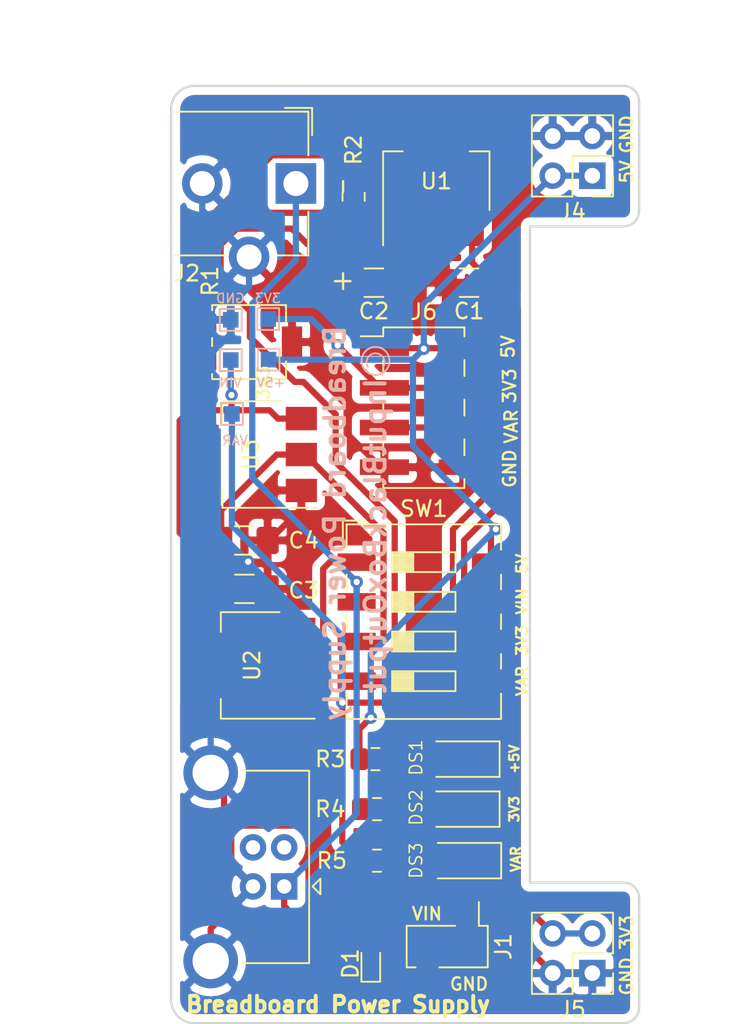
<source format=kicad_pcb>
(kicad_pcb (version 20171130) (host pcbnew "(5.1.4)-1")

  (general
    (thickness 1.6)
    (drawings 54)
    (tracks 219)
    (zones 0)
    (modules 28)
    (nets 15)
  )

  (page A4)
  (title_block
    (title "Breadboard Power Supply")
    (date 2020-11-13)
    (rev 1)
    (comment 1 "Created by Rutuparn Pawar (InputBlackBoxOutput)")
  )

  (layers
    (0 F.Cu signal)
    (31 B.Cu signal)
    (32 B.Adhes user hide)
    (33 F.Adhes user hide)
    (34 B.Paste user hide)
    (35 F.Paste user hide)
    (36 B.SilkS user)
    (37 F.SilkS user)
    (38 B.Mask user hide)
    (39 F.Mask user hide)
    (40 Dwgs.User user)
    (41 Cmts.User user)
    (42 Eco1.User user hide)
    (43 Eco2.User user hide)
    (44 Edge.Cuts user)
    (45 Margin user hide)
    (46 B.CrtYd user)
    (47 F.CrtYd user)
    (48 B.Fab user)
    (49 F.Fab user)
  )

  (setup
    (last_trace_width 0.4)
    (user_trace_width 0.3)
    (trace_clearance 0.1)
    (zone_clearance 0.508)
    (zone_45_only no)
    (trace_min 0.4)
    (via_size 0.8)
    (via_drill 0.4)
    (via_min_size 0.4)
    (via_min_drill 0.3)
    (user_via 1 0.6)
    (uvia_size 0.3)
    (uvia_drill 0.1)
    (uvias_allowed no)
    (uvia_min_size 0.2)
    (uvia_min_drill 0.1)
    (edge_width 0.15)
    (segment_width 0.2)
    (pcb_text_width 0.3)
    (pcb_text_size 1.5 1.5)
    (mod_edge_width 0.15)
    (mod_text_size 1 1)
    (mod_text_width 0.15)
    (pad_size 1.524 1.524)
    (pad_drill 0.762)
    (pad_to_mask_clearance 0.2)
    (aux_axis_origin 0 0)
    (visible_elements 7FFDFFFF)
    (pcbplotparams
      (layerselection 0x010fc_ffffffff)
      (usegerberextensions true)
      (usegerberattributes false)
      (usegerberadvancedattributes false)
      (creategerberjobfile false)
      (excludeedgelayer true)
      (linewidth 0.100000)
      (plotframeref false)
      (viasonmask false)
      (mode 1)
      (useauxorigin false)
      (hpglpennumber 1)
      (hpglpenspeed 20)
      (hpglpendiameter 15.000000)
      (psnegative false)
      (psa4output false)
      (plotreference true)
      (plotvalue true)
      (plotinvisibletext false)
      (padsonsilk false)
      (subtractmaskfromsilk false)
      (outputformat 1)
      (mirror false)
      (drillshape 0)
      (scaleselection 1)
      (outputdirectory "Gerber/"))
  )

  (net 0 "")
  (net 1 GND)
  (net 2 VDC)
  (net 3 +5V)
  (net 4 +3V3)
  (net 5 "Net-(DS1-Pad2)")
  (net 6 "Net-(DS2-Pad2)")
  (net 7 "Net-(D1-Pad2)")
  (net 8 /VIN)
  (net 9 /VAR_VLG_OUT)
  (net 10 /5V_OUT)
  (net 11 /3.3V_OUT)
  (net 12 "Net-(DS3-Pad2)")
  (net 13 /VAR_VLG)
  (net 14 "Net-(R1-Pad1)")

  (net_class Default "This is the default net class."
    (clearance 0.1)
    (trace_width 0.4)
    (via_dia 0.8)
    (via_drill 0.4)
    (uvia_dia 0.3)
    (uvia_drill 0.1)
    (diff_pair_width 0.5)
    (diff_pair_gap 0.25)
    (add_net +3V3)
    (add_net +5V)
    (add_net /3.3V_OUT)
    (add_net /5V_OUT)
    (add_net /VAR_VLG)
    (add_net /VAR_VLG_OUT)
    (add_net /VIN)
    (add_net GND)
    (add_net "Net-(D1-Pad2)")
    (add_net "Net-(DS1-Pad2)")
    (add_net "Net-(DS2-Pad2)")
    (add_net "Net-(DS3-Pad2)")
    (add_net "Net-(R1-Pad1)")
    (add_net VDC)
  )

  (module Potentiometer_SMD:Potentiometer_Bourns_3314G_Vertical (layer F.Cu) (tedit 5A81E1D7) (tstamp 60BEE8E4)
    (at 137.5 75.9 90)
    (descr "Potentiometer, vertical, Bourns 3314G, http://www.bourns.com/docs/Product-Datasheets/3314.pdf")
    (tags "Potentiometer vertical Bourns 3314G")
    (path /60D8646F)
    (attr smd)
    (fp_text reference R1 (at 3.9 -2.5 90) (layer F.SilkS)
      (effects (font (size 1 1) (thickness 0.15)))
    )
    (fp_text value 5k (at 0 4.65 90) (layer F.Fab)
      (effects (font (size 1 1) (thickness 0.15)))
    )
    (fp_text user %R (at 0 -1.7 90) (layer F.Fab)
      (effects (font (size 0.63 0.63) (thickness 0.15)))
    )
    (fp_line (start 2.5 -3.65) (end -2.5 -3.65) (layer F.CrtYd) (width 0.05))
    (fp_line (start 2.5 3.65) (end 2.5 -3.65) (layer F.CrtYd) (width 0.05))
    (fp_line (start -2.5 3.65) (end 2.5 3.65) (layer F.CrtYd) (width 0.05))
    (fp_line (start -2.5 -3.65) (end -2.5 3.65) (layer F.CrtYd) (width 0.05))
    (fp_line (start 2.37 -2.37) (end 2.37 2.37) (layer F.SilkS) (width 0.12))
    (fp_line (start -2.37 -2.37) (end -2.37 2.37) (layer F.SilkS) (width 0.12))
    (fp_line (start 1.24 2.37) (end 2.37 2.37) (layer F.SilkS) (width 0.12))
    (fp_line (start -2.37 2.37) (end -1.24 2.37) (layer F.SilkS) (width 0.12))
    (fp_line (start -0.259 -2.37) (end 0.26 -2.37) (layer F.SilkS) (width 0.12))
    (fp_line (start -2.37 -2.37) (end -2.039 -2.37) (layer F.SilkS) (width 0.12))
    (fp_line (start 2.04 -2.37) (end 2.37 -2.37) (layer F.SilkS) (width 0.12))
    (fp_line (start 0 0.99) (end 0.001 -0.989) (layer F.Fab) (width 0.1))
    (fp_line (start 0 0.99) (end 0.001 -0.989) (layer F.Fab) (width 0.1))
    (fp_line (start 2.25 -2.25) (end -2.25 -2.25) (layer F.Fab) (width 0.1))
    (fp_line (start 2.25 2.25) (end 2.25 -2.25) (layer F.Fab) (width 0.1))
    (fp_line (start -2.25 2.25) (end 2.25 2.25) (layer F.Fab) (width 0.1))
    (fp_line (start -2.25 -2.25) (end -2.25 2.25) (layer F.Fab) (width 0.1))
    (fp_circle (center 0 0) (end 1 0) (layer F.Fab) (width 0.1))
    (pad 3 smd rect (at -1.15 -2.75 90) (size 1.3 1.3) (layers F.Cu F.Paste F.Mask))
    (pad 2 smd rect (at 0 2.75 90) (size 2 1.3) (layers F.Cu F.Paste F.Mask)
      (net 1 GND))
    (pad 1 smd rect (at 1.15 -2.75 90) (size 1.3 1.3) (layers F.Cu F.Paste F.Mask)
      (net 14 "Net-(R1-Pad1)"))
    (model ${KISYS3DMOD}/Potentiometer_SMD.3dshapes/Potentiometer_Bourns_3314G_Vertical.wrl
      (at (xyz 0 0 0))
      (scale (xyz 1 1 1))
      (rotate (xyz 0 0 0))
    )
  )

  (module Package_TO_SOT_SMD:SOT-223 (layer F.Cu) (tedit 5A02FF57) (tstamp 60BEEA57)
    (at 149.5 65.6 90)
    (descr "module CMS SOT223 4 pins")
    (tags "CMS SOT")
    (path /60C25DBC)
    (attr smd)
    (fp_text reference U1 (at 0 0 180) (layer F.SilkS)
      (effects (font (size 1 1) (thickness 0.15)))
    )
    (fp_text value LM317_3PinPackage (at 0 4.5 90) (layer F.Fab)
      (effects (font (size 1 1) (thickness 0.15)))
    )
    (fp_line (start 1.85 -3.35) (end 1.85 3.35) (layer F.Fab) (width 0.1))
    (fp_line (start -1.85 3.35) (end 1.85 3.35) (layer F.Fab) (width 0.1))
    (fp_line (start -4.1 -3.41) (end 1.91 -3.41) (layer F.SilkS) (width 0.12))
    (fp_line (start -0.8 -3.35) (end 1.85 -3.35) (layer F.Fab) (width 0.1))
    (fp_line (start -1.85 3.41) (end 1.91 3.41) (layer F.SilkS) (width 0.12))
    (fp_line (start -1.85 -2.3) (end -1.85 3.35) (layer F.Fab) (width 0.1))
    (fp_line (start -4.4 -3.6) (end -4.4 3.6) (layer F.CrtYd) (width 0.05))
    (fp_line (start -4.4 3.6) (end 4.4 3.6) (layer F.CrtYd) (width 0.05))
    (fp_line (start 4.4 3.6) (end 4.4 -3.6) (layer F.CrtYd) (width 0.05))
    (fp_line (start 4.4 -3.6) (end -4.4 -3.6) (layer F.CrtYd) (width 0.05))
    (fp_line (start 1.91 -3.41) (end 1.91 -2.15) (layer F.SilkS) (width 0.12))
    (fp_line (start 1.91 3.41) (end 1.91 2.15) (layer F.SilkS) (width 0.12))
    (fp_line (start -1.85 -2.3) (end -0.8 -3.35) (layer F.Fab) (width 0.1))
    (fp_text user %R (at 0 0) (layer F.Fab)
      (effects (font (size 0.8 0.8) (thickness 0.12)))
    )
    (pad 1 smd rect (at -3.15 -2.3 90) (size 2 1.5) (layers F.Cu F.Paste F.Mask)
      (net 14 "Net-(R1-Pad1)"))
    (pad 3 smd rect (at -3.15 2.3 90) (size 2 1.5) (layers F.Cu F.Paste F.Mask)
      (net 8 /VIN))
    (pad 2 smd rect (at -3.15 0 90) (size 2 1.5) (layers F.Cu F.Paste F.Mask)
      (net 9 /VAR_VLG_OUT))
    (pad 4 smd rect (at 3.15 0 90) (size 2 3.8) (layers F.Cu F.Paste F.Mask))
    (model ${KISYS3DMOD}/Package_TO_SOT_SMD.3dshapes/SOT-223.wrl
      (at (xyz 0 0 0))
      (scale (xyz 1 1 1))
      (rotate (xyz 0 0 0))
    )
  )

  (module TestPoint:TestPoint_Pad_1.0x1.0mm (layer B.Cu) (tedit 5A0F774F) (tstamp 60BEEA41)
    (at 136.4 80.5)
    (descr "SMD rectangular pad as test Point, square 1.0mm side length")
    (tags "test point SMD pad rectangle square")
    (path /60DB6099)
    (attr virtual)
    (fp_text reference TP5 (at 0 1.448) (layer B.SilkS) hide
      (effects (font (size 1 1) (thickness 0.15)) (justify mirror))
    )
    (fp_text value TestPoint (at 0 -1.55) (layer B.Fab)
      (effects (font (size 1 1) (thickness 0.15)) (justify mirror))
    )
    (fp_line (start 1 -1) (end -1 -1) (layer B.CrtYd) (width 0.05))
    (fp_line (start 1 -1) (end 1 1) (layer B.CrtYd) (width 0.05))
    (fp_line (start -1 1) (end -1 -1) (layer B.CrtYd) (width 0.05))
    (fp_line (start -1 1) (end 1 1) (layer B.CrtYd) (width 0.05))
    (fp_line (start -0.7 -0.7) (end -0.7 0.7) (layer B.SilkS) (width 0.12))
    (fp_line (start 0.7 -0.7) (end -0.7 -0.7) (layer B.SilkS) (width 0.12))
    (fp_line (start 0.7 0.7) (end 0.7 -0.7) (layer B.SilkS) (width 0.12))
    (fp_line (start -0.7 0.7) (end 0.7 0.7) (layer B.SilkS) (width 0.12))
    (fp_text user %R (at 0 1.45) (layer B.Fab)
      (effects (font (size 1 1) (thickness 0.15)) (justify mirror))
    )
    (pad 1 smd rect (at 0 0) (size 1 1) (layers B.Cu B.Mask)
      (net 13 /VAR_VLG))
  )

  (module Button_Switch_SMD:SW_DIP_SPSTx04_Slide_9.78x12.34mm_W8.61mm_P2.54mm (layer F.Cu) (tedit 5A4E1405) (tstamp 60BEE9CB)
    (at 148.7 93.8)
    (descr "SMD 4x-dip-switch SPST , Slide, row spacing 8.61 mm (338 mils), body size 9.78x12.34mm (see e.g. https://www.ctscorp.com/wp-content/uploads/204.pdf), SMD")
    (tags "SMD DIP Switch SPST Slide 8.61mm 338mil SMD")
    (path /60D976A4)
    (attr smd)
    (fp_text reference SW1 (at 0 -7.23) (layer F.SilkS)
      (effects (font (size 1 1) (thickness 0.15)))
    )
    (fp_text value SW_DIP_x04 (at 0 7.23) (layer F.Fab)
      (effects (font (size 1 1) (thickness 0.15)))
    )
    (fp_text user on (at 1.3075 -5.3075) (layer F.Fab)
      (effects (font (size 0.8 0.8) (thickness 0.12)))
    )
    (fp_text user %R (at 3.46 0 90) (layer F.Fab)
      (effects (font (size 0.8 0.8) (thickness 0.12)))
    )
    (fp_line (start 5.8 -6.5) (end -5.8 -6.5) (layer F.CrtYd) (width 0.05))
    (fp_line (start 5.8 6.5) (end 5.8 -6.5) (layer F.CrtYd) (width 0.05))
    (fp_line (start -5.8 6.5) (end 5.8 6.5) (layer F.CrtYd) (width 0.05))
    (fp_line (start -5.8 -6.5) (end -5.8 6.5) (layer F.CrtYd) (width 0.05))
    (fp_line (start -0.676667 3.175) (end -0.676667 4.445) (layer F.SilkS) (width 0.12))
    (fp_line (start -2.03 4.375) (end -0.676667 4.375) (layer F.SilkS) (width 0.12))
    (fp_line (start -2.03 4.255) (end -0.676667 4.255) (layer F.SilkS) (width 0.12))
    (fp_line (start -2.03 4.135) (end -0.676667 4.135) (layer F.SilkS) (width 0.12))
    (fp_line (start -2.03 4.015) (end -0.676667 4.015) (layer F.SilkS) (width 0.12))
    (fp_line (start -2.03 3.895) (end -0.676667 3.895) (layer F.SilkS) (width 0.12))
    (fp_line (start -2.03 3.775) (end -0.676667 3.775) (layer F.SilkS) (width 0.12))
    (fp_line (start -2.03 3.655) (end -0.676667 3.655) (layer F.SilkS) (width 0.12))
    (fp_line (start -2.03 3.535) (end -0.676667 3.535) (layer F.SilkS) (width 0.12))
    (fp_line (start -2.03 3.415) (end -0.676667 3.415) (layer F.SilkS) (width 0.12))
    (fp_line (start -2.03 3.295) (end -0.676667 3.295) (layer F.SilkS) (width 0.12))
    (fp_line (start 2.03 3.175) (end -2.03 3.175) (layer F.SilkS) (width 0.12))
    (fp_line (start 2.03 4.445) (end 2.03 3.175) (layer F.SilkS) (width 0.12))
    (fp_line (start -2.03 4.445) (end 2.03 4.445) (layer F.SilkS) (width 0.12))
    (fp_line (start -2.03 3.175) (end -2.03 4.445) (layer F.SilkS) (width 0.12))
    (fp_line (start -0.676667 0.635) (end -0.676667 1.905) (layer F.SilkS) (width 0.12))
    (fp_line (start -2.03 1.835) (end -0.676667 1.835) (layer F.SilkS) (width 0.12))
    (fp_line (start -2.03 1.715) (end -0.676667 1.715) (layer F.SilkS) (width 0.12))
    (fp_line (start -2.03 1.595) (end -0.676667 1.595) (layer F.SilkS) (width 0.12))
    (fp_line (start -2.03 1.475) (end -0.676667 1.475) (layer F.SilkS) (width 0.12))
    (fp_line (start -2.03 1.355) (end -0.676667 1.355) (layer F.SilkS) (width 0.12))
    (fp_line (start -2.03 1.235) (end -0.676667 1.235) (layer F.SilkS) (width 0.12))
    (fp_line (start -2.03 1.115) (end -0.676667 1.115) (layer F.SilkS) (width 0.12))
    (fp_line (start -2.03 0.995) (end -0.676667 0.995) (layer F.SilkS) (width 0.12))
    (fp_line (start -2.03 0.875) (end -0.676667 0.875) (layer F.SilkS) (width 0.12))
    (fp_line (start -2.03 0.755) (end -0.676667 0.755) (layer F.SilkS) (width 0.12))
    (fp_line (start 2.03 0.635) (end -2.03 0.635) (layer F.SilkS) (width 0.12))
    (fp_line (start 2.03 1.905) (end 2.03 0.635) (layer F.SilkS) (width 0.12))
    (fp_line (start -2.03 1.905) (end 2.03 1.905) (layer F.SilkS) (width 0.12))
    (fp_line (start -2.03 0.635) (end -2.03 1.905) (layer F.SilkS) (width 0.12))
    (fp_line (start -0.676667 -1.905) (end -0.676667 -0.635) (layer F.SilkS) (width 0.12))
    (fp_line (start -2.03 -0.705) (end -0.676667 -0.705) (layer F.SilkS) (width 0.12))
    (fp_line (start -2.03 -0.825) (end -0.676667 -0.825) (layer F.SilkS) (width 0.12))
    (fp_line (start -2.03 -0.945) (end -0.676667 -0.945) (layer F.SilkS) (width 0.12))
    (fp_line (start -2.03 -1.065) (end -0.676667 -1.065) (layer F.SilkS) (width 0.12))
    (fp_line (start -2.03 -1.185) (end -0.676667 -1.185) (layer F.SilkS) (width 0.12))
    (fp_line (start -2.03 -1.305) (end -0.676667 -1.305) (layer F.SilkS) (width 0.12))
    (fp_line (start -2.03 -1.425) (end -0.676667 -1.425) (layer F.SilkS) (width 0.12))
    (fp_line (start -2.03 -1.545) (end -0.676667 -1.545) (layer F.SilkS) (width 0.12))
    (fp_line (start -2.03 -1.665) (end -0.676667 -1.665) (layer F.SilkS) (width 0.12))
    (fp_line (start -2.03 -1.785) (end -0.676667 -1.785) (layer F.SilkS) (width 0.12))
    (fp_line (start 2.03 -1.905) (end -2.03 -1.905) (layer F.SilkS) (width 0.12))
    (fp_line (start 2.03 -0.635) (end 2.03 -1.905) (layer F.SilkS) (width 0.12))
    (fp_line (start -2.03 -0.635) (end 2.03 -0.635) (layer F.SilkS) (width 0.12))
    (fp_line (start -2.03 -1.905) (end -2.03 -0.635) (layer F.SilkS) (width 0.12))
    (fp_line (start -0.676667 -4.445) (end -0.676667 -3.175) (layer F.SilkS) (width 0.12))
    (fp_line (start -2.03 -3.245) (end -0.676667 -3.245) (layer F.SilkS) (width 0.12))
    (fp_line (start -2.03 -3.365) (end -0.676667 -3.365) (layer F.SilkS) (width 0.12))
    (fp_line (start -2.03 -3.485) (end -0.676667 -3.485) (layer F.SilkS) (width 0.12))
    (fp_line (start -2.03 -3.605) (end -0.676667 -3.605) (layer F.SilkS) (width 0.12))
    (fp_line (start -2.03 -3.725) (end -0.676667 -3.725) (layer F.SilkS) (width 0.12))
    (fp_line (start -2.03 -3.845) (end -0.676667 -3.845) (layer F.SilkS) (width 0.12))
    (fp_line (start -2.03 -3.965) (end -0.676667 -3.965) (layer F.SilkS) (width 0.12))
    (fp_line (start -2.03 -4.085) (end -0.676667 -4.085) (layer F.SilkS) (width 0.12))
    (fp_line (start -2.03 -4.205) (end -0.676667 -4.205) (layer F.SilkS) (width 0.12))
    (fp_line (start -2.03 -4.325) (end -0.676667 -4.325) (layer F.SilkS) (width 0.12))
    (fp_line (start 2.03 -4.445) (end -2.03 -4.445) (layer F.SilkS) (width 0.12))
    (fp_line (start 2.03 -3.175) (end 2.03 -4.445) (layer F.SilkS) (width 0.12))
    (fp_line (start -2.03 -3.175) (end 2.03 -3.175) (layer F.SilkS) (width 0.12))
    (fp_line (start -2.03 -4.445) (end -2.03 -3.175) (layer F.SilkS) (width 0.12))
    (fp_line (start -5.19 -6.47) (end -5.19 -5.087) (layer F.SilkS) (width 0.12))
    (fp_line (start -5.19 -6.47) (end -3.806 -6.47) (layer F.SilkS) (width 0.12))
    (fp_line (start 4.95 -3.01) (end 4.95 -2.07) (layer F.SilkS) (width 0.12))
    (fp_line (start 4.95 -6.23) (end 4.95 -4.61) (layer F.SilkS) (width 0.12))
    (fp_line (start 4.95 -0.47) (end 4.95 0.47) (layer F.SilkS) (width 0.12))
    (fp_line (start 4.95 2.07) (end 4.95 3.01) (layer F.SilkS) (width 0.12))
    (fp_line (start 4.95 4.61) (end 4.95 6.23) (layer F.SilkS) (width 0.12))
    (fp_line (start -4.95 4.61) (end -4.95 6.23) (layer F.SilkS) (width 0.12))
    (fp_line (start -4.95 2.07) (end -4.95 3.01) (layer F.SilkS) (width 0.12))
    (fp_line (start -4.95 -0.47) (end -4.95 0.47) (layer F.SilkS) (width 0.12))
    (fp_line (start -4.95 -3.01) (end -4.95 -2.07) (layer F.SilkS) (width 0.12))
    (fp_line (start -4.95 -6.23) (end -4.95 -4.61) (layer F.SilkS) (width 0.12))
    (fp_line (start -4.95 6.23) (end 4.95 6.23) (layer F.SilkS) (width 0.12))
    (fp_line (start -4.95 -6.23) (end 4.95 -6.23) (layer F.SilkS) (width 0.12))
    (fp_line (start -0.676667 3.175) (end -0.676667 4.445) (layer F.Fab) (width 0.1))
    (fp_line (start -2.03 4.375) (end -0.676667 4.375) (layer F.Fab) (width 0.1))
    (fp_line (start -2.03 4.275) (end -0.676667 4.275) (layer F.Fab) (width 0.1))
    (fp_line (start -2.03 4.175) (end -0.676667 4.175) (layer F.Fab) (width 0.1))
    (fp_line (start -2.03 4.075) (end -0.676667 4.075) (layer F.Fab) (width 0.1))
    (fp_line (start -2.03 3.975) (end -0.676667 3.975) (layer F.Fab) (width 0.1))
    (fp_line (start -2.03 3.875) (end -0.676667 3.875) (layer F.Fab) (width 0.1))
    (fp_line (start -2.03 3.775) (end -0.676667 3.775) (layer F.Fab) (width 0.1))
    (fp_line (start -2.03 3.675) (end -0.676667 3.675) (layer F.Fab) (width 0.1))
    (fp_line (start -2.03 3.575) (end -0.676667 3.575) (layer F.Fab) (width 0.1))
    (fp_line (start -2.03 3.475) (end -0.676667 3.475) (layer F.Fab) (width 0.1))
    (fp_line (start -2.03 3.375) (end -0.676667 3.375) (layer F.Fab) (width 0.1))
    (fp_line (start -2.03 3.275) (end -0.676667 3.275) (layer F.Fab) (width 0.1))
    (fp_line (start 2.03 3.175) (end -2.03 3.175) (layer F.Fab) (width 0.1))
    (fp_line (start 2.03 4.445) (end 2.03 3.175) (layer F.Fab) (width 0.1))
    (fp_line (start -2.03 4.445) (end 2.03 4.445) (layer F.Fab) (width 0.1))
    (fp_line (start -2.03 3.175) (end -2.03 4.445) (layer F.Fab) (width 0.1))
    (fp_line (start -0.676667 0.635) (end -0.676667 1.905) (layer F.Fab) (width 0.1))
    (fp_line (start -2.03 1.835) (end -0.676667 1.835) (layer F.Fab) (width 0.1))
    (fp_line (start -2.03 1.735) (end -0.676667 1.735) (layer F.Fab) (width 0.1))
    (fp_line (start -2.03 1.635) (end -0.676667 1.635) (layer F.Fab) (width 0.1))
    (fp_line (start -2.03 1.535) (end -0.676667 1.535) (layer F.Fab) (width 0.1))
    (fp_line (start -2.03 1.435) (end -0.676667 1.435) (layer F.Fab) (width 0.1))
    (fp_line (start -2.03 1.335) (end -0.676667 1.335) (layer F.Fab) (width 0.1))
    (fp_line (start -2.03 1.235) (end -0.676667 1.235) (layer F.Fab) (width 0.1))
    (fp_line (start -2.03 1.135) (end -0.676667 1.135) (layer F.Fab) (width 0.1))
    (fp_line (start -2.03 1.035) (end -0.676667 1.035) (layer F.Fab) (width 0.1))
    (fp_line (start -2.03 0.935) (end -0.676667 0.935) (layer F.Fab) (width 0.1))
    (fp_line (start -2.03 0.835) (end -0.676667 0.835) (layer F.Fab) (width 0.1))
    (fp_line (start -2.03 0.735) (end -0.676667 0.735) (layer F.Fab) (width 0.1))
    (fp_line (start 2.03 0.635) (end -2.03 0.635) (layer F.Fab) (width 0.1))
    (fp_line (start 2.03 1.905) (end 2.03 0.635) (layer F.Fab) (width 0.1))
    (fp_line (start -2.03 1.905) (end 2.03 1.905) (layer F.Fab) (width 0.1))
    (fp_line (start -2.03 0.635) (end -2.03 1.905) (layer F.Fab) (width 0.1))
    (fp_line (start -0.676667 -1.905) (end -0.676667 -0.635) (layer F.Fab) (width 0.1))
    (fp_line (start -2.03 -0.705) (end -0.676667 -0.705) (layer F.Fab) (width 0.1))
    (fp_line (start -2.03 -0.805) (end -0.676667 -0.805) (layer F.Fab) (width 0.1))
    (fp_line (start -2.03 -0.905) (end -0.676667 -0.905) (layer F.Fab) (width 0.1))
    (fp_line (start -2.03 -1.005) (end -0.676667 -1.005) (layer F.Fab) (width 0.1))
    (fp_line (start -2.03 -1.105) (end -0.676667 -1.105) (layer F.Fab) (width 0.1))
    (fp_line (start -2.03 -1.205) (end -0.676667 -1.205) (layer F.Fab) (width 0.1))
    (fp_line (start -2.03 -1.305) (end -0.676667 -1.305) (layer F.Fab) (width 0.1))
    (fp_line (start -2.03 -1.405) (end -0.676667 -1.405) (layer F.Fab) (width 0.1))
    (fp_line (start -2.03 -1.505) (end -0.676667 -1.505) (layer F.Fab) (width 0.1))
    (fp_line (start -2.03 -1.605) (end -0.676667 -1.605) (layer F.Fab) (width 0.1))
    (fp_line (start -2.03 -1.705) (end -0.676667 -1.705) (layer F.Fab) (width 0.1))
    (fp_line (start -2.03 -1.805) (end -0.676667 -1.805) (layer F.Fab) (width 0.1))
    (fp_line (start 2.03 -1.905) (end -2.03 -1.905) (layer F.Fab) (width 0.1))
    (fp_line (start 2.03 -0.635) (end 2.03 -1.905) (layer F.Fab) (width 0.1))
    (fp_line (start -2.03 -0.635) (end 2.03 -0.635) (layer F.Fab) (width 0.1))
    (fp_line (start -2.03 -1.905) (end -2.03 -0.635) (layer F.Fab) (width 0.1))
    (fp_line (start -0.676667 -4.445) (end -0.676667 -3.175) (layer F.Fab) (width 0.1))
    (fp_line (start -2.03 -3.245) (end -0.676667 -3.245) (layer F.Fab) (width 0.1))
    (fp_line (start -2.03 -3.345) (end -0.676667 -3.345) (layer F.Fab) (width 0.1))
    (fp_line (start -2.03 -3.445) (end -0.676667 -3.445) (layer F.Fab) (width 0.1))
    (fp_line (start -2.03 -3.545) (end -0.676667 -3.545) (layer F.Fab) (width 0.1))
    (fp_line (start -2.03 -3.645) (end -0.676667 -3.645) (layer F.Fab) (width 0.1))
    (fp_line (start -2.03 -3.745) (end -0.676667 -3.745) (layer F.Fab) (width 0.1))
    (fp_line (start -2.03 -3.845) (end -0.676667 -3.845) (layer F.Fab) (width 0.1))
    (fp_line (start -2.03 -3.945) (end -0.676667 -3.945) (layer F.Fab) (width 0.1))
    (fp_line (start -2.03 -4.045) (end -0.676667 -4.045) (layer F.Fab) (width 0.1))
    (fp_line (start -2.03 -4.145) (end -0.676667 -4.145) (layer F.Fab) (width 0.1))
    (fp_line (start -2.03 -4.245) (end -0.676667 -4.245) (layer F.Fab) (width 0.1))
    (fp_line (start -2.03 -4.345) (end -0.676667 -4.345) (layer F.Fab) (width 0.1))
    (fp_line (start 2.03 -4.445) (end -2.03 -4.445) (layer F.Fab) (width 0.1))
    (fp_line (start 2.03 -3.175) (end 2.03 -4.445) (layer F.Fab) (width 0.1))
    (fp_line (start -2.03 -3.175) (end 2.03 -3.175) (layer F.Fab) (width 0.1))
    (fp_line (start -2.03 -4.445) (end -2.03 -3.175) (layer F.Fab) (width 0.1))
    (fp_line (start -4.89 -5.17) (end -3.89 -6.17) (layer F.Fab) (width 0.1))
    (fp_line (start -4.89 6.17) (end -4.89 -5.17) (layer F.Fab) (width 0.1))
    (fp_line (start 4.89 6.17) (end -4.89 6.17) (layer F.Fab) (width 0.1))
    (fp_line (start 4.89 -6.17) (end 4.89 6.17) (layer F.Fab) (width 0.1))
    (fp_line (start -3.89 -6.17) (end 4.89 -6.17) (layer F.Fab) (width 0.1))
    (pad 8 smd rect (at 4.305 -3.81) (size 2.44 1.12) (layers F.Cu F.Paste F.Mask)
      (net 3 +5V))
    (pad 4 smd rect (at -4.305 3.81) (size 2.44 1.12) (layers F.Cu F.Paste F.Mask)
      (net 9 /VAR_VLG_OUT))
    (pad 7 smd rect (at 4.305 -1.27) (size 2.44 1.12) (layers F.Cu F.Paste F.Mask)
      (net 8 /VIN))
    (pad 3 smd rect (at -4.305 1.27) (size 2.44 1.12) (layers F.Cu F.Paste F.Mask)
      (net 11 /3.3V_OUT))
    (pad 6 smd rect (at 4.305 1.27) (size 2.44 1.12) (layers F.Cu F.Paste F.Mask)
      (net 4 +3V3))
    (pad 2 smd rect (at -4.305 -1.27) (size 2.44 1.12) (layers F.Cu F.Paste F.Mask)
      (net 2 VDC))
    (pad 5 smd rect (at 4.305 3.81) (size 2.44 1.12) (layers F.Cu F.Paste F.Mask)
      (net 13 /VAR_VLG))
    (pad 1 smd rect (at -4.305 -3.81) (size 2.44 1.12) (layers F.Cu F.Paste F.Mask)
      (net 10 /5V_OUT))
    (model ${KISYS3DMOD}/Button_Switch_SMD.3dshapes/SW_DIP_SPSTx04_Slide_9.78x12.34mm_W8.61mm_P2.54mm.wrl
      (at (xyz 0 0 0))
      (scale (xyz 1 1 1))
      (rotate (xyz 0 0 90))
    )
  )

  (module Resistor_SMD:R_0805_2012Metric_Pad1.15x1.40mm_HandSolder (layer F.Cu) (tedit 5B36C52B) (tstamp 60BEE926)
    (at 145.7 109.1)
    (descr "Resistor SMD 0805 (2012 Metric), square (rectangular) end terminal, IPC_7351 nominal with elongated pad for handsoldering. (Body size source: https://docs.google.com/spreadsheets/d/1BsfQQcO9C6DZCsRaXUlFlo91Tg2WpOkGARC1WS5S8t0/edit?usp=sharing), generated with kicad-footprint-generator")
    (tags "resistor handsolder")
    (path /60D1DBB3)
    (attr smd)
    (fp_text reference R5 (at -2.9 0) (layer F.SilkS)
      (effects (font (size 1 1) (thickness 0.15)))
    )
    (fp_text value 820R (at 0 1.65) (layer F.Fab)
      (effects (font (size 1 1) (thickness 0.15)))
    )
    (fp_text user %R (at 0 0) (layer F.Fab)
      (effects (font (size 0.5 0.5) (thickness 0.08)))
    )
    (fp_line (start 1.85 0.95) (end -1.85 0.95) (layer F.CrtYd) (width 0.05))
    (fp_line (start 1.85 -0.95) (end 1.85 0.95) (layer F.CrtYd) (width 0.05))
    (fp_line (start -1.85 -0.95) (end 1.85 -0.95) (layer F.CrtYd) (width 0.05))
    (fp_line (start -1.85 0.95) (end -1.85 -0.95) (layer F.CrtYd) (width 0.05))
    (fp_line (start -0.261252 0.71) (end 0.261252 0.71) (layer F.SilkS) (width 0.12))
    (fp_line (start -0.261252 -0.71) (end 0.261252 -0.71) (layer F.SilkS) (width 0.12))
    (fp_line (start 1 0.6) (end -1 0.6) (layer F.Fab) (width 0.1))
    (fp_line (start 1 -0.6) (end 1 0.6) (layer F.Fab) (width 0.1))
    (fp_line (start -1 -0.6) (end 1 -0.6) (layer F.Fab) (width 0.1))
    (fp_line (start -1 0.6) (end -1 -0.6) (layer F.Fab) (width 0.1))
    (pad 2 smd roundrect (at 1.025 0) (size 1.15 1.4) (layers F.Cu F.Paste F.Mask) (roundrect_rratio 0.217391)
      (net 12 "Net-(DS3-Pad2)"))
    (pad 1 smd roundrect (at -1.025 0) (size 1.15 1.4) (layers F.Cu F.Paste F.Mask) (roundrect_rratio 0.217391)
      (net 13 /VAR_VLG))
    (model ${KISYS3DMOD}/Resistor_SMD.3dshapes/R_0805_2012Metric.wrl
      (at (xyz 0 0 0))
      (scale (xyz 1 1 1))
      (rotate (xyz 0 0 0))
    )
  )

  (module Resistor_SMD:R_0805_2012Metric_Pad1.15x1.40mm_HandSolder (layer F.Cu) (tedit 5B36C52B) (tstamp 60BEE8F5)
    (at 144.2 66.6 270)
    (descr "Resistor SMD 0805 (2012 Metric), square (rectangular) end terminal, IPC_7351 nominal with elongated pad for handsoldering. (Body size source: https://docs.google.com/spreadsheets/d/1BsfQQcO9C6DZCsRaXUlFlo91Tg2WpOkGARC1WS5S8t0/edit?usp=sharing), generated with kicad-footprint-generator")
    (tags "resistor handsolder")
    (path /60D6222C)
    (attr smd)
    (fp_text reference R2 (at -3 0 90) (layer F.SilkS)
      (effects (font (size 1 1) (thickness 0.15)))
    )
    (fp_text value 240R (at 0 1.65 90) (layer F.Fab)
      (effects (font (size 1 1) (thickness 0.15)))
    )
    (fp_text user %R (at 0 0 90) (layer F.Fab)
      (effects (font (size 0.5 0.5) (thickness 0.08)))
    )
    (fp_line (start 1.85 0.95) (end -1.85 0.95) (layer F.CrtYd) (width 0.05))
    (fp_line (start 1.85 -0.95) (end 1.85 0.95) (layer F.CrtYd) (width 0.05))
    (fp_line (start -1.85 -0.95) (end 1.85 -0.95) (layer F.CrtYd) (width 0.05))
    (fp_line (start -1.85 0.95) (end -1.85 -0.95) (layer F.CrtYd) (width 0.05))
    (fp_line (start -0.261252 0.71) (end 0.261252 0.71) (layer F.SilkS) (width 0.12))
    (fp_line (start -0.261252 -0.71) (end 0.261252 -0.71) (layer F.SilkS) (width 0.12))
    (fp_line (start 1 0.6) (end -1 0.6) (layer F.Fab) (width 0.1))
    (fp_line (start 1 -0.6) (end 1 0.6) (layer F.Fab) (width 0.1))
    (fp_line (start -1 -0.6) (end 1 -0.6) (layer F.Fab) (width 0.1))
    (fp_line (start -1 0.6) (end -1 -0.6) (layer F.Fab) (width 0.1))
    (pad 2 smd roundrect (at 1.025 0 270) (size 1.15 1.4) (layers F.Cu F.Paste F.Mask) (roundrect_rratio 0.217391)
      (net 14 "Net-(R1-Pad1)"))
    (pad 1 smd roundrect (at -1.025 0 270) (size 1.15 1.4) (layers F.Cu F.Paste F.Mask) (roundrect_rratio 0.217391)
      (net 9 /VAR_VLG_OUT))
    (model ${KISYS3DMOD}/Resistor_SMD.3dshapes/R_0805_2012Metric.wrl
      (at (xyz 0 0 0))
      (scale (xyz 1 1 1))
      (rotate (xyz 0 0 0))
    )
  )

  (module Connector_PinHeader_2.54mm:PinHeader_2x04_P2.54mm_Vertical_SMD (layer F.Cu) (tedit 59FED5CC) (tstamp 60BEE8C5)
    (at 148.7 80.1)
    (descr "surface-mounted straight pin header, 2x04, 2.54mm pitch, double rows")
    (tags "Surface mounted pin header SMD 2x04 2.54mm double row")
    (path /60D312E7)
    (attr smd)
    (fp_text reference J6 (at 0 -6.14) (layer F.SilkS)
      (effects (font (size 1 1) (thickness 0.15)))
    )
    (fp_text value Conn_02x04_Odd_Even (at 0 6.14) (layer F.Fab)
      (effects (font (size 1 1) (thickness 0.15)))
    )
    (fp_text user %R (at 0 0 90) (layer F.Fab)
      (effects (font (size 1 1) (thickness 0.15)))
    )
    (fp_line (start 5.9 -5.6) (end -5.9 -5.6) (layer F.CrtYd) (width 0.05))
    (fp_line (start 5.9 5.6) (end 5.9 -5.6) (layer F.CrtYd) (width 0.05))
    (fp_line (start -5.9 5.6) (end 5.9 5.6) (layer F.CrtYd) (width 0.05))
    (fp_line (start -5.9 -5.6) (end -5.9 5.6) (layer F.CrtYd) (width 0.05))
    (fp_line (start 2.6 2.03) (end 2.6 3.05) (layer F.SilkS) (width 0.12))
    (fp_line (start -2.6 2.03) (end -2.6 3.05) (layer F.SilkS) (width 0.12))
    (fp_line (start 2.6 -0.51) (end 2.6 0.51) (layer F.SilkS) (width 0.12))
    (fp_line (start -2.6 -0.51) (end -2.6 0.51) (layer F.SilkS) (width 0.12))
    (fp_line (start 2.6 -3.05) (end 2.6 -2.03) (layer F.SilkS) (width 0.12))
    (fp_line (start -2.6 -3.05) (end -2.6 -2.03) (layer F.SilkS) (width 0.12))
    (fp_line (start 2.6 4.57) (end 2.6 5.14) (layer F.SilkS) (width 0.12))
    (fp_line (start -2.6 4.57) (end -2.6 5.14) (layer F.SilkS) (width 0.12))
    (fp_line (start 2.6 -5.14) (end 2.6 -4.57) (layer F.SilkS) (width 0.12))
    (fp_line (start -2.6 -5.14) (end -2.6 -4.57) (layer F.SilkS) (width 0.12))
    (fp_line (start -4.04 -4.57) (end -2.6 -4.57) (layer F.SilkS) (width 0.12))
    (fp_line (start -2.6 5.14) (end 2.6 5.14) (layer F.SilkS) (width 0.12))
    (fp_line (start -2.6 -5.14) (end 2.6 -5.14) (layer F.SilkS) (width 0.12))
    (fp_line (start 3.6 4.13) (end 2.54 4.13) (layer F.Fab) (width 0.1))
    (fp_line (start 3.6 3.49) (end 3.6 4.13) (layer F.Fab) (width 0.1))
    (fp_line (start 2.54 3.49) (end 3.6 3.49) (layer F.Fab) (width 0.1))
    (fp_line (start -3.6 4.13) (end -2.54 4.13) (layer F.Fab) (width 0.1))
    (fp_line (start -3.6 3.49) (end -3.6 4.13) (layer F.Fab) (width 0.1))
    (fp_line (start -2.54 3.49) (end -3.6 3.49) (layer F.Fab) (width 0.1))
    (fp_line (start 3.6 1.59) (end 2.54 1.59) (layer F.Fab) (width 0.1))
    (fp_line (start 3.6 0.95) (end 3.6 1.59) (layer F.Fab) (width 0.1))
    (fp_line (start 2.54 0.95) (end 3.6 0.95) (layer F.Fab) (width 0.1))
    (fp_line (start -3.6 1.59) (end -2.54 1.59) (layer F.Fab) (width 0.1))
    (fp_line (start -3.6 0.95) (end -3.6 1.59) (layer F.Fab) (width 0.1))
    (fp_line (start -2.54 0.95) (end -3.6 0.95) (layer F.Fab) (width 0.1))
    (fp_line (start 3.6 -0.95) (end 2.54 -0.95) (layer F.Fab) (width 0.1))
    (fp_line (start 3.6 -1.59) (end 3.6 -0.95) (layer F.Fab) (width 0.1))
    (fp_line (start 2.54 -1.59) (end 3.6 -1.59) (layer F.Fab) (width 0.1))
    (fp_line (start -3.6 -0.95) (end -2.54 -0.95) (layer F.Fab) (width 0.1))
    (fp_line (start -3.6 -1.59) (end -3.6 -0.95) (layer F.Fab) (width 0.1))
    (fp_line (start -2.54 -1.59) (end -3.6 -1.59) (layer F.Fab) (width 0.1))
    (fp_line (start 3.6 -3.49) (end 2.54 -3.49) (layer F.Fab) (width 0.1))
    (fp_line (start 3.6 -4.13) (end 3.6 -3.49) (layer F.Fab) (width 0.1))
    (fp_line (start 2.54 -4.13) (end 3.6 -4.13) (layer F.Fab) (width 0.1))
    (fp_line (start -3.6 -3.49) (end -2.54 -3.49) (layer F.Fab) (width 0.1))
    (fp_line (start -3.6 -4.13) (end -3.6 -3.49) (layer F.Fab) (width 0.1))
    (fp_line (start -2.54 -4.13) (end -3.6 -4.13) (layer F.Fab) (width 0.1))
    (fp_line (start 2.54 -5.08) (end 2.54 5.08) (layer F.Fab) (width 0.1))
    (fp_line (start -2.54 -4.13) (end -1.59 -5.08) (layer F.Fab) (width 0.1))
    (fp_line (start -2.54 5.08) (end -2.54 -4.13) (layer F.Fab) (width 0.1))
    (fp_line (start -1.59 -5.08) (end 2.54 -5.08) (layer F.Fab) (width 0.1))
    (fp_line (start 2.54 5.08) (end -2.54 5.08) (layer F.Fab) (width 0.1))
    (pad 8 smd rect (at 2.525 3.81) (size 3.15 1) (layers F.Cu F.Paste F.Mask)
      (net 1 GND))
    (pad 7 smd rect (at -2.525 3.81) (size 3.15 1) (layers F.Cu F.Paste F.Mask)
      (net 1 GND))
    (pad 6 smd rect (at 2.525 1.27) (size 3.15 1) (layers F.Cu F.Paste F.Mask)
      (net 13 /VAR_VLG))
    (pad 5 smd rect (at -2.525 1.27) (size 3.15 1) (layers F.Cu F.Paste F.Mask)
      (net 13 /VAR_VLG))
    (pad 4 smd rect (at 2.525 -1.27) (size 3.15 1) (layers F.Cu F.Paste F.Mask)
      (net 4 +3V3))
    (pad 3 smd rect (at -2.525 -1.27) (size 3.15 1) (layers F.Cu F.Paste F.Mask)
      (net 4 +3V3))
    (pad 2 smd rect (at 2.525 -3.81) (size 3.15 1) (layers F.Cu F.Paste F.Mask)
      (net 3 +5V))
    (pad 1 smd rect (at -2.525 -3.81) (size 3.15 1) (layers F.Cu F.Paste F.Mask)
      (net 3 +5V))
    (model ${KISYS3DMOD}/Connector_PinHeader_2.54mm.3dshapes/PinHeader_2x04_P2.54mm_Vertical_SMD.wrl
      (at (xyz 0 0 0))
      (scale (xyz 1 1 1))
      (rotate (xyz 0 0 0))
    )
  )

  (module LED_SMD:LED_1206_3216Metric_Pad1.42x1.75mm_HandSolder (layer F.Cu) (tedit 5B4B45C9) (tstamp 60BEE7B5)
    (at 151.2 109.1 180)
    (descr "LED SMD 1206 (3216 Metric), square (rectangular) end terminal, IPC_7351 nominal, (Body size source: http://www.tortai-tech.com/upload/download/2011102023233369053.pdf), generated with kicad-footprint-generator")
    (tags "LED handsolder")
    (path /60D1DBAD)
    (attr smd)
    (fp_text reference DS3 (at 3 0 90) (layer F.SilkS)
      (effects (font (size 0.8 0.8) (thickness 0.1)))
    )
    (fp_text value LED (at 0 1.82) (layer F.Fab)
      (effects (font (size 1 1) (thickness 0.15)))
    )
    (fp_text user %R (at 0 0) (layer F.Fab)
      (effects (font (size 0.8 0.8) (thickness 0.12)))
    )
    (fp_line (start 2.45 1.12) (end -2.45 1.12) (layer F.CrtYd) (width 0.05))
    (fp_line (start 2.45 -1.12) (end 2.45 1.12) (layer F.CrtYd) (width 0.05))
    (fp_line (start -2.45 -1.12) (end 2.45 -1.12) (layer F.CrtYd) (width 0.05))
    (fp_line (start -2.45 1.12) (end -2.45 -1.12) (layer F.CrtYd) (width 0.05))
    (fp_line (start -2.46 1.135) (end 1.6 1.135) (layer F.SilkS) (width 0.12))
    (fp_line (start -2.46 -1.135) (end -2.46 1.135) (layer F.SilkS) (width 0.12))
    (fp_line (start 1.6 -1.135) (end -2.46 -1.135) (layer F.SilkS) (width 0.12))
    (fp_line (start 1.6 0.8) (end 1.6 -0.8) (layer F.Fab) (width 0.1))
    (fp_line (start -1.6 0.8) (end 1.6 0.8) (layer F.Fab) (width 0.1))
    (fp_line (start -1.6 -0.4) (end -1.6 0.8) (layer F.Fab) (width 0.1))
    (fp_line (start -1.2 -0.8) (end -1.6 -0.4) (layer F.Fab) (width 0.1))
    (fp_line (start 1.6 -0.8) (end -1.2 -0.8) (layer F.Fab) (width 0.1))
    (pad 2 smd roundrect (at 1.4875 0 180) (size 1.425 1.75) (layers F.Cu F.Paste F.Mask) (roundrect_rratio 0.175439)
      (net 12 "Net-(DS3-Pad2)"))
    (pad 1 smd roundrect (at -1.4875 0 180) (size 1.425 1.75) (layers F.Cu F.Paste F.Mask) (roundrect_rratio 0.175439)
      (net 1 GND))
    (model ${KISYS3DMOD}/LED_SMD.3dshapes/LED_1206_3216Metric.wrl
      (at (xyz 0 0 0))
      (scale (xyz 1 1 1))
      (rotate (xyz 0 0 0))
    )
  )

  (module Capacitor_SMD:C_1206_3216Metric_Pad1.42x1.75mm_HandSolder (layer F.Cu) (tedit 5B301BBE) (tstamp 60BEE70C)
    (at 145.5 72.1 180)
    (descr "Capacitor SMD 1206 (3216 Metric), square (rectangular) end terminal, IPC_7351 nominal with elongated pad for handsoldering. (Body size source: http://www.tortai-tech.com/upload/download/2011102023233369053.pdf), generated with kicad-footprint-generator")
    (tags "capacitor handsolder")
    (path /60C2A128)
    (attr smd)
    (fp_text reference C2 (at 0 -1.82) (layer F.SilkS)
      (effects (font (size 1 1) (thickness 0.15)))
    )
    (fp_text value 1uF (at 0 1.82) (layer F.Fab)
      (effects (font (size 1 1) (thickness 0.15)))
    )
    (fp_text user %R (at 0 -0.4) (layer F.Fab)
      (effects (font (size 0.8 0.8) (thickness 0.12)))
    )
    (fp_line (start 2.45 1.12) (end -2.45 1.12) (layer F.CrtYd) (width 0.05))
    (fp_line (start 2.45 -1.12) (end 2.45 1.12) (layer F.CrtYd) (width 0.05))
    (fp_line (start -2.45 -1.12) (end 2.45 -1.12) (layer F.CrtYd) (width 0.05))
    (fp_line (start -2.45 1.12) (end -2.45 -1.12) (layer F.CrtYd) (width 0.05))
    (fp_line (start -0.602064 0.91) (end 0.602064 0.91) (layer F.SilkS) (width 0.12))
    (fp_line (start -0.602064 -0.91) (end 0.602064 -0.91) (layer F.SilkS) (width 0.12))
    (fp_line (start 1.6 0.8) (end -1.6 0.8) (layer F.Fab) (width 0.1))
    (fp_line (start 1.6 -0.8) (end 1.6 0.8) (layer F.Fab) (width 0.1))
    (fp_line (start -1.6 -0.8) (end 1.6 -0.8) (layer F.Fab) (width 0.1))
    (fp_line (start -1.6 0.8) (end -1.6 -0.8) (layer F.Fab) (width 0.1))
    (pad 2 smd roundrect (at 1.4875 0 180) (size 1.425 1.75) (layers F.Cu F.Paste F.Mask) (roundrect_rratio 0.175439)
      (net 1 GND))
    (pad 1 smd roundrect (at -1.4875 0 180) (size 1.425 1.75) (layers F.Cu F.Paste F.Mask) (roundrect_rratio 0.175439)
      (net 9 /VAR_VLG_OUT))
    (model ${KISYS3DMOD}/Capacitor_SMD.3dshapes/C_1206_3216Metric.wrl
      (at (xyz 0 0 0))
      (scale (xyz 1 1 1))
      (rotate (xyz 0 0 0))
    )
  )

  (module Capacitor_SMD:C_1206_3216Metric_Pad1.42x1.75mm_HandSolder (layer F.Cu) (tedit 5B301BBE) (tstamp 60BEE6FB)
    (at 151.6 72.1 180)
    (descr "Capacitor SMD 1206 (3216 Metric), square (rectangular) end terminal, IPC_7351 nominal with elongated pad for handsoldering. (Body size source: http://www.tortai-tech.com/upload/download/2011102023233369053.pdf), generated with kicad-footprint-generator")
    (tags "capacitor handsolder")
    (path /60C7A074)
    (attr smd)
    (fp_text reference C1 (at 0 -1.82) (layer F.SilkS)
      (effects (font (size 1 1) (thickness 0.15)))
    )
    (fp_text value 0.1uF (at 0 1.82) (layer F.Fab)
      (effects (font (size 1 1) (thickness 0.15)))
    )
    (fp_text user %R (at 0.1 0.2) (layer F.Fab)
      (effects (font (size 0.8 0.8) (thickness 0.12)))
    )
    (fp_line (start 2.45 1.12) (end -2.45 1.12) (layer F.CrtYd) (width 0.05))
    (fp_line (start 2.45 -1.12) (end 2.45 1.12) (layer F.CrtYd) (width 0.05))
    (fp_line (start -2.45 -1.12) (end 2.45 -1.12) (layer F.CrtYd) (width 0.05))
    (fp_line (start -2.45 1.12) (end -2.45 -1.12) (layer F.CrtYd) (width 0.05))
    (fp_line (start -0.602064 0.91) (end 0.602064 0.91) (layer F.SilkS) (width 0.12))
    (fp_line (start -0.602064 -0.91) (end 0.602064 -0.91) (layer F.SilkS) (width 0.12))
    (fp_line (start 1.6 0.8) (end -1.6 0.8) (layer F.Fab) (width 0.1))
    (fp_line (start 1.6 -0.8) (end 1.6 0.8) (layer F.Fab) (width 0.1))
    (fp_line (start -1.6 -0.8) (end 1.6 -0.8) (layer F.Fab) (width 0.1))
    (fp_line (start -1.6 0.8) (end -1.6 -0.8) (layer F.Fab) (width 0.1))
    (pad 2 smd roundrect (at 1.4875 0 180) (size 1.425 1.75) (layers F.Cu F.Paste F.Mask) (roundrect_rratio 0.175439)
      (net 1 GND))
    (pad 1 smd roundrect (at -1.4875 0 180) (size 1.425 1.75) (layers F.Cu F.Paste F.Mask) (roundrect_rratio 0.175439)
      (net 8 /VIN))
    (model ${KISYS3DMOD}/Capacitor_SMD.3dshapes/C_1206_3216Metric.wrl
      (at (xyz 0 0 0))
      (scale (xyz 1 1 1))
      (rotate (xyz 0 0 0))
    )
  )

  (module Connector_PinHeader_2.54mm:PinHeader_2x02_P2.54mm_Vertical locked (layer F.Cu) (tedit 59FED5CC) (tstamp 5B8A1A25)
    (at 159.5 116.3 180)
    (descr "Through hole straight pin header, 2x02, 2.54mm pitch, double rows")
    (tags "Through hole pin header THT 2x02 2.54mm double row")
    (path /5B70E9B8)
    (fp_text reference J5 (at 1.27 -2.33) (layer F.SilkS)
      (effects (font (size 1 1) (thickness 0.15)))
    )
    (fp_text value 2 (at 1.27 4.87) (layer F.Fab)
      (effects (font (size 1 1) (thickness 0.15)))
    )
    (fp_text user %R (at 1.27 1.27 90) (layer F.Fab)
      (effects (font (size 1 1) (thickness 0.15)))
    )
    (fp_line (start 4.35 -1.8) (end -1.8 -1.8) (layer F.CrtYd) (width 0.05))
    (fp_line (start 4.35 4.35) (end 4.35 -1.8) (layer F.CrtYd) (width 0.05))
    (fp_line (start -1.8 4.35) (end 4.35 4.35) (layer F.CrtYd) (width 0.05))
    (fp_line (start -1.8 -1.8) (end -1.8 4.35) (layer F.CrtYd) (width 0.05))
    (fp_line (start -1.33 -1.33) (end 0 -1.33) (layer F.SilkS) (width 0.12))
    (fp_line (start -1.33 0) (end -1.33 -1.33) (layer F.SilkS) (width 0.12))
    (fp_line (start 1.27 -1.33) (end 3.87 -1.33) (layer F.SilkS) (width 0.12))
    (fp_line (start 1.27 1.27) (end 1.27 -1.33) (layer F.SilkS) (width 0.12))
    (fp_line (start -1.33 1.27) (end 1.27 1.27) (layer F.SilkS) (width 0.12))
    (fp_line (start 3.87 -1.33) (end 3.87 3.87) (layer F.SilkS) (width 0.12))
    (fp_line (start -1.33 1.27) (end -1.33 3.87) (layer F.SilkS) (width 0.12))
    (fp_line (start -1.33 3.87) (end 3.87 3.87) (layer F.SilkS) (width 0.12))
    (fp_line (start -1.27 0) (end 0 -1.27) (layer F.Fab) (width 0.1))
    (fp_line (start -1.27 3.81) (end -1.27 0) (layer F.Fab) (width 0.1))
    (fp_line (start 3.81 3.81) (end -1.27 3.81) (layer F.Fab) (width 0.1))
    (fp_line (start 3.81 -1.27) (end 3.81 3.81) (layer F.Fab) (width 0.1))
    (fp_line (start 0 -1.27) (end 3.81 -1.27) (layer F.Fab) (width 0.1))
    (pad 4 thru_hole oval (at 2.54 2.54 180) (size 1.7 1.7) (drill 1) (layers *.Cu *.Mask)
      (net 4 +3V3))
    (pad 3 thru_hole oval (at 0 2.54 180) (size 1.7 1.7) (drill 1) (layers *.Cu *.Mask)
      (net 4 +3V3))
    (pad 2 thru_hole oval (at 2.54 0 180) (size 1.7 1.7) (drill 1) (layers *.Cu *.Mask)
      (net 1 GND))
    (pad 1 thru_hole rect (at 0 0 180) (size 1.7 1.7) (drill 1) (layers *.Cu *.Mask)
      (net 1 GND))
    (model ${KISYS3DMOD}/Connector_PinHeader_2.54mm.3dshapes/PinHeader_2x02_P2.54mm_Vertical.wrl
      (offset (xyz 2.5 0 -1.5))
      (scale (xyz 1 1 1))
      (rotate (xyz 0 -180 0))
    )
  )

  (module Connector_PinHeader_2.54mm:PinHeader_2x02_P2.54mm_Vertical locked (layer F.Cu) (tedit 59FED5CC) (tstamp 5B8A0AFD)
    (at 159.5 65.25 180)
    (descr "Through hole straight pin header, 2x02, 2.54mm pitch, double rows")
    (tags "Through hole pin header THT 2x02 2.54mm double row")
    (path /5B70EA3E)
    (fp_text reference J4 (at 1.27 -2.33) (layer F.SilkS)
      (effects (font (size 1 1) (thickness 0.15)))
    )
    (fp_text value 1 (at 1.27 4.87) (layer F.Fab)
      (effects (font (size 1 1) (thickness 0.15)))
    )
    (fp_text user %R (at 1.27 1.27 90) (layer F.Fab)
      (effects (font (size 1 1) (thickness 0.15)))
    )
    (fp_line (start 4.35 -1.8) (end -1.8 -1.8) (layer F.CrtYd) (width 0.05))
    (fp_line (start 4.35 4.35) (end 4.35 -1.8) (layer F.CrtYd) (width 0.05))
    (fp_line (start -1.8 4.35) (end 4.35 4.35) (layer F.CrtYd) (width 0.05))
    (fp_line (start -1.8 -1.8) (end -1.8 4.35) (layer F.CrtYd) (width 0.05))
    (fp_line (start -1.33 -1.33) (end 0 -1.33) (layer F.SilkS) (width 0.12))
    (fp_line (start -1.33 0) (end -1.33 -1.33) (layer F.SilkS) (width 0.12))
    (fp_line (start 1.27 -1.33) (end 3.87 -1.33) (layer F.SilkS) (width 0.12))
    (fp_line (start 1.27 1.27) (end 1.27 -1.33) (layer F.SilkS) (width 0.12))
    (fp_line (start -1.33 1.27) (end 1.27 1.27) (layer F.SilkS) (width 0.12))
    (fp_line (start 3.87 -1.33) (end 3.87 3.87) (layer F.SilkS) (width 0.12))
    (fp_line (start -1.33 1.27) (end -1.33 3.87) (layer F.SilkS) (width 0.12))
    (fp_line (start -1.33 3.87) (end 3.87 3.87) (layer F.SilkS) (width 0.12))
    (fp_line (start -1.27 0) (end 0 -1.27) (layer F.Fab) (width 0.1))
    (fp_line (start -1.27 3.81) (end -1.27 0) (layer F.Fab) (width 0.1))
    (fp_line (start 3.81 3.81) (end -1.27 3.81) (layer F.Fab) (width 0.1))
    (fp_line (start 3.81 -1.27) (end 3.81 3.81) (layer F.Fab) (width 0.1))
    (fp_line (start 0 -1.27) (end 3.81 -1.27) (layer F.Fab) (width 0.1))
    (pad 4 thru_hole oval (at 2.54 2.54 180) (size 1.7 1.7) (drill 1) (layers *.Cu *.Mask)
      (net 1 GND))
    (pad 3 thru_hole oval (at 0 2.54 180) (size 1.7 1.7) (drill 1) (layers *.Cu *.Mask)
      (net 1 GND))
    (pad 2 thru_hole oval (at 2.54 0 180) (size 1.7 1.7) (drill 1) (layers *.Cu *.Mask)
      (net 3 +5V))
    (pad 1 thru_hole rect (at 0 0 180) (size 1.7 1.7) (drill 1) (layers *.Cu *.Mask)
      (net 3 +5V))
    (model ${KISYS3DMOD}/Connector_PinHeader_2.54mm.3dshapes/PinHeader_2x02_P2.54mm_Vertical.wrl
      (offset (xyz 2.5 0 -1.5))
      (scale (xyz 1 1 1))
      (rotate (xyz 0 -180 0))
    )
  )

  (module Resistor_SMD:R_0805_2012Metric_Pad1.15x1.40mm_HandSolder (layer F.Cu) (tedit 5B36C52B) (tstamp 5F8602EF)
    (at 145.7 105.8)
    (descr "Resistor SMD 0805 (2012 Metric), square (rectangular) end terminal, IPC_7351 nominal with elongated pad for handsoldering. (Body size source: https://docs.google.com/spreadsheets/d/1BsfQQcO9C6DZCsRaXUlFlo91Tg2WpOkGARC1WS5S8t0/edit?usp=sharing), generated with kicad-footprint-generator")
    (tags "resistor handsolder")
    (path /5F8D64CE)
    (attr smd)
    (fp_text reference R4 (at -3 0) (layer F.SilkS)
      (effects (font (size 1 1) (thickness 0.15)))
    )
    (fp_text value 1.5k (at 0 1.65) (layer F.Fab)
      (effects (font (size 1 1) (thickness 0.15)))
    )
    (fp_text user %R (at 0 0) (layer F.Fab)
      (effects (font (size 0.5 0.5) (thickness 0.08)))
    )
    (fp_line (start 1.85 0.95) (end -1.85 0.95) (layer F.CrtYd) (width 0.05))
    (fp_line (start 1.85 -0.95) (end 1.85 0.95) (layer F.CrtYd) (width 0.05))
    (fp_line (start -1.85 -0.95) (end 1.85 -0.95) (layer F.CrtYd) (width 0.05))
    (fp_line (start -1.85 0.95) (end -1.85 -0.95) (layer F.CrtYd) (width 0.05))
    (fp_line (start -0.261252 0.71) (end 0.261252 0.71) (layer F.SilkS) (width 0.12))
    (fp_line (start -0.261252 -0.71) (end 0.261252 -0.71) (layer F.SilkS) (width 0.12))
    (fp_line (start 1 0.6) (end -1 0.6) (layer F.Fab) (width 0.1))
    (fp_line (start 1 -0.6) (end 1 0.6) (layer F.Fab) (width 0.1))
    (fp_line (start -1 -0.6) (end 1 -0.6) (layer F.Fab) (width 0.1))
    (fp_line (start -1 0.6) (end -1 -0.6) (layer F.Fab) (width 0.1))
    (pad 2 smd roundrect (at 1.025 0) (size 1.15 1.4) (layers F.Cu F.Paste F.Mask) (roundrect_rratio 0.217391)
      (net 6 "Net-(DS2-Pad2)"))
    (pad 1 smd roundrect (at -1.025 0) (size 1.15 1.4) (layers F.Cu F.Paste F.Mask) (roundrect_rratio 0.217391)
      (net 4 +3V3))
    (model ${KISYS3DMOD}/Resistor_SMD.3dshapes/R_0805_2012Metric.wrl
      (at (xyz 0 0 0))
      (scale (xyz 1 1 1))
      (rotate (xyz 0 0 0))
    )
  )

  (module Resistor_SMD:R_0805_2012Metric_Pad1.15x1.40mm_HandSolder (layer F.Cu) (tedit 5B36C52B) (tstamp 5B8A3501)
    (at 145.6 102.6)
    (descr "Resistor SMD 0805 (2012 Metric), square (rectangular) end terminal, IPC_7351 nominal with elongated pad for handsoldering. (Body size source: https://docs.google.com/spreadsheets/d/1BsfQQcO9C6DZCsRaXUlFlo91Tg2WpOkGARC1WS5S8t0/edit?usp=sharing), generated with kicad-footprint-generator")
    (tags "resistor handsolder")
    (path /5B70E864)
    (attr smd)
    (fp_text reference R3 (at -2.9 0) (layer F.SilkS)
      (effects (font (size 1 1) (thickness 0.15)))
    )
    (fp_text value 2.2k (at 0 1.65) (layer F.Fab)
      (effects (font (size 1 1) (thickness 0.15)))
    )
    (fp_text user %R (at 0 0) (layer F.Fab)
      (effects (font (size 0.5 0.5) (thickness 0.08)))
    )
    (fp_line (start 1.85 0.95) (end -1.85 0.95) (layer F.CrtYd) (width 0.05))
    (fp_line (start 1.85 -0.95) (end 1.85 0.95) (layer F.CrtYd) (width 0.05))
    (fp_line (start -1.85 -0.95) (end 1.85 -0.95) (layer F.CrtYd) (width 0.05))
    (fp_line (start -1.85 0.95) (end -1.85 -0.95) (layer F.CrtYd) (width 0.05))
    (fp_line (start -0.261252 0.71) (end 0.261252 0.71) (layer F.SilkS) (width 0.12))
    (fp_line (start -0.261252 -0.71) (end 0.261252 -0.71) (layer F.SilkS) (width 0.12))
    (fp_line (start 1 0.6) (end -1 0.6) (layer F.Fab) (width 0.1))
    (fp_line (start 1 -0.6) (end 1 0.6) (layer F.Fab) (width 0.1))
    (fp_line (start -1 -0.6) (end 1 -0.6) (layer F.Fab) (width 0.1))
    (fp_line (start -1 0.6) (end -1 -0.6) (layer F.Fab) (width 0.1))
    (pad 2 smd roundrect (at 1.025 0) (size 1.15 1.4) (layers F.Cu F.Paste F.Mask) (roundrect_rratio 0.217391)
      (net 5 "Net-(DS1-Pad2)"))
    (pad 1 smd roundrect (at -1.025 0) (size 1.15 1.4) (layers F.Cu F.Paste F.Mask) (roundrect_rratio 0.217391)
      (net 3 +5V))
    (model ${KISYS3DMOD}/Resistor_SMD.3dshapes/R_0805_2012Metric.wrl
      (at (xyz 0 0 0))
      (scale (xyz 1 1 1))
      (rotate (xyz 0 0 0))
    )
  )

  (module Connector_PinHeader_2.54mm:PinHeader_1x02_P2.54mm_Vertical_SMD_Pin1Left (layer F.Cu) (tedit 59FED5CC) (tstamp 5F86029E)
    (at 150.2 114.6 270)
    (descr "surface-mounted straight pin header, 1x02, 2.54mm pitch, single row, style 1 (pin 1 left)")
    (tags "Surface mounted pin header SMD 1x02 2.54mm single row style1 pin1 left")
    (path /5F86B334)
    (attr smd)
    (fp_text reference J1 (at 0 -3.6 90) (layer F.SilkS)
      (effects (font (size 1 1) (thickness 0.15)))
    )
    (fp_text value "9V Battery" (at 0 3.6 90) (layer F.Fab)
      (effects (font (size 1 1) (thickness 0.15)))
    )
    (fp_text user %R (at 0 0) (layer F.Fab)
      (effects (font (size 1 1) (thickness 0.15)))
    )
    (fp_line (start 3.45 -3.05) (end -3.45 -3.05) (layer F.CrtYd) (width 0.05))
    (fp_line (start 3.45 3.05) (end 3.45 -3.05) (layer F.CrtYd) (width 0.05))
    (fp_line (start -3.45 3.05) (end 3.45 3.05) (layer F.CrtYd) (width 0.05))
    (fp_line (start -3.45 -3.05) (end -3.45 3.05) (layer F.CrtYd) (width 0.05))
    (fp_line (start -1.33 -0.51) (end -1.33 2.6) (layer F.SilkS) (width 0.12))
    (fp_line (start 1.33 2.03) (end 1.33 2.6) (layer F.SilkS) (width 0.12))
    (fp_line (start -1.33 -2.6) (end -1.33 -2.03) (layer F.SilkS) (width 0.12))
    (fp_line (start -1.33 -2.03) (end -2.85 -2.03) (layer F.SilkS) (width 0.12))
    (fp_line (start 1.33 -2.6) (end 1.33 0.51) (layer F.SilkS) (width 0.12))
    (fp_line (start -1.33 2.6) (end 1.33 2.6) (layer F.SilkS) (width 0.12))
    (fp_line (start -1.33 -2.6) (end 1.33 -2.6) (layer F.SilkS) (width 0.12))
    (fp_line (start 2.54 1.59) (end 1.27 1.59) (layer F.Fab) (width 0.1))
    (fp_line (start 2.54 0.95) (end 2.54 1.59) (layer F.Fab) (width 0.1))
    (fp_line (start 1.27 0.95) (end 2.54 0.95) (layer F.Fab) (width 0.1))
    (fp_line (start -2.54 -0.95) (end -1.27 -0.95) (layer F.Fab) (width 0.1))
    (fp_line (start -2.54 -1.59) (end -2.54 -0.95) (layer F.Fab) (width 0.1))
    (fp_line (start -1.27 -1.59) (end -2.54 -1.59) (layer F.Fab) (width 0.1))
    (fp_line (start 1.27 -2.54) (end 1.27 2.54) (layer F.Fab) (width 0.1))
    (fp_line (start -1.27 -1.59) (end -0.32 -2.54) (layer F.Fab) (width 0.1))
    (fp_line (start -1.27 2.54) (end -1.27 -1.59) (layer F.Fab) (width 0.1))
    (fp_line (start -0.32 -2.54) (end 1.27 -2.54) (layer F.Fab) (width 0.1))
    (fp_line (start 1.27 2.54) (end -1.27 2.54) (layer F.Fab) (width 0.1))
    (pad 2 smd rect (at 1.655 1.27 270) (size 2.51 1) (layers F.Cu F.Paste F.Mask)
      (net 7 "Net-(D1-Pad2)"))
    (pad 1 smd rect (at -1.655 -1.27 270) (size 2.51 1) (layers F.Cu F.Paste F.Mask)
      (net 1 GND))
    (model ${KISYS3DMOD}/Connector_PinHeader_2.54mm.3dshapes/PinHeader_1x02_P2.54mm_Vertical_SMD_Pin1Left.wrl
      (at (xyz 0 0 0))
      (scale (xyz 1 1 1))
      (rotate (xyz 0 0 0))
    )
  )

  (module LED_SMD:LED_1206_3216Metric_Pad1.42x1.75mm_HandSolder (layer F.Cu) (tedit 5B4B45C9) (tstamp 5F8601DE)
    (at 151.1 105.8 180)
    (descr "LED SMD 1206 (3216 Metric), square (rectangular) end terminal, IPC_7351 nominal, (Body size source: http://www.tortai-tech.com/upload/download/2011102023233369053.pdf), generated with kicad-footprint-generator")
    (tags "LED handsolder")
    (path /5F8D64C8)
    (attr smd)
    (fp_text reference DS2 (at 2.9 0.1 90) (layer F.SilkS)
      (effects (font (size 0.8 0.8) (thickness 0.1)))
    )
    (fp_text value LED (at 0 1.82) (layer F.Fab)
      (effects (font (size 1 1) (thickness 0.15)))
    )
    (fp_text user %R (at 0 0 180) (layer F.Fab)
      (effects (font (size 0.8 0.8) (thickness 0.12)))
    )
    (fp_line (start 2.45 1.12) (end -2.45 1.12) (layer F.CrtYd) (width 0.05))
    (fp_line (start 2.45 -1.12) (end 2.45 1.12) (layer F.CrtYd) (width 0.05))
    (fp_line (start -2.45 -1.12) (end 2.45 -1.12) (layer F.CrtYd) (width 0.05))
    (fp_line (start -2.45 1.12) (end -2.45 -1.12) (layer F.CrtYd) (width 0.05))
    (fp_line (start -2.46 1.135) (end 1.6 1.135) (layer F.SilkS) (width 0.12))
    (fp_line (start -2.46 -1.135) (end -2.46 1.135) (layer F.SilkS) (width 0.12))
    (fp_line (start 1.6 -1.135) (end -2.46 -1.135) (layer F.SilkS) (width 0.12))
    (fp_line (start 1.6 0.8) (end 1.6 -0.8) (layer F.Fab) (width 0.1))
    (fp_line (start -1.6 0.8) (end 1.6 0.8) (layer F.Fab) (width 0.1))
    (fp_line (start -1.6 -0.4) (end -1.6 0.8) (layer F.Fab) (width 0.1))
    (fp_line (start -1.2 -0.8) (end -1.6 -0.4) (layer F.Fab) (width 0.1))
    (fp_line (start 1.6 -0.8) (end -1.2 -0.8) (layer F.Fab) (width 0.1))
    (pad 2 smd roundrect (at 1.4875 0 180) (size 1.425 1.75) (layers F.Cu F.Paste F.Mask) (roundrect_rratio 0.175439)
      (net 6 "Net-(DS2-Pad2)"))
    (pad 1 smd roundrect (at -1.4875 0 180) (size 1.425 1.75) (layers F.Cu F.Paste F.Mask) (roundrect_rratio 0.175439)
      (net 1 GND))
    (model ${KISYS3DMOD}/LED_SMD.3dshapes/LED_1206_3216Metric.wrl
      (at (xyz 0 0 0))
      (scale (xyz 1 1 1))
      (rotate (xyz 0 0 0))
    )
  )

  (module LED_SMD:LED_1206_3216Metric_Pad1.42x1.75mm_HandSolder (layer F.Cu) (tedit 5B4B45C9) (tstamp 5F861108)
    (at 151.1 102.6 180)
    (descr "LED SMD 1206 (3216 Metric), square (rectangular) end terminal, IPC_7351 nominal, (Body size source: http://www.tortai-tech.com/upload/download/2011102023233369053.pdf), generated with kicad-footprint-generator")
    (tags "LED handsolder")
    (path /5B70E80A)
    (attr smd)
    (fp_text reference DS1 (at 2.9 0.1 90) (layer F.SilkS)
      (effects (font (size 0.8 0.8) (thickness 0.1)))
    )
    (fp_text value LED (at 0 1.82) (layer F.Fab)
      (effects (font (size 1 1) (thickness 0.15)))
    )
    (fp_text user %R (at 0.1 0.1) (layer F.Fab)
      (effects (font (size 0.8 0.8) (thickness 0.12)))
    )
    (fp_line (start 2.45 1.12) (end -2.45 1.12) (layer F.CrtYd) (width 0.05))
    (fp_line (start 2.45 -1.12) (end 2.45 1.12) (layer F.CrtYd) (width 0.05))
    (fp_line (start -2.45 -1.12) (end 2.45 -1.12) (layer F.CrtYd) (width 0.05))
    (fp_line (start -2.45 1.12) (end -2.45 -1.12) (layer F.CrtYd) (width 0.05))
    (fp_line (start -2.46 1.135) (end 1.6 1.135) (layer F.SilkS) (width 0.12))
    (fp_line (start -2.46 -1.135) (end -2.46 1.135) (layer F.SilkS) (width 0.12))
    (fp_line (start 1.6 -1.135) (end -2.46 -1.135) (layer F.SilkS) (width 0.12))
    (fp_line (start 1.6 0.8) (end 1.6 -0.8) (layer F.Fab) (width 0.1))
    (fp_line (start -1.6 0.8) (end 1.6 0.8) (layer F.Fab) (width 0.1))
    (fp_line (start -1.6 -0.4) (end -1.6 0.8) (layer F.Fab) (width 0.1))
    (fp_line (start -1.2 -0.8) (end -1.6 -0.4) (layer F.Fab) (width 0.1))
    (fp_line (start 1.6 -0.8) (end -1.2 -0.8) (layer F.Fab) (width 0.1))
    (pad 2 smd roundrect (at 1.4875 0 180) (size 1.425 1.75) (layers F.Cu F.Paste F.Mask) (roundrect_rratio 0.175439)
      (net 5 "Net-(DS1-Pad2)"))
    (pad 1 smd roundrect (at -1.4875 0 180) (size 1.425 1.75) (layers F.Cu F.Paste F.Mask) (roundrect_rratio 0.175439)
      (net 1 GND))
    (model ${KISYS3DMOD}/LED_SMD.3dshapes/LED_1206_3216Metric.wrl
      (at (xyz 0 0 0))
      (scale (xyz 1 1 1))
      (rotate (xyz 0 0 0))
    )
  )

  (module Diode_SMD:D_SOD-523 (layer F.Cu) (tedit 586419F0) (tstamp 60BE5599)
    (at 145.3 115.7 90)
    (descr "http://www.diodes.com/datasheets/ap02001.pdf p.144")
    (tags "Diode SOD523")
    (path /60BF1535)
    (attr smd)
    (fp_text reference D1 (at 0 -1.3 90) (layer F.SilkS)
      (effects (font (size 1 1) (thickness 0.15)))
    )
    (fp_text value 1N4148WT (at 0 1.4 90) (layer F.Fab)
      (effects (font (size 1 1) (thickness 0.15)))
    )
    (fp_line (start 0.7 0.6) (end -1.15 0.6) (layer F.SilkS) (width 0.12))
    (fp_line (start 0.7 -0.6) (end -1.15 -0.6) (layer F.SilkS) (width 0.12))
    (fp_line (start 0.65 0.45) (end -0.65 0.45) (layer F.Fab) (width 0.1))
    (fp_line (start -0.65 0.45) (end -0.65 -0.45) (layer F.Fab) (width 0.1))
    (fp_line (start -0.65 -0.45) (end 0.65 -0.45) (layer F.Fab) (width 0.1))
    (fp_line (start 0.65 -0.45) (end 0.65 0.45) (layer F.Fab) (width 0.1))
    (fp_line (start -0.2 0.2) (end -0.2 -0.2) (layer F.Fab) (width 0.1))
    (fp_line (start -0.2 0) (end -0.35 0) (layer F.Fab) (width 0.1))
    (fp_line (start -0.2 0) (end 0.1 0.2) (layer F.Fab) (width 0.1))
    (fp_line (start 0.1 0.2) (end 0.1 -0.2) (layer F.Fab) (width 0.1))
    (fp_line (start 0.1 -0.2) (end -0.2 0) (layer F.Fab) (width 0.1))
    (fp_line (start 0.1 0) (end 0.25 0) (layer F.Fab) (width 0.1))
    (fp_line (start 1.25 0.7) (end -1.25 0.7) (layer F.CrtYd) (width 0.05))
    (fp_line (start -1.25 0.7) (end -1.25 -0.7) (layer F.CrtYd) (width 0.05))
    (fp_line (start -1.25 -0.7) (end 1.25 -0.7) (layer F.CrtYd) (width 0.05))
    (fp_line (start 1.25 -0.7) (end 1.25 0.7) (layer F.CrtYd) (width 0.05))
    (fp_line (start -1.15 -0.6) (end -1.15 0.6) (layer F.SilkS) (width 0.12))
    (fp_text user %R (at 0 -1.3 90) (layer F.Fab)
      (effects (font (size 1 1) (thickness 0.15)))
    )
    (pad 1 smd rect (at -0.7 0 270) (size 0.6 0.7) (layers F.Cu F.Paste F.Mask)
      (net 2 VDC))
    (pad 2 smd rect (at 0.7 0 270) (size 0.6 0.7) (layers F.Cu F.Paste F.Mask)
      (net 7 "Net-(D1-Pad2)"))
    (model ${KISYS3DMOD}/Diode_SMD.3dshapes/D_SOD-523.wrl
      (at (xyz 0 0 0))
      (scale (xyz 1 1 1))
      (rotate (xyz 0 0 0))
    )
  )

  (module Capacitor_SMD:C_1206_3216Metric_Pad1.42x1.75mm_HandSolder (layer F.Cu) (tedit 5B301BBE) (tstamp 5F8601CC)
    (at 137.2 88.6)
    (descr "Capacitor SMD 1206 (3216 Metric), square (rectangular) end terminal, IPC_7351 nominal with elongated pad for handsoldering. (Body size source: http://www.tortai-tech.com/upload/download/2011102023233369053.pdf), generated with kicad-footprint-generator")
    (tags "capacitor handsolder")
    (path /5F88BE7E)
    (attr smd)
    (fp_text reference C4 (at 3.8 0) (layer F.SilkS)
      (effects (font (size 1 1) (thickness 0.15)))
    )
    (fp_text value 22uF (at 0 1.82) (layer F.Fab)
      (effects (font (size 1 1) (thickness 0.15)))
    )
    (fp_text user %R (at 0 0.05) (layer F.Fab)
      (effects (font (size 0.8 0.8) (thickness 0.12)))
    )
    (fp_line (start 2.45 1.12) (end -2.45 1.12) (layer F.CrtYd) (width 0.05))
    (fp_line (start 2.45 -1.12) (end 2.45 1.12) (layer F.CrtYd) (width 0.05))
    (fp_line (start -2.45 -1.12) (end 2.45 -1.12) (layer F.CrtYd) (width 0.05))
    (fp_line (start -2.45 1.12) (end -2.45 -1.12) (layer F.CrtYd) (width 0.05))
    (fp_line (start -0.602064 0.91) (end 0.602064 0.91) (layer F.SilkS) (width 0.12))
    (fp_line (start -0.602064 -0.91) (end 0.602064 -0.91) (layer F.SilkS) (width 0.12))
    (fp_line (start 1.6 0.8) (end -1.6 0.8) (layer F.Fab) (width 0.1))
    (fp_line (start 1.6 -0.8) (end 1.6 0.8) (layer F.Fab) (width 0.1))
    (fp_line (start -1.6 -0.8) (end 1.6 -0.8) (layer F.Fab) (width 0.1))
    (fp_line (start -1.6 0.8) (end -1.6 -0.8) (layer F.Fab) (width 0.1))
    (pad 2 smd roundrect (at 1.4875 0) (size 1.425 1.75) (layers F.Cu F.Paste F.Mask) (roundrect_rratio 0.175439)
      (net 1 GND))
    (pad 1 smd roundrect (at -1.4875 0) (size 1.425 1.75) (layers F.Cu F.Paste F.Mask) (roundrect_rratio 0.175439)
      (net 11 /3.3V_OUT))
    (model ${KISYS3DMOD}/Capacitor_SMD.3dshapes/C_1206_3216Metric.wrl
      (at (xyz 0 0 0))
      (scale (xyz 1 1 1))
      (rotate (xyz 0 0 0))
    )
  )

  (module Capacitor_SMD:C_1206_3216Metric_Pad1.42x1.75mm_HandSolder (layer F.Cu) (tedit 5B301BBE) (tstamp 5F86017C)
    (at 137.2 91.7)
    (descr "Capacitor SMD 1206 (3216 Metric), square (rectangular) end terminal, IPC_7351 nominal with elongated pad for handsoldering. (Body size source: http://www.tortai-tech.com/upload/download/2011102023233369053.pdf), generated with kicad-footprint-generator")
    (tags "capacitor handsolder")
    (path /5F86408C)
    (attr smd)
    (fp_text reference C3 (at 3.8 0.1) (layer F.SilkS)
      (effects (font (size 1 1) (thickness 0.15)))
    )
    (fp_text value 22uF (at 0 1.82) (layer F.Fab)
      (effects (font (size 1 1) (thickness 0.15)))
    )
    (fp_text user %R (at -0.2 0.2) (layer F.Fab)
      (effects (font (size 0.8 0.8) (thickness 0.12)))
    )
    (fp_line (start 2.45 1.12) (end -2.45 1.12) (layer F.CrtYd) (width 0.05))
    (fp_line (start 2.45 -1.12) (end 2.45 1.12) (layer F.CrtYd) (width 0.05))
    (fp_line (start -2.45 -1.12) (end 2.45 -1.12) (layer F.CrtYd) (width 0.05))
    (fp_line (start -2.45 1.12) (end -2.45 -1.12) (layer F.CrtYd) (width 0.05))
    (fp_line (start -0.602064 0.91) (end 0.602064 0.91) (layer F.SilkS) (width 0.12))
    (fp_line (start -0.602064 -0.91) (end 0.602064 -0.91) (layer F.SilkS) (width 0.12))
    (fp_line (start 1.6 0.8) (end -1.6 0.8) (layer F.Fab) (width 0.1))
    (fp_line (start 1.6 -0.8) (end 1.6 0.8) (layer F.Fab) (width 0.1))
    (fp_line (start -1.6 -0.8) (end 1.6 -0.8) (layer F.Fab) (width 0.1))
    (fp_line (start -1.6 0.8) (end -1.6 -0.8) (layer F.Fab) (width 0.1))
    (pad 2 smd roundrect (at 1.4875 0) (size 1.425 1.75) (layers F.Cu F.Paste F.Mask) (roundrect_rratio 0.175439)
      (net 1 GND))
    (pad 1 smd roundrect (at -1.4875 0) (size 1.425 1.75) (layers F.Cu F.Paste F.Mask) (roundrect_rratio 0.175439)
      (net 10 /5V_OUT))
    (model ${KISYS3DMOD}/Capacitor_SMD.3dshapes/C_1206_3216Metric.wrl
      (at (xyz 0 0 0))
      (scale (xyz 1 1 1))
      (rotate (xyz 0 0 0))
    )
  )

  (module Breadboard_Power_Supply:USB_B_OST_USB-B1HSxx_Horizontal (layer F.Cu) (tedit 5FAE792A) (tstamp 5FAE6163)
    (at 139.75 110.75 180)
    (descr "USB B receptacle, Horizontal, through-hole, http://www.on-shore.com/wp-content/uploads/2015/09/usb-b1hsxx.pdf")
    (tags "USB-B receptacle horizontal through-hole")
    (path /5FB18D7D)
    (fp_text reference J3 (at 5.6 1.4) (layer Dwgs.User)
      (effects (font (size 1 1) (thickness 0.15)))
    )
    (fp_text value USB_B (at 6.76 10.27) (layer F.Fab)
      (effects (font (size 1 1) (thickness 0.15)))
    )
    (fp_line (start 7.4 -2.9) (end 7.4 5.5) (layer Dwgs.User) (width 0.12))
    (fp_line (start -0.49 -4.8) (end 15.01 -4.8) (layer F.Fab) (width 0.1))
    (fp_line (start 15.01 -4.8) (end 15.01 7.3) (layer F.Fab) (width 0.1))
    (fp_line (start 15.01 7.3) (end -1.49 7.3) (layer F.Fab) (width 0.1))
    (fp_line (start -1.49 7.3) (end -1.49 -3.8) (layer F.Fab) (width 0.1))
    (fp_line (start -1.49 -3.8) (end -0.49 -4.8) (layer F.Fab) (width 0.1))
    (fp_line (start 2.66 -4.91) (end -1.6 -4.91) (layer F.SilkS) (width 0.12))
    (fp_line (start -1.6 -4.91) (end -1.6 7.41) (layer F.SilkS) (width 0.12))
    (fp_line (start -1.6 7.41) (end 2.66 7.41) (layer F.SilkS) (width 0.12))
    (fp_line (start -1.82 0) (end -2.32 -0.5) (layer F.SilkS) (width 0.12))
    (fp_line (start -2.32 -0.5) (end -2.32 0.5) (layer F.SilkS) (width 0.12))
    (fp_line (start -2.32 0.5) (end -1.82 0) (layer F.SilkS) (width 0.12))
    (fp_line (start -1.99 -7.02) (end -1.99 9.52) (layer F.CrtYd) (width 0.05))
    (fp_line (start -1.99 9.52) (end 15.51 9.52) (layer F.CrtYd) (width 0.05))
    (fp_line (start 15.51 9.52) (end 15.51 -7.02) (layer F.CrtYd) (width 0.05))
    (fp_line (start 15.51 -7.02) (end -1.99 -7.02) (layer F.CrtYd) (width 0.05))
    (pad 1 thru_hole rect (at 0 0 180) (size 1.7 1.7) (drill 0.92) (layers *.Cu *.Mask)
      (net 2 VDC))
    (pad 2 thru_hole circle (at 0 2.5 180) (size 1.7 1.7) (drill 0.92) (layers *.Cu *.Mask))
    (pad 3 thru_hole circle (at 2 2.5 180) (size 1.7 1.7) (drill 0.92) (layers *.Cu *.Mask))
    (pad 4 thru_hole circle (at 2 0 180) (size 1.7 1.7) (drill 0.92) (layers *.Cu *.Mask)
      (net 1 GND))
    (pad 5 thru_hole circle (at 4.71 -4.77 180) (size 3.5 3.5) (drill 2.33) (layers *.Cu *.Mask)
      (net 1 GND))
    (pad 5 thru_hole circle (at 4.71 7.27 180) (size 3.5 3.5) (drill 2.33) (layers *.Cu *.Mask)
      (net 1 GND))
    (model ${KIPRJMOD}/models/USB_type_b_receptacle.step
      (offset (xyz -1.5 -1.25 5.4))
      (scale (xyz 1 1 1))
      (rotate (xyz 90 -180 90))
    )
  )

  (module Breadboard_Power_Supply:BarrelJack_CUI_PJ-102AH_Horizontal (layer F.Cu) (tedit 5FAE731E) (tstamp 5B8A152A)
    (at 140.5 65.75 270)
    (descr "Thin-pin DC Barrel Jack, https://cdn-shop.adafruit.com/datasheets/21mmdcjackDatasheet.pdf")
    (tags "Power Jack")
    (path /5B70ED22)
    (fp_text reference J2 (at 5.75 7) (layer F.SilkS)
      (effects (font (size 1 1) (thickness 0.15)))
    )
    (fp_text value Barrel_Jack_Switch (at -5.5 6.2) (layer F.Fab)
      (effects (font (size 1 1) (thickness 0.15)))
    )
    (fp_text user %R (at 0 6.5 90) (layer F.Fab)
      (effects (font (size 1 1) (thickness 0.15)))
    )
    (fp_line (start -4.5 10.2) (end 4.5 10.2) (layer F.Fab) (width 0.1))
    (fp_line (start -3.5 -0.7) (end 4.5 -0.7) (layer F.Fab) (width 0.1))
    (fp_line (start -4.5 0.3) (end -3.5 -0.7) (layer F.Fab) (width 0.1))
    (fp_line (start -4.5 13.7) (end -4.5 0.3) (layer F.Fab) (width 0.1))
    (fp_line (start 4.5 13.7) (end -4.5 13.7) (layer F.Fab) (width 0.1))
    (fp_line (start 4.5 -0.7) (end 4.5 13.7) (layer F.Fab) (width 0.1))
    (fp_line (start -4.84 -1.04) (end -3.1 -1.04) (layer F.SilkS) (width 0.12))
    (fp_line (start -4.84 0.7) (end -4.84 -1.04) (layer F.SilkS) (width 0.12))
    (fp_line (start 4.6 -0.8) (end 4.6 1.2) (layer F.SilkS) (width 0.12))
    (fp_line (start 1.8 -0.8) (end 4.6 -0.8) (layer F.SilkS) (width 0.12))
    (fp_line (start -4.6 -0.8) (end -1.8 -0.8) (layer F.SilkS) (width 0.12))
    (fp_line (start -1.8 -1.8) (end 1.8 -1.8) (layer F.CrtYd) (width 0.05))
    (fp_line (start -1.8 -1.2) (end -1.8 -1.8) (layer F.CrtYd) (width 0.05))
    (fp_line (start -5 -1.2) (end -1.8 -1.2) (layer F.CrtYd) (width 0.05))
    (fp_line (start -5 14.2) (end -5 -1.2) (layer F.CrtYd) (width 0.05))
    (fp_line (start 5 14.2) (end -5 14.2) (layer F.CrtYd) (width 0.05))
    (fp_line (start 5 4.8) (end 5 14.2) (layer F.CrtYd) (width 0.05))
    (fp_line (start 6.5 4.8) (end 5 4.8) (layer F.CrtYd) (width 0.05))
    (fp_line (start 6.5 1.2) (end 6.5 4.8) (layer F.CrtYd) (width 0.05))
    (fp_line (start 5 1.2) (end 6.5 1.2) (layer F.CrtYd) (width 0.05))
    (fp_line (start 5 -1.2) (end 5 1.2) (layer F.CrtYd) (width 0.05))
    (fp_line (start 1.8 -1.2) (end 5 -1.2) (layer F.CrtYd) (width 0.05))
    (fp_line (start 1.8 -1.8) (end 1.8 -1.2) (layer F.CrtYd) (width 0.05))
    (fp_line (start -4.6 -0.8) (end -4.6 7.8) (layer F.SilkS) (width 0.12))
    (fp_line (start 4.6 4.5) (end 4.6 7.8) (layer F.SilkS) (width 0.12))
    (pad 3 thru_hole circle (at 4.7 3 270) (size 2.6 2.6) (drill 1.6) (layers *.Cu *.Mask)
      (net 1 GND))
    (pad 2 thru_hole circle (at 0 6 270) (size 2.6 2.6) (drill 1.6) (layers *.Cu *.Mask)
      (net 1 GND))
    (pad 1 thru_hole rect (at 0 0 270) (size 2.6 2.6) (drill 1.6) (layers *.Cu *.Mask)
      (net 2 VDC))
    (model ${KIPRJMOD}/models/2.1mm_barrel_jack.step
      (offset (xyz 0 -6 0))
      (scale (xyz 1 1 1))
      (rotate (xyz -90 0 -180))
    )
  )

  (module TestPoint:TestPoint_Pad_1.0x1.0mm (layer B.Cu) (tedit 5A0F774F) (tstamp 5F872AE3)
    (at 138.725 74.425)
    (descr "SMD rectangular pad as test Point, square 1.0mm side length")
    (tags "test point SMD pad rectangle square")
    (path /5F9370A5)
    (attr virtual)
    (fp_text reference TP4 (at 1.75 -0.15) (layer B.SilkS) hide
      (effects (font (size 0.5 0.5) (thickness 0.125)) (justify mirror))
    )
    (fp_text value TestPoint (at 0 -1.55) (layer B.Fab)
      (effects (font (size 1 1) (thickness 0.15)) (justify mirror))
    )
    (fp_line (start 1 -1) (end -1 -1) (layer B.CrtYd) (width 0.05))
    (fp_line (start 1 -1) (end 1 1) (layer B.CrtYd) (width 0.05))
    (fp_line (start -1 1) (end -1 -1) (layer B.CrtYd) (width 0.05))
    (fp_line (start -1 1) (end 1 1) (layer B.CrtYd) (width 0.05))
    (fp_line (start -0.7 -0.7) (end -0.7 0.7) (layer B.SilkS) (width 0.12))
    (fp_line (start 0.7 -0.7) (end -0.7 -0.7) (layer B.SilkS) (width 0.12))
    (fp_line (start 0.7 0.7) (end 0.7 -0.7) (layer B.SilkS) (width 0.12))
    (fp_line (start -0.7 0.7) (end 0.7 0.7) (layer B.SilkS) (width 0.12))
    (fp_text user %R (at 0 1.45) (layer B.Fab)
      (effects (font (size 1 1) (thickness 0.15)) (justify mirror))
    )
    (pad 1 smd rect (at 0 0) (size 1 1) (layers B.Cu B.Mask)
      (net 4 +3V3))
  )

  (module TestPoint:TestPoint_Pad_1.0x1.0mm (layer B.Cu) (tedit 5A0F774F) (tstamp 5F872ADB)
    (at 138.75 77.025)
    (descr "SMD rectangular pad as test Point, square 1.0mm side length")
    (tags "test point SMD pad rectangle square")
    (path /5F9315C5)
    (attr virtual)
    (fp_text reference TP3 (at 1.62 0.1) (layer B.SilkS) hide
      (effects (font (size 0.5 0.5) (thickness 0.125)) (justify mirror))
    )
    (fp_text value TestPoint (at 0 -1.55) (layer B.Fab)
      (effects (font (size 1 1) (thickness 0.15)) (justify mirror))
    )
    (fp_line (start 1 -1) (end -1 -1) (layer B.CrtYd) (width 0.05))
    (fp_line (start 1 -1) (end 1 1) (layer B.CrtYd) (width 0.05))
    (fp_line (start -1 1) (end -1 -1) (layer B.CrtYd) (width 0.05))
    (fp_line (start -1 1) (end 1 1) (layer B.CrtYd) (width 0.05))
    (fp_line (start -0.7 -0.7) (end -0.7 0.7) (layer B.SilkS) (width 0.12))
    (fp_line (start 0.7 -0.7) (end -0.7 -0.7) (layer B.SilkS) (width 0.12))
    (fp_line (start 0.7 0.7) (end 0.7 -0.7) (layer B.SilkS) (width 0.12))
    (fp_line (start -0.7 0.7) (end 0.7 0.7) (layer B.SilkS) (width 0.12))
    (fp_text user %R (at 0 1.45) (layer B.Fab)
      (effects (font (size 1 1) (thickness 0.15)) (justify mirror))
    )
    (pad 1 smd rect (at 0 0) (size 1 1) (layers B.Cu B.Mask)
      (net 3 +5V))
  )

  (module TestPoint:TestPoint_Pad_1.0x1.0mm (layer B.Cu) (tedit 5A0F774F) (tstamp 5F872AD3)
    (at 136.325 74.475)
    (descr "SMD rectangular pad as test Point, square 1.0mm side length")
    (tags "test point SMD pad rectangle square")
    (path /5F935381)
    (attr virtual)
    (fp_text reference TP2 (at -1.55 0) (layer B.SilkS) hide
      (effects (font (size 0.5 0.5) (thickness 0.125)) (justify mirror))
    )
    (fp_text value TestPoint (at 0 -1.55) (layer B.Fab)
      (effects (font (size 1 1) (thickness 0.15)) (justify mirror))
    )
    (fp_line (start 1 -1) (end -1 -1) (layer B.CrtYd) (width 0.05))
    (fp_line (start 1 -1) (end 1 1) (layer B.CrtYd) (width 0.05))
    (fp_line (start -1 1) (end -1 -1) (layer B.CrtYd) (width 0.05))
    (fp_line (start -1 1) (end 1 1) (layer B.CrtYd) (width 0.05))
    (fp_line (start -0.7 -0.7) (end -0.7 0.7) (layer B.SilkS) (width 0.12))
    (fp_line (start 0.7 -0.7) (end -0.7 -0.7) (layer B.SilkS) (width 0.12))
    (fp_line (start 0.7 0.7) (end 0.7 -0.7) (layer B.SilkS) (width 0.12))
    (fp_line (start -0.7 0.7) (end 0.7 0.7) (layer B.SilkS) (width 0.12))
    (fp_text user %R (at 0 1.45) (layer B.Fab)
      (effects (font (size 1 1) (thickness 0.15)) (justify mirror))
    )
    (pad 1 smd rect (at 0 0) (size 1 1) (layers B.Cu B.Mask)
      (net 1 GND))
  )

  (module TestPoint:TestPoint_Pad_1.0x1.0mm (layer B.Cu) (tedit 5A0F774F) (tstamp 5F872ACB)
    (at 136.325 77.05)
    (descr "SMD rectangular pad as test Point, square 1.0mm side length")
    (tags "test point SMD pad rectangle square")
    (path /5F92D150)
    (attr virtual)
    (fp_text reference TP1 (at -1.55 0) (layer B.SilkS) hide
      (effects (font (size 0.5 0.6) (thickness 0.125)) (justify mirror))
    )
    (fp_text value TestPoint (at 0 -1.55) (layer B.Fab)
      (effects (font (size 1 1) (thickness 0.15)) (justify mirror))
    )
    (fp_line (start 1 -1) (end -1 -1) (layer B.CrtYd) (width 0.05))
    (fp_line (start 1 -1) (end 1 1) (layer B.CrtYd) (width 0.05))
    (fp_line (start -1 1) (end -1 -1) (layer B.CrtYd) (width 0.05))
    (fp_line (start -1 1) (end 1 1) (layer B.CrtYd) (width 0.05))
    (fp_line (start -0.7 -0.7) (end -0.7 0.7) (layer B.SilkS) (width 0.12))
    (fp_line (start 0.7 -0.7) (end -0.7 -0.7) (layer B.SilkS) (width 0.12))
    (fp_line (start 0.7 0.7) (end 0.7 -0.7) (layer B.SilkS) (width 0.12))
    (fp_line (start -0.7 0.7) (end 0.7 0.7) (layer B.SilkS) (width 0.12))
    (fp_text user %R (at 0 1.45) (layer B.Fab)
      (effects (font (size 1 1) (thickness 0.15)) (justify mirror))
    )
    (pad 1 smd rect (at 0 0) (size 1 1) (layers B.Cu B.Mask)
      (net 8 /VIN))
  )

  (module Package_TO_SOT_SMD:SOT-223-3_TabPin2 (layer F.Cu) (tedit 5A02FF57) (tstamp 5F86031B)
    (at 137.7 83.1 180)
    (descr "module CMS SOT223 4 pins")
    (tags "CMS SOT")
    (path /5F884C3C)
    (attr smd)
    (fp_text reference U3 (at 0.1 0 90) (layer F.SilkS)
      (effects (font (size 1 1) (thickness 0.15)))
    )
    (fp_text value AMS1117-3.3 (at 0 4.5) (layer F.Fab)
      (effects (font (size 1 1) (thickness 0.15)))
    )
    (fp_line (start 1.85 -3.35) (end 1.85 3.35) (layer F.Fab) (width 0.1))
    (fp_line (start -1.85 3.35) (end 1.85 3.35) (layer F.Fab) (width 0.1))
    (fp_line (start -4.1 -3.41) (end 1.91 -3.41) (layer F.SilkS) (width 0.12))
    (fp_line (start -0.85 -3.35) (end 1.85 -3.35) (layer F.Fab) (width 0.1))
    (fp_line (start -1.85 3.41) (end 1.91 3.41) (layer F.SilkS) (width 0.12))
    (fp_line (start -1.85 -2.35) (end -1.85 3.35) (layer F.Fab) (width 0.1))
    (fp_line (start -1.85 -2.35) (end -0.85 -3.35) (layer F.Fab) (width 0.1))
    (fp_line (start -4.4 -3.6) (end -4.4 3.6) (layer F.CrtYd) (width 0.05))
    (fp_line (start -4.4 3.6) (end 4.4 3.6) (layer F.CrtYd) (width 0.05))
    (fp_line (start 4.4 3.6) (end 4.4 -3.6) (layer F.CrtYd) (width 0.05))
    (fp_line (start 4.4 -3.6) (end -4.4 -3.6) (layer F.CrtYd) (width 0.05))
    (fp_line (start 1.91 -3.41) (end 1.91 -2.15) (layer F.SilkS) (width 0.12))
    (fp_line (start 1.91 3.41) (end 1.91 2.15) (layer F.SilkS) (width 0.12))
    (fp_text user %R (at 0 0 90) (layer F.Fab)
      (effects (font (size 0.8 0.8) (thickness 0.12)))
    )
    (pad 1 smd rect (at -3.15 -2.3 180) (size 2 1.5) (layers F.Cu F.Paste F.Mask)
      (net 1 GND))
    (pad 3 smd rect (at -3.15 2.3 180) (size 2 1.5) (layers F.Cu F.Paste F.Mask)
      (net 8 /VIN))
    (pad 2 smd rect (at -3.15 0 180) (size 2 1.5) (layers F.Cu F.Paste F.Mask)
      (net 11 /3.3V_OUT))
    (pad 2 smd rect (at 3.15 0 180) (size 2 3.8) (layers F.Cu F.Paste F.Mask)
      (net 11 /3.3V_OUT))
    (model ${KISYS3DMOD}/Package_TO_SOT_SMD.3dshapes/SOT-223.wrl
      (at (xyz 0 0 0))
      (scale (xyz 1 1 1))
      (rotate (xyz 0 0 0))
    )
  )

  (module Package_TO_SOT_SMD:SOT-223-3_TabPin2 (layer F.Cu) (tedit 5A02FF57) (tstamp 5F860305)
    (at 137.6 96.6 180)
    (descr "module CMS SOT223 4 pins")
    (tags "CMS SOT")
    (path /5F886F82)
    (attr smd)
    (fp_text reference U2 (at -0.1 0 90) (layer F.SilkS)
      (effects (font (size 1 1) (thickness 0.15)))
    )
    (fp_text value AMS1117-5.0 (at 0 4.5) (layer F.Fab)
      (effects (font (size 1 1) (thickness 0.15)))
    )
    (fp_line (start 1.85 -3.35) (end 1.85 3.35) (layer F.Fab) (width 0.1))
    (fp_line (start -1.85 3.35) (end 1.85 3.35) (layer F.Fab) (width 0.1))
    (fp_line (start -4.1 -3.41) (end 1.91 -3.41) (layer F.SilkS) (width 0.12))
    (fp_line (start -0.85 -3.35) (end 1.85 -3.35) (layer F.Fab) (width 0.1))
    (fp_line (start -1.85 3.41) (end 1.91 3.41) (layer F.SilkS) (width 0.12))
    (fp_line (start -1.85 -2.35) (end -1.85 3.35) (layer F.Fab) (width 0.1))
    (fp_line (start -1.85 -2.35) (end -0.85 -3.35) (layer F.Fab) (width 0.1))
    (fp_line (start -4.4 -3.6) (end -4.4 3.6) (layer F.CrtYd) (width 0.05))
    (fp_line (start -4.4 3.6) (end 4.4 3.6) (layer F.CrtYd) (width 0.05))
    (fp_line (start 4.4 3.6) (end 4.4 -3.6) (layer F.CrtYd) (width 0.05))
    (fp_line (start 4.4 -3.6) (end -4.4 -3.6) (layer F.CrtYd) (width 0.05))
    (fp_line (start 1.91 -3.41) (end 1.91 -2.15) (layer F.SilkS) (width 0.12))
    (fp_line (start 1.91 3.41) (end 1.91 2.15) (layer F.SilkS) (width 0.12))
    (fp_text user %R (at 0 0 90) (layer F.Fab)
      (effects (font (size 0.8 0.8) (thickness 0.12)))
    )
    (pad 1 smd rect (at -3.15 -2.3 180) (size 2 1.5) (layers F.Cu F.Paste F.Mask)
      (net 1 GND))
    (pad 3 smd rect (at -3.15 2.3 180) (size 2 1.5) (layers F.Cu F.Paste F.Mask)
      (net 8 /VIN))
    (pad 2 smd rect (at -3.15 0 180) (size 2 1.5) (layers F.Cu F.Paste F.Mask)
      (net 10 /5V_OUT))
    (pad 2 smd rect (at 3.15 0 180) (size 2 3.8) (layers F.Cu F.Paste F.Mask)
      (net 10 /5V_OUT))
    (model ${KISYS3DMOD}/Package_TO_SOT_SMD.3dshapes/SOT-223.wrl
      (at (xyz 0 0 0))
      (scale (xyz 1 1 1))
      (rotate (xyz 0 0 0))
    )
  )

  (gr_text "VIN switch in the middle for simultaneous switching" (at 157.7 89.8 90) (layer Cmts.User)
    (effects (font (size 0.9 0.9) (thickness 0.1)))
  )
  (gr_text VAR (at 136.6 82.2) (layer B.SilkS) (tstamp 60BF3CA3)
    (effects (font (size 0.6 0.6) (thickness 0.1)) (justify mirror))
  )
  (gr_text 3V3 (at 138.4 78.5 90) (layer F.SilkS) (tstamp 60BF30BB)
    (effects (font (size 0.8 0.8) (thickness 0.15)))
  )
  (gr_text VAR (at 154.3 81.3 90) (layer F.SilkS) (tstamp 60BF30BB)
    (effects (font (size 0.8 0.8) (thickness 0.15)))
  )
  (gr_text "VAR\n" (at 155 97.6 90) (layer F.SilkS) (tstamp 60BF3000)
    (effects (font (size 0.7 0.7) (thickness 0.15)))
  )
  (gr_text "VAR\n" (at 154.6 109 90) (layer F.SilkS) (tstamp 60BF2FEF)
    (effects (font (size 0.6 0.6) (thickness 0.15)))
  )
  (gr_text +5V (at 138.9 78.5) (layer B.SilkS) (tstamp 60BE9799)
    (effects (font (size 0.6 0.6) (thickness 0.1)) (justify mirror))
  )
  (gr_text "3V3\n" (at 138.7 73.1) (layer B.SilkS) (tstamp 60BE9799)
    (effects (font (size 0.6 0.6) (thickness 0.1)) (justify mirror))
  )
  (gr_text VIN (at 136.3 78.5) (layer B.SilkS) (tstamp 60BE9799)
    (effects (font (size 0.6 0.6) (thickness 0.1)) (justify mirror))
  )
  (gr_text GND (at 136.3 73.1) (layer B.SilkS)
    (effects (font (size 0.6 0.6) (thickness 0.1)) (justify mirror))
  )
  (gr_text +5V (at 154.5 102.6 90) (layer F.SilkS)
    (effects (font (size 0.6 0.6) (thickness 0.15)))
  )
  (gr_text 3V3 (at 154.5 105.8 90) (layer F.SilkS)
    (effects (font (size 0.6 0.6) (thickness 0.15)))
  )
  (gr_text VIN (at 148.9 112.5) (layer F.SilkS) (tstamp 5FAEAB73)
    (effects (font (size 0.8 0.8) (thickness 0.15)))
  )
  (gr_text GND (at 151.6 117) (layer F.SilkS) (tstamp 5FAEAB73)
    (effects (font (size 0.8 0.8) (thickness 0.15)))
  )
  (gr_text "Breadboard Power Supply" (at 143.2 118.3) (layer F.SilkS)
    (effects (font (size 1 1) (thickness 0.25)))
  )
  (gr_line (start 161 91) (end 161 115) (layer Dwgs.User) (width 0.15))
  (gr_line (start 161 64) (end 161 91) (layer Dwgs.User) (width 0.15))
  (gr_text GND (at 154.2 84 90) (layer F.SilkS) (tstamp 5FAFBC47)
    (effects (font (size 0.8 0.8) (thickness 0.15)))
  )
  (gr_text 3V3 (at 154.2 78.7 90) (layer F.SilkS) (tstamp 5FAFBC41)
    (effects (font (size 0.8 0.8) (thickness 0.15)))
  )
  (gr_text "5V\n" (at 154.1 76.2 90) (layer F.SilkS) (tstamp 5FAFBC3B)
    (effects (font (size 0.8 0.8) (thickness 0.15)))
  )
  (gr_line (start 143.525 66.3) (end 143.525 65.6) (layer F.SilkS) (width 0.15))
  (gr_line (start 143 72) (end 144 72) (layer F.SilkS) (width 0.15))
  (gr_line (start 143.525 71.5) (end 143.525 72.5) (layer F.SilkS) (width 0.15))
  (gr_text GND (at 161.7 116.5 90) (layer F.SilkS) (tstamp 5FAF862B)
    (effects (font (size 0.8 0.8) (thickness 0.15)))
  )
  (gr_text GND (at 161.7 62.6 90) (layer F.SilkS)
    (effects (font (size 0.8 0.8) (thickness 0.15)))
  )
  (gr_text "5V\n" (at 161.7 65 90) (layer F.SilkS) (tstamp 5FAF8626)
    (effects (font (size 0.8 0.8) (thickness 0.15)))
  )
  (gr_text 3V3 (at 161.7 113.7 90) (layer F.SilkS) (tstamp 5FAF8621)
    (effects (font (size 0.8 0.8) (thickness 0.15)))
  )
  (gr_text 3V3 (at 155 95 90) (layer F.SilkS)
    (effects (font (size 0.7 0.7) (thickness 0.15)))
  )
  (gr_text 5V (at 155 90.1 90) (layer F.SilkS)
    (effects (font (size 0.7 0.7) (thickness 0.15)))
  )
  (gr_text VIN (at 155 92.5 90) (layer F.SilkS)
    (effects (font (size 0.7 0.7) (thickness 0.15)))
  )
  (dimension 7 (width 0.15) (layer Dwgs.User)
    (gr_text "7.000 mm" (at 159 71.3) (layer Dwgs.User)
      (effects (font (size 1 1) (thickness 0.15)))
    )
    (feature1 (pts (xy 162.5 68.5) (xy 162.5 70.586421)))
    (feature2 (pts (xy 155.5 68.5) (xy 155.5 70.586421)))
    (crossbar (pts (xy 155.5 70) (xy 162.5 70)))
    (arrow1a (pts (xy 162.5 70) (xy 161.373496 70.586421)))
    (arrow1b (pts (xy 162.5 70) (xy 161.373496 69.413579)))
    (arrow2a (pts (xy 155.5 70) (xy 156.626504 70.586421)))
    (arrow2b (pts (xy 155.5 70) (xy 156.626504 69.413579)))
  )
  (gr_line (start 161.5 110.5) (end 155.5 110.5) (layer Edge.Cuts) (width 0.15) (tstamp 5FAF4E65))
  (gr_line (start 162.5 111.5) (end 162.5 118.5) (layer Edge.Cuts) (width 0.15) (tstamp 5FAF4E64))
  (gr_line (start 134 119.5) (end 161.5 119.5) (layer Edge.Cuts) (width 0.15) (tstamp 5FAF4E63))
  (gr_arc (start 161.5 111.5) (end 162.5 111.5) (angle -90) (layer Edge.Cuts) (width 0.15))
  (gr_arc (start 161.5 118.5) (end 161.5 119.5) (angle -90) (layer Edge.Cuts) (width 0.15))
  (gr_line (start 132.5 61) (end 132.5 118) (layer Edge.Cuts) (width 0.15) (tstamp 5FAF4E60))
  (gr_arc (start 134 118) (end 132.5 118) (angle -90) (layer Edge.Cuts) (width 0.15))
  (gr_line (start 161.5 59.5) (end 134 59.5) (layer Edge.Cuts) (width 0.15) (tstamp 5FAF4E5E))
  (gr_line (start 162.5 67.5) (end 162.5 60.5) (layer Edge.Cuts) (width 0.15) (tstamp 5FAF4E5D))
  (gr_line (start 155.5 68.5) (end 161.5 68.5) (layer Edge.Cuts) (width 0.15) (tstamp 5FAF4E5C))
  (gr_arc (start 161.5 67.5) (end 161.5 68.5) (angle -90) (layer Edge.Cuts) (width 0.15))
  (gr_arc (start 161.5 60.5) (end 162.5 60.5) (angle -90) (layer Edge.Cuts) (width 0.15))
  (gr_arc (start 134 61) (end 134 59.5) (angle -90) (layer Edge.Cuts) (width 0.15))
  (gr_line (start 155.5 110) (end 155.5 110.5) (layer Edge.Cuts) (width 0.15))
  (gr_line (start 155.5 68.5) (end 155.5 110) (layer Edge.Cuts) (width 0.15))
  (dimension 60 (width 0.15) (layer Dwgs.User)
    (gr_text "60.000 mm" (at 125.200001 89.5 270) (layer Dwgs.User)
      (effects (font (size 1 1) (thickness 0.15)))
    )
    (feature1 (pts (xy 132.5 119.5) (xy 125.91358 119.5)))
    (feature2 (pts (xy 132.5 59.5) (xy 125.91358 59.5)))
    (crossbar (pts (xy 126.500001 59.5) (xy 126.500001 119.5)))
    (arrow1a (pts (xy 126.500001 119.5) (xy 125.91358 118.373496)))
    (arrow1b (pts (xy 126.500001 119.5) (xy 127.086422 118.373496)))
    (arrow2a (pts (xy 126.500001 59.5) (xy 125.91358 60.626504)))
    (arrow2b (pts (xy 126.500001 59.5) (xy 127.086422 60.626504)))
  )
  (dimension 30 (width 0.15) (layer Dwgs.User)
    (gr_text "30.000 mm" (at 147.5 54.7) (layer Dwgs.User)
      (effects (font (size 1 1) (thickness 0.15)))
    )
    (feature1 (pts (xy 162.5 59.5) (xy 162.5 55.413579)))
    (feature2 (pts (xy 132.5 59.5) (xy 132.5 55.413579)))
    (crossbar (pts (xy 132.5 56) (xy 162.5 56)))
    (arrow1a (pts (xy 162.5 56) (xy 161.373496 56.586421)))
    (arrow1b (pts (xy 162.5 56) (xy 161.373496 55.413579)))
    (arrow2a (pts (xy 132.5 56) (xy 133.626504 56.586421)))
    (arrow2b (pts (xy 132.5 56) (xy 133.626504 55.413579)))
  )
  (dimension 9 (width 0.15) (layer Dwgs.User)
    (gr_text "9.000 mm" (at 167.3 115 270) (layer Dwgs.User)
      (effects (font (size 1 1) (thickness 0.15)))
    )
    (feature1 (pts (xy 162.5 119.5) (xy 166.586421 119.5)))
    (feature2 (pts (xy 162.5 110.5) (xy 166.586421 110.5)))
    (crossbar (pts (xy 166 110.5) (xy 166 119.5)))
    (arrow1a (pts (xy 166 119.5) (xy 165.413579 118.373496)))
    (arrow1b (pts (xy 166 119.5) (xy 166.586421 118.373496)))
    (arrow2a (pts (xy 166 110.5) (xy 165.413579 111.626504)))
    (arrow2b (pts (xy 166 110.5) (xy 166.586421 111.626504)))
  )
  (dimension 9 (width 0.15) (layer Dwgs.User)
    (gr_text "9.000 mm" (at 167.8 64 270) (layer Dwgs.User)
      (effects (font (size 1 1) (thickness 0.15)))
    )
    (feature1 (pts (xy 162.5 68.5) (xy 167.086421 68.5)))
    (feature2 (pts (xy 162.5 59.5) (xy 167.086421 59.5)))
    (crossbar (pts (xy 166.5 59.5) (xy 166.5 68.5)))
    (arrow1a (pts (xy 166.5 68.5) (xy 165.913579 67.373496)))
    (arrow1b (pts (xy 166.5 68.5) (xy 167.086421 67.373496)))
    (arrow2a (pts (xy 166.5 59.5) (xy 165.913579 60.626504)))
    (arrow2b (pts (xy 166.5 59.5) (xy 167.086421 60.626504)))
  )
  (gr_arc (start 145.605573 77.2) (end 146.1 77.5) (angle -241.9) (layer B.SilkS) (width 0.12))
  (gr_circle (center 145.605573 77.105573) (end 146.5 77.105573) (layer B.SilkS) (width 0.12))
  (gr_text InputBlackBoxOutput (at 145.6 88.3 90) (layer B.SilkS) (tstamp 5FAF470B)
    (effects (font (size 1.3 1.3) (thickness 0.25)) (justify mirror))
  )
  (gr_text "Breadboard Power Supply\n" (at 143 87.5 90) (layer B.SilkS)
    (effects (font (size 1.3 1.3) (thickness 0.25)) (justify mirror))
  )

  (segment (start 144.0125 72.701) (end 140.7488 72.701) (width 0.4) (layer F.Cu) (net 1))
  (segment (start 140.7488 72.701) (end 140.2499 73.1999) (width 0.4) (layer F.Cu) (net 1))
  (segment (start 150.1125 72.1) (end 148.7165 73.496) (width 0.4) (layer F.Cu) (net 1))
  (segment (start 148.7165 73.496) (end 144.8075 73.496) (width 0.4) (layer F.Cu) (net 1))
  (segment (start 144.8075 73.496) (end 144.0125 72.701) (width 0.4) (layer F.Cu) (net 1))
  (segment (start 144.0125 72.1) (end 144.0125 72.701) (width 0.4) (layer F.Cu) (net 1))
  (segment (start 140.2499 73.1999) (end 140.2499 74.3997) (width 0.4) (layer F.Cu) (net 1))
  (segment (start 140.2499 74.3997) (end 140.25 74.3997) (width 0.4) (layer F.Cu) (net 1))
  (segment (start 137.5 70.45) (end 140.2499 73.1999) (width 0.4) (layer F.Cu) (net 1))
  (segment (start 140.25 75.9) (end 140.25 74.3997) (width 0.4) (layer F.Cu) (net 1))
  (segment (start 134.5 65.75) (end 137.54 62.71) (width 0.4) (layer B.Cu) (net 1))
  (segment (start 137.54 62.71) (end 156.96 62.71) (width 0.4) (layer B.Cu) (net 1))
  (segment (start 137.5 70.45) (end 134.5 67.45) (width 0.4) (layer B.Cu) (net 1))
  (segment (start 134.5 67.45) (end 134.5 65.75) (width 0.4) (layer B.Cu) (net 1))
  (segment (start 138.6875 89.958) (end 138.6875 88.6) (width 0.4) (layer F.Cu) (net 1))
  (segment (start 136.325 73.4747) (end 137.5 72.2997) (width 0.4) (layer B.Cu) (net 1))
  (segment (start 137.5 72.2997) (end 137.5 70.45) (width 0.4) (layer B.Cu) (net 1))
  (segment (start 135.2826 89.958) (end 137.4391 89.958) (width 0.4) (layer B.Cu) (net 1))
  (segment (start 135.04 103.48) (end 135.04 90.2006) (width 0.4) (layer B.Cu) (net 1))
  (segment (start 135.04 90.2006) (end 135.2826 89.958) (width 0.4) (layer B.Cu) (net 1))
  (segment (start 152.5875 105.8) (end 152.6875 105.9) (width 0.4) (layer F.Cu) (net 1))
  (segment (start 152.6875 105.9) (end 152.6875 109.1) (width 0.4) (layer F.Cu) (net 1))
  (segment (start 152.5875 105.8) (end 152.5875 102.6) (width 0.4) (layer F.Cu) (net 1))
  (segment (start 151.47 112.945) (end 152.4703 112.945) (width 0.4) (layer F.Cu) (net 1))
  (segment (start 152.4703 112.945) (end 152.4703 109.3172) (width 0.4) (layer F.Cu) (net 1))
  (segment (start 152.4703 109.3172) (end 152.6875 109.1) (width 0.4) (layer F.Cu) (net 1))
  (segment (start 136.3587 106.8542) (end 140.5798 106.8542) (width 0.4) (layer F.Cu) (net 1))
  (segment (start 140.5798 106.8542) (end 146.6706 112.945) (width 0.4) (layer F.Cu) (net 1))
  (segment (start 146.6706 112.945) (end 151.47 112.945) (width 0.4) (layer F.Cu) (net 1))
  (segment (start 136.325 74.475) (end 136.325 73.4747) (width 0.4) (layer B.Cu) (net 1))
  (segment (start 138.6875 91.7) (end 138.6875 89.958) (width 0.4) (layer F.Cu) (net 1))
  (segment (start 137.4391 89.958) (end 138.6875 89.958) (width 0.4) (layer F.Cu) (net 1))
  (segment (start 140.25 75.9) (end 141.4003 75.9) (width 0.4) (layer F.Cu) (net 1))
  (segment (start 146.175 83.91) (end 151.225 83.91) (width 0.4) (layer F.Cu) (net 1))
  (segment (start 141.4003 75.9) (end 143.7511 78.2508) (width 0.4) (layer F.Cu) (net 1))
  (segment (start 143.7511 78.2508) (end 143.7511 81.7349) (width 0.4) (layer F.Cu) (net 1))
  (segment (start 143.7511 81.7349) (end 145.9262 83.91) (width 0.4) (layer F.Cu) (net 1))
  (segment (start 145.9262 83.91) (end 146.175 83.91) (width 0.4) (layer F.Cu) (net 1))
  (segment (start 135.895 103.48) (end 135.895 106.3905) (width 0.4) (layer F.Cu) (net 1))
  (segment (start 135.895 106.3905) (end 136.3587 106.8542) (width 0.4) (layer F.Cu) (net 1))
  (segment (start 136.3587 106.8542) (end 136.3587 109.3587) (width 0.4) (layer F.Cu) (net 1))
  (segment (start 136.3587 109.3587) (end 137.75 110.75) (width 0.4) (layer F.Cu) (net 1))
  (segment (start 135.895 103.48) (end 135.04 103.48) (width 0.4) (layer F.Cu) (net 1))
  (segment (start 135.04 115.52) (end 135.04 113.46) (width 0.4) (layer F.Cu) (net 1))
  (segment (start 135.04 113.46) (end 137.75 110.75) (width 0.4) (layer F.Cu) (net 1))
  (segment (start 159.5 116.3) (end 156.96 116.3) (width 0.4) (layer B.Cu) (net 1))
  (segment (start 159.5 62.71) (end 156.96 62.71) (width 0.4) (layer B.Cu) (net 1))
  (via (at 137.4391 89.958) (size 0.8) (layers F.Cu B.Cu) (net 1))
  (segment (start 139.62 98.9) (end 140.75 98.9) (width 0.4) (layer F.Cu) (net 1))
  (segment (start 135.04 103.48) (end 139.62 98.9) (width 0.4) (layer F.Cu) (net 1))
  (segment (start 138.8 88.6) (end 138.6875 88.6) (width 0.4) (layer F.Cu) (net 1))
  (segment (start 140.85 86.55) (end 138.8 88.6) (width 0.4) (layer F.Cu) (net 1))
  (segment (start 140.85 85.4) (end 140.85 86.55) (width 0.4) (layer F.Cu) (net 1))
  (segment (start 153.605 112.945) (end 156.96 116.3) (width 0.4) (layer F.Cu) (net 1))
  (segment (start 152.4703 112.945) (end 153.605 112.945) (width 0.4) (layer F.Cu) (net 1))
  (segment (start 136.325 75.375) (end 136.325 74.475) (width 0.4) (layer B.Cu) (net 1))
  (segment (start 135.04 76.66) (end 136.325 75.375) (width 0.4) (layer B.Cu) (net 1))
  (segment (start 135.04 90.2006) (end 135.04 76.66) (width 0.4) (layer B.Cu) (net 1))
  (segment (start 144.395 91.26) (end 137.7033 84.5683) (width 0.4) (layer B.Cu) (net 2))
  (segment (start 137.7033 84.5683) (end 137.7033 73.4495) (width 0.4) (layer B.Cu) (net 2))
  (segment (start 137.7033 73.4495) (end 140.5 70.6528) (width 0.4) (layer B.Cu) (net 2))
  (segment (start 140.5 70.6528) (end 140.5 65.75) (width 0.4) (layer B.Cu) (net 2))
  (segment (start 139.75 110.75) (end 144.395 106.105) (width 0.4) (layer B.Cu) (net 2))
  (segment (start 144.395 106.105) (end 144.395 91.26) (width 0.4) (layer B.Cu) (net 2))
  (segment (start 144.395 92.53) (end 144.395 91.26) (width 0.4) (layer F.Cu) (net 2))
  (via (at 144.395 91.26) (size 0.8) (layers F.Cu B.Cu) (net 2))
  (segment (start 139.75 112) (end 139.75 110.75) (width 0.4) (layer F.Cu) (net 2))
  (segment (start 144.15 116.4) (end 139.75 112) (width 0.4) (layer F.Cu) (net 2))
  (segment (start 145.3 116.4) (end 144.15 116.4) (width 0.4) (layer F.Cu) (net 2))
  (segment (start 153.314 87.8746) (end 145.3024 95.8862) (width 0.4) (layer B.Cu) (net 3))
  (segment (start 145.3024 95.8862) (end 145.3024 99.9446) (width 0.4) (layer B.Cu) (net 3))
  (segment (start 144.575 102.6) (end 144.575 100.672) (width 0.4) (layer F.Cu) (net 3))
  (segment (start 144.575 100.672) (end 145.3024 99.9446) (width 0.4) (layer F.Cu) (net 3))
  (segment (start 153.314 87.8746) (end 148.0062 82.5668) (width 0.4) (layer B.Cu) (net 3))
  (segment (start 148.0062 82.5668) (end 148.0062 77.025) (width 0.4) (layer B.Cu) (net 3))
  (segment (start 148.0062 77.025) (end 138.75 77.025) (width 0.4) (layer B.Cu) (net 3))
  (segment (start 148.7 76.3312) (end 148.0062 77.025) (width 0.4) (layer B.Cu) (net 3))
  (segment (start 148.7 76.3312) (end 148.6588 76.29) (width 0.4) (layer F.Cu) (net 3))
  (segment (start 148.6588 76.29) (end 148.2503 76.29) (width 0.4) (layer F.Cu) (net 3))
  (segment (start 148.7 76.3312) (end 148.7412 76.29) (width 0.4) (layer F.Cu) (net 3))
  (segment (start 148.7412 76.29) (end 149.1497 76.29) (width 0.4) (layer F.Cu) (net 3))
  (segment (start 146.175 76.29) (end 148.2503 76.29) (width 0.4) (layer F.Cu) (net 3))
  (segment (start 151.225 76.29) (end 149.1497 76.29) (width 0.4) (layer F.Cu) (net 3))
  (segment (start 159.5 65.25) (end 156.96 65.25) (width 0.4) (layer B.Cu) (net 3))
  (segment (start 153.314 87.8746) (end 153.005 88.1836) (width 0.4) (layer F.Cu) (net 3))
  (segment (start 153.005 88.1836) (end 153.005 89.99) (width 0.4) (layer F.Cu) (net 3))
  (via (at 145.3024 99.9446) (size 0.8) (layers F.Cu B.Cu) (net 3))
  (via (at 148.7 76.3312) (size 0.8) (layers F.Cu B.Cu) (net 3))
  (via (at 153.314 87.8746) (size 0.8) (layers F.Cu B.Cu) (net 3))
  (segment (start 148.7 73.51) (end 156.96 65.25) (width 0.4) (layer B.Cu) (net 3))
  (segment (start 148.7 76.3312) (end 148.7 73.51) (width 0.4) (layer B.Cu) (net 3))
  (segment (start 146.175 78.83) (end 145.8893 78.83) (width 0.4) (layer F.Cu) (net 4))
  (segment (start 145.8893 78.83) (end 143.1769 76.1176) (width 0.4) (layer F.Cu) (net 4))
  (segment (start 139.7253 74.425) (end 141.4843 74.425) (width 0.4) (layer B.Cu) (net 4))
  (segment (start 141.4843 74.425) (end 143.1769 76.1176) (width 0.4) (layer B.Cu) (net 4))
  (segment (start 153.005 95.07) (end 154.7253 95.07) (width 0.4) (layer F.Cu) (net 4))
  (segment (start 154.7253 101.2188) (end 154.7253 95.07) (width 0.4) (layer F.Cu) (net 4))
  (segment (start 151.7666 101.2188) (end 150.8764 102.109) (width 0.4) (layer F.Cu) (net 4))
  (segment (start 150.8764 102.109) (end 150.8764 103.5447) (width 0.4) (layer F.Cu) (net 4))
  (segment (start 150.8764 103.5447) (end 150.2211 104.2) (width 0.4) (layer F.Cu) (net 4))
  (segment (start 150.2211 104.2) (end 146.275 104.2) (width 0.4) (layer F.Cu) (net 4))
  (segment (start 146.275 104.2) (end 144.675 105.8) (width 0.4) (layer F.Cu) (net 4))
  (segment (start 151.225 78.83) (end 153.3003 78.83) (width 0.4) (layer F.Cu) (net 4))
  (segment (start 153.005 95.07) (end 151.2847 95.07) (width 0.4) (layer F.Cu) (net 4))
  (segment (start 151.2847 95.07) (end 151.2847 88.5937) (width 0.4) (layer F.Cu) (net 4))
  (segment (start 151.2847 88.5937) (end 154.0264 85.852) (width 0.4) (layer F.Cu) (net 4))
  (segment (start 154.0264 85.852) (end 154.0264 79.5561) (width 0.4) (layer F.Cu) (net 4))
  (segment (start 154.0264 79.5561) (end 153.3003 78.83) (width 0.4) (layer F.Cu) (net 4))
  (segment (start 151.225 78.83) (end 146.175 78.83) (width 0.4) (layer F.Cu) (net 4))
  (segment (start 138.725 74.425) (end 139.7253 74.425) (width 0.4) (layer B.Cu) (net 4))
  (segment (start 159.5 113.76) (end 156.96 113.76) (width 0.4) (layer B.Cu) (net 4))
  (via (at 143.1769 76.1176) (size 0.8) (layers F.Cu B.Cu) (net 4))
  (segment (start 154.7253 111.5253) (end 156.96 113.76) (width 0.4) (layer F.Cu) (net 4))
  (segment (start 153.4188 101.2188) (end 154.7253 102.5253) (width 0.4) (layer F.Cu) (net 4))
  (segment (start 151.7666 101.2188) (end 153.4188 101.2188) (width 0.4) (layer F.Cu) (net 4))
  (segment (start 154.7253 101.2188) (end 154.7253 102.5253) (width 0.4) (layer F.Cu) (net 4))
  (segment (start 154.7253 102.5253) (end 154.7253 111.5253) (width 0.4) (layer F.Cu) (net 4))
  (segment (start 149.6125 102.6) (end 146.625 102.6) (width 0.4) (layer F.Cu) (net 5))
  (segment (start 149.6125 105.8) (end 146.725 105.8) (width 0.4) (layer F.Cu) (net 6))
  (segment (start 148.93 116.255) (end 147.9297 116.255) (width 0.4) (layer F.Cu) (net 7))
  (segment (start 145.3 115) (end 146.6747 115) (width 0.4) (layer F.Cu) (net 7))
  (segment (start 146.6747 115) (end 147.9297 116.255) (width 0.4) (layer F.Cu) (net 7))
  (segment (start 136.3753 80.2657) (end 136.3753 79.2926) (width 0.4) (layer F.Cu) (net 8))
  (segment (start 136.325 77.05) (end 136.325 79.2423) (width 0.4) (layer B.Cu) (net 8))
  (segment (start 136.325 79.2423) (end 136.3753 79.2926) (width 0.4) (layer B.Cu) (net 8))
  (segment (start 136.3753 80.2657) (end 133.7198 80.2657) (width 0.4) (layer F.Cu) (net 8))
  (segment (start 139.3497 80.8) (end 138.8154 80.2657) (width 0.4) (layer F.Cu) (net 8))
  (segment (start 138.8154 80.2657) (end 136.3753 80.2657) (width 0.4) (layer F.Cu) (net 8))
  (segment (start 151.8 68.75) (end 151.8 67.2497) (width 0.4) (layer F.Cu) (net 8))
  (segment (start 133.7198 80.2657) (end 133.5557 80.1016) (width 0.4) (layer F.Cu) (net 8))
  (segment (start 133.5557 80.1016) (end 133.5557 69.3549) (width 0.4) (layer F.Cu) (net 8))
  (segment (start 133.5557 69.3549) (end 138.9674 63.9432) (width 0.4) (layer F.Cu) (net 8))
  (segment (start 138.9674 63.9432) (end 144.701 63.9432) (width 0.4) (layer F.Cu) (net 8))
  (segment (start 144.701 63.9432) (end 145.4103 64.6525) (width 0.4) (layer F.Cu) (net 8))
  (segment (start 145.4103 64.6525) (end 149.2028 64.6525) (width 0.4) (layer F.Cu) (net 8))
  (segment (start 149.2028 64.6525) (end 151.8 67.2497) (width 0.4) (layer F.Cu) (net 8))
  (segment (start 133.7198 80.2657) (end 133.0496 80.9359) (width 0.4) (layer F.Cu) (net 8))
  (segment (start 133.0496 80.9359) (end 133.0496 88.097) (width 0.4) (layer F.Cu) (net 8))
  (segment (start 133.0496 88.097) (end 135.1026 90.15) (width 0.4) (layer F.Cu) (net 8))
  (segment (start 135.1026 90.15) (end 136.3565 90.15) (width 0.4) (layer F.Cu) (net 8))
  (segment (start 136.3565 90.15) (end 137.2 90.9935) (width 0.4) (layer F.Cu) (net 8))
  (segment (start 137.2 90.9935) (end 137.2 92.4255) (width 0.4) (layer F.Cu) (net 8))
  (segment (start 137.2 92.4255) (end 139.0745 94.3) (width 0.4) (layer F.Cu) (net 8))
  (segment (start 139.0745 94.3) (end 140.75 94.3) (width 0.4) (layer F.Cu) (net 8))
  (segment (start 153.005 92.53) (end 154.7253 92.53) (width 0.4) (layer F.Cu) (net 8))
  (segment (start 154.7253 92.53) (end 154.7299 92.5254) (width 0.4) (layer F.Cu) (net 8))
  (segment (start 154.7299 92.5254) (end 154.7299 73.7424) (width 0.4) (layer F.Cu) (net 8))
  (segment (start 154.7299 73.7424) (end 153.0875 72.1) (width 0.4) (layer F.Cu) (net 8))
  (segment (start 151.8 70.2503) (end 151.8 70.8125) (width 0.4) (layer F.Cu) (net 8))
  (segment (start 151.8 70.8125) (end 153.0875 72.1) (width 0.4) (layer F.Cu) (net 8))
  (segment (start 140.85 80.8) (end 139.3497 80.8) (width 0.4) (layer F.Cu) (net 8))
  (segment (start 151.8 68.75) (end 151.8 70.2503) (width 0.4) (layer F.Cu) (net 8))
  (via (at 136.3753 79.2926) (size 0.8) (layers F.Cu B.Cu) (net 8))
  (segment (start 146.9875 72.1) (end 144.5 69.6125) (width 0.4) (layer F.Cu) (net 9))
  (segment (start 144.5 69.6125) (end 141.2126 69.6125) (width 0.4) (layer F.Cu) (net 9))
  (segment (start 141.2126 69.6125) (end 140.2373 68.6372) (width 0.4) (layer F.Cu) (net 9))
  (segment (start 140.2373 68.6372) (end 136.7053 68.6372) (width 0.4) (layer F.Cu) (net 9))
  (segment (start 136.7053 68.6372) (end 135.6754 69.6671) (width 0.4) (layer F.Cu) (net 9))
  (segment (start 135.6754 69.6671) (end 135.6754 72.0254) (width 0.4) (layer F.Cu) (net 9))
  (segment (start 135.6754 72.0254) (end 137.5506 73.9006) (width 0.4) (layer F.Cu) (net 9))
  (segment (start 137.5506 73.9006) (end 137.5506 75.5724) (width 0.4) (layer F.Cu) (net 9))
  (segment (start 137.5506 75.5724) (end 140.4256 78.4474) (width 0.4) (layer F.Cu) (net 9))
  (segment (start 140.4256 78.4474) (end 140.9734 78.4474) (width 0.4) (layer F.Cu) (net 9))
  (segment (start 140.9734 78.4474) (end 143.0507 80.5247) (width 0.4) (layer F.Cu) (net 9))
  (segment (start 143.0507 80.5247) (end 143.0507 83.5832) (width 0.4) (layer F.Cu) (net 9))
  (segment (start 143.0507 83.5832) (end 146.8341 87.3666) (width 0.4) (layer F.Cu) (net 9))
  (segment (start 146.8341 87.3666) (end 146.8341 96.8912) (width 0.4) (layer F.Cu) (net 9))
  (segment (start 146.8341 96.8912) (end 146.1153 97.61) (width 0.4) (layer F.Cu) (net 9))
  (segment (start 144.395 97.61) (end 146.1153 97.61) (width 0.4) (layer F.Cu) (net 9))
  (segment (start 149.5 68.75) (end 149.5 67.2497) (width 0.4) (layer F.Cu) (net 9))
  (segment (start 149.5 67.2497) (end 147.8253 65.575) (width 0.4) (layer F.Cu) (net 9))
  (segment (start 147.8253 65.575) (end 144.2 65.575) (width 0.4) (layer F.Cu) (net 9))
  (segment (start 147.758847 71.328653) (end 146.9875 72.1) (width 0.4) (layer F.Cu) (net 9))
  (segment (start 149.5 69.5875) (end 147.758847 71.328653) (width 0.4) (layer F.Cu) (net 9))
  (segment (start 149.5 68.75) (end 149.5 69.5875) (width 0.4) (layer F.Cu) (net 9))
  (segment (start 135.6497 93) (end 135.7125 92.9372) (width 0.4) (layer F.Cu) (net 10))
  (segment (start 135.7125 92.9372) (end 135.7125 91.7) (width 0.4) (layer F.Cu) (net 10))
  (segment (start 134.45 94.1997) (end 135.6497 93) (width 0.4) (layer F.Cu) (net 10))
  (segment (start 139.2497 96.6) (end 135.6497 93) (width 0.4) (layer F.Cu) (net 10))
  (segment (start 140.75 96.6) (end 142.2503 96.6) (width 0.4) (layer F.Cu) (net 10))
  (segment (start 144.395 89.99) (end 142.6747 89.99) (width 0.4) (layer F.Cu) (net 10))
  (segment (start 142.6747 89.99) (end 142.2503 90.4144) (width 0.4) (layer F.Cu) (net 10))
  (segment (start 142.2503 90.4144) (end 142.2503 96.6) (width 0.4) (layer F.Cu) (net 10))
  (segment (start 140.75 96.6) (end 139.2497 96.6) (width 0.4) (layer F.Cu) (net 10))
  (segment (start 134.45 96.6) (end 134.45 94.1997) (width 0.4) (layer F.Cu) (net 10))
  (segment (start 144.395 95.07) (end 146.1153 95.07) (width 0.4) (layer F.Cu) (net 11))
  (segment (start 135.7125 86.6628) (end 139.2753 83.1) (width 0.4) (layer F.Cu) (net 11))
  (segment (start 139.2753 83.1) (end 140.85 83.1) (width 0.4) (layer F.Cu) (net 11))
  (segment (start 135.7125 86.6628) (end 135.7125 88.6) (width 0.4) (layer F.Cu) (net 11))
  (segment (start 134.55 85.5003) (end 135.7125 86.6628) (width 0.4) (layer F.Cu) (net 11))
  (segment (start 134.55 83.1) (end 134.55 85.5003) (width 0.4) (layer F.Cu) (net 11))
  (segment (start 146.1153 88.1153) (end 146.1153 89.3847) (width 0.4) (layer F.Cu) (net 11))
  (segment (start 141.1 83.1) (end 146.1153 88.1153) (width 0.4) (layer F.Cu) (net 11))
  (segment (start 140.85 83.1) (end 141.1 83.1) (width 0.4) (layer F.Cu) (net 11))
  (segment (start 146.1153 95.07) (end 146.1153 89.3847) (width 0.4) (layer F.Cu) (net 11))
  (segment (start 146.1153 89.3847) (end 146.1153 89.1466) (width 0.4) (layer F.Cu) (net 11))
  (segment (start 149.7125 109.1) (end 146.725 109.1) (width 0.4) (layer F.Cu) (net 12))
  (segment (start 136.4 80.5) (end 136.4 87.6458) (width 0.4) (layer B.Cu) (net 13))
  (segment (start 136.4 87.6458) (end 136.4001 87.6458) (width 0.4) (layer B.Cu) (net 13))
  (segment (start 136.4001 87.6458) (end 143.4778 94.7235) (width 0.4) (layer B.Cu) (net 13))
  (segment (start 143.4778 94.7235) (end 143.4778 98.9825) (width 0.4) (layer B.Cu) (net 13))
  (segment (start 153.3003 81.37) (end 153.3003 85.1578) (width 0.4) (layer F.Cu) (net 13))
  (segment (start 153.3003 85.1578) (end 150.5688 87.8893) (width 0.4) (layer F.Cu) (net 13))
  (segment (start 150.5688 87.8893) (end 150.5688 96.8941) (width 0.4) (layer F.Cu) (net 13))
  (segment (start 150.5688 96.8941) (end 151.2847 97.61) (width 0.4) (layer F.Cu) (net 13))
  (segment (start 150.5688 96.8941) (end 148.4804 98.9825) (width 0.4) (layer F.Cu) (net 13))
  (segment (start 148.4804 98.9825) (end 143.4778 98.9825) (width 0.4) (layer F.Cu) (net 13))
  (segment (start 144.675 109.1) (end 143.4778 107.9028) (width 0.4) (layer F.Cu) (net 13))
  (segment (start 143.4778 107.9028) (end 143.4778 98.9825) (width 0.4) (layer F.Cu) (net 13))
  (segment (start 153.005 97.61) (end 151.2847 97.61) (width 0.4) (layer F.Cu) (net 13))
  (segment (start 151.225 81.37) (end 153.3003 81.37) (width 0.4) (layer F.Cu) (net 13))
  (segment (start 146.175 81.37) (end 151.225 81.37) (width 0.4) (layer F.Cu) (net 13))
  (via (at 143.4778 98.9825) (size 0.8) (layers F.Cu B.Cu) (net 13))
  (segment (start 147.2 68.75) (end 145.9497 68.75) (width 0.4) (layer F.Cu) (net 14))
  (segment (start 144.2 67.625) (end 136.727 67.625) (width 0.4) (layer F.Cu) (net 14))
  (segment (start 136.727 67.625) (end 134.75 69.602) (width 0.4) (layer F.Cu) (net 14))
  (segment (start 134.75 69.602) (end 134.75 74.75) (width 0.4) (layer F.Cu) (net 14))
  (segment (start 145.9497 68.75) (end 144.8247 67.625) (width 0.4) (layer F.Cu) (net 14))
  (segment (start 144.8247 67.625) (end 144.2 67.625) (width 0.4) (layer F.Cu) (net 14))

  (zone (net 1) (net_name GND) (layer F.Cu) (tstamp 0) (hatch edge 0.508)
    (connect_pads (clearance 0.508))
    (min_thickness 0.254)
    (fill yes (arc_segments 32) (thermal_gap 0.508) (thermal_bridge_width 0.508))
    (polygon
      (pts
        (xy 132.5 59.5) (xy 162.5 59.5) (xy 162.5 68.5) (xy 155.5 68.5) (xy 155.5 110.5)
        (xy 162.5 110.5) (xy 162.5 119.5) (xy 132.5 119.5)
      )
    )
    (filled_polygon
      (pts
        (xy 138.630263 97.161432) (xy 138.656409 97.193291) (xy 138.688268 97.219437) (xy 138.68827 97.219439) (xy 138.783554 97.297636)
        (xy 138.928613 97.375172) (xy 139.086011 97.422918) (xy 139.119434 97.42621) (xy 139.124188 97.474482) (xy 139.160498 97.59418)
        (xy 139.219463 97.704494) (xy 139.256809 97.75) (xy 139.219463 97.795506) (xy 139.160498 97.90582) (xy 139.124188 98.025518)
        (xy 139.111928 98.15) (xy 139.115 98.61425) (xy 139.27375 98.773) (xy 140.623 98.773) (xy 140.623 98.753)
        (xy 140.877 98.753) (xy 140.877 98.773) (xy 142.22625 98.773) (xy 142.385 98.61425) (xy 142.388072 98.15)
        (xy 142.375812 98.025518) (xy 142.339502 97.90582) (xy 142.280537 97.795506) (xy 142.243191 97.75) (xy 142.280537 97.704494)
        (xy 142.339502 97.59418) (xy 142.375812 97.474482) (xy 142.380566 97.42621) (xy 142.413989 97.422918) (xy 142.536928 97.385625)
        (xy 142.536928 98.17) (xy 142.549188 98.294482) (xy 142.585498 98.41418) (xy 142.597612 98.436844) (xy 142.560595 98.492244)
        (xy 142.482574 98.680602) (xy 142.4428 98.880561) (xy 142.4428 99.084439) (xy 142.482574 99.284398) (xy 142.560595 99.472756)
        (xy 142.642801 99.595786) (xy 142.6428 107.861781) (xy 142.63876 107.9028) (xy 142.6428 107.943818) (xy 142.654882 108.066488)
        (xy 142.702628 108.223886) (xy 142.780164 108.368945) (xy 142.884509 108.496091) (xy 142.916379 108.522246) (xy 143.461928 109.067795)
        (xy 143.461928 109.550001) (xy 143.478992 109.723255) (xy 143.529528 109.889851) (xy 143.611595 110.043387) (xy 143.722038 110.177962)
        (xy 143.856613 110.288405) (xy 144.010149 110.370472) (xy 144.176745 110.421008) (xy 144.349999 110.438072) (xy 145.000001 110.438072)
        (xy 145.173255 110.421008) (xy 145.339851 110.370472) (xy 145.493387 110.288405) (xy 145.627962 110.177962) (xy 145.7 110.090184)
        (xy 145.772038 110.177962) (xy 145.906613 110.288405) (xy 146.060149 110.370472) (xy 146.226745 110.421008) (xy 146.399999 110.438072)
        (xy 147.050001 110.438072) (xy 147.223255 110.421008) (xy 147.389851 110.370472) (xy 147.543387 110.288405) (xy 147.677962 110.177962)
        (xy 147.788405 110.043387) (xy 147.846339 109.935) (xy 148.390139 109.935) (xy 148.429528 110.06485) (xy 148.511595 110.218386)
        (xy 148.622038 110.352962) (xy 148.756614 110.463405) (xy 148.91015 110.545472) (xy 149.076746 110.596008) (xy 149.25 110.613072)
        (xy 150.175 110.613072) (xy 150.348254 110.596008) (xy 150.51485 110.545472) (xy 150.668386 110.463405) (xy 150.802962 110.352962)
        (xy 150.913405 110.218386) (xy 150.995472 110.06485) (xy 151.022727 109.975) (xy 151.336928 109.975) (xy 151.349188 110.099482)
        (xy 151.385498 110.21918) (xy 151.444463 110.329494) (xy 151.523815 110.426185) (xy 151.620506 110.505537) (xy 151.73082 110.564502)
        (xy 151.850518 110.600812) (xy 151.975 110.613072) (xy 152.40175 110.61) (xy 152.5605 110.45125) (xy 152.5605 109.227)
        (xy 151.49875 109.227) (xy 151.34 109.38575) (xy 151.336928 109.975) (xy 151.022727 109.975) (xy 151.046008 109.898254)
        (xy 151.063072 109.725) (xy 151.063072 108.475) (xy 151.046008 108.301746) (xy 151.022728 108.225) (xy 151.336928 108.225)
        (xy 151.34 108.81425) (xy 151.49875 108.973) (xy 152.5605 108.973) (xy 152.5605 107.74875) (xy 152.40175 107.59)
        (xy 151.975 107.586928) (xy 151.850518 107.599188) (xy 151.73082 107.635498) (xy 151.620506 107.694463) (xy 151.523815 107.773815)
        (xy 151.444463 107.870506) (xy 151.385498 107.98082) (xy 151.349188 108.100518) (xy 151.336928 108.225) (xy 151.022728 108.225)
        (xy 150.995472 108.13515) (xy 150.913405 107.981614) (xy 150.802962 107.847038) (xy 150.668386 107.736595) (xy 150.51485 107.654528)
        (xy 150.348254 107.603992) (xy 150.175 107.586928) (xy 149.25 107.586928) (xy 149.076746 107.603992) (xy 148.91015 107.654528)
        (xy 148.756614 107.736595) (xy 148.622038 107.847038) (xy 148.511595 107.981614) (xy 148.429528 108.13515) (xy 148.390139 108.265)
        (xy 147.846339 108.265) (xy 147.788405 108.156613) (xy 147.677962 108.022038) (xy 147.543387 107.911595) (xy 147.389851 107.829528)
        (xy 147.223255 107.778992) (xy 147.050001 107.761928) (xy 146.399999 107.761928) (xy 146.226745 107.778992) (xy 146.060149 107.829528)
        (xy 145.906613 107.911595) (xy 145.772038 108.022038) (xy 145.7 108.109816) (xy 145.627962 108.022038) (xy 145.493387 107.911595)
        (xy 145.339851 107.829528) (xy 145.173255 107.778992) (xy 145.000001 107.761928) (xy 144.517795 107.761928) (xy 144.3128 107.556933)
        (xy 144.3128 107.134408) (xy 144.349999 107.138072) (xy 145.000001 107.138072) (xy 145.173255 107.121008) (xy 145.339851 107.070472)
        (xy 145.493387 106.988405) (xy 145.627962 106.877962) (xy 145.7 106.790184) (xy 145.772038 106.877962) (xy 145.906613 106.988405)
        (xy 146.060149 107.070472) (xy 146.226745 107.121008) (xy 146.399999 107.138072) (xy 147.050001 107.138072) (xy 147.223255 107.121008)
        (xy 147.389851 107.070472) (xy 147.543387 106.988405) (xy 147.677962 106.877962) (xy 147.788405 106.743387) (xy 147.846339 106.635)
        (xy 148.290139 106.635) (xy 148.329528 106.76485) (xy 148.411595 106.918386) (xy 148.522038 107.052962) (xy 148.656614 107.163405)
        (xy 148.81015 107.245472) (xy 148.976746 107.296008) (xy 149.15 107.313072) (xy 150.075 107.313072) (xy 150.248254 107.296008)
        (xy 150.41485 107.245472) (xy 150.568386 107.163405) (xy 150.702962 107.052962) (xy 150.813405 106.918386) (xy 150.895472 106.76485)
        (xy 150.922727 106.675) (xy 151.236928 106.675) (xy 151.249188 106.799482) (xy 151.285498 106.91918) (xy 151.344463 107.029494)
        (xy 151.423815 107.126185) (xy 151.520506 107.205537) (xy 151.63082 107.264502) (xy 151.750518 107.300812) (xy 151.875 107.313072)
        (xy 152.30175 107.31) (xy 152.4605 107.15125) (xy 152.4605 105.927) (xy 151.39875 105.927) (xy 151.24 106.08575)
        (xy 151.236928 106.675) (xy 150.922727 106.675) (xy 150.946008 106.598254) (xy 150.963072 106.425) (xy 150.963072 105.175)
        (xy 150.946008 105.001746) (xy 150.922728 104.925) (xy 151.236928 104.925) (xy 151.24 105.51425) (xy 151.39875 105.673)
        (xy 152.4605 105.673) (xy 152.4605 104.44875) (xy 152.30175 104.29) (xy 151.875 104.286928) (xy 151.750518 104.299188)
        (xy 151.63082 104.335498) (xy 151.520506 104.394463) (xy 151.423815 104.473815) (xy 151.344463 104.570506) (xy 151.285498 104.68082)
        (xy 151.249188 104.800518) (xy 151.236928 104.925) (xy 150.922728 104.925) (xy 150.895472 104.83515) (xy 150.850658 104.751309)
        (xy 151.437826 104.164142) (xy 151.469691 104.137991) (xy 151.560743 104.027044) (xy 151.63082 104.064502) (xy 151.750518 104.100812)
        (xy 151.875 104.113072) (xy 152.30175 104.11) (xy 152.4605 103.95125) (xy 152.4605 102.727) (xy 152.4405 102.727)
        (xy 152.4405 102.473) (xy 152.4605 102.473) (xy 152.4605 102.453) (xy 152.7145 102.453) (xy 152.7145 102.473)
        (xy 152.7345 102.473) (xy 152.7345 102.727) (xy 152.7145 102.727) (xy 152.7145 103.95125) (xy 152.87325 104.11)
        (xy 153.3 104.113072) (xy 153.424482 104.100812) (xy 153.54418 104.064502) (xy 153.654494 104.005537) (xy 153.751185 103.926185)
        (xy 153.830537 103.829494) (xy 153.889502 103.71918) (xy 153.8903 103.716549) (xy 153.8903 104.683451) (xy 153.889502 104.68082)
        (xy 153.830537 104.570506) (xy 153.751185 104.473815) (xy 153.654494 104.394463) (xy 153.54418 104.335498) (xy 153.424482 104.299188)
        (xy 153.3 104.286928) (xy 152.87325 104.29) (xy 152.7145 104.44875) (xy 152.7145 105.673) (xy 152.7345 105.673)
        (xy 152.7345 105.927) (xy 152.7145 105.927) (xy 152.7145 107.15125) (xy 152.87325 107.31) (xy 153.3 107.313072)
        (xy 153.424482 107.300812) (xy 153.54418 107.264502) (xy 153.654494 107.205537) (xy 153.751185 107.126185) (xy 153.830537 107.029494)
        (xy 153.889502 106.91918) (xy 153.8903 106.916548) (xy 153.890301 107.821478) (xy 153.851185 107.773815) (xy 153.754494 107.694463)
        (xy 153.64418 107.635498) (xy 153.524482 107.599188) (xy 153.4 107.586928) (xy 152.97325 107.59) (xy 152.8145 107.74875)
        (xy 152.8145 108.973) (xy 152.8345 108.973) (xy 152.8345 109.227) (xy 152.8145 109.227) (xy 152.8145 110.45125)
        (xy 152.97325 110.61) (xy 153.4 110.613072) (xy 153.524482 110.600812) (xy 153.64418 110.564502) (xy 153.754494 110.505537)
        (xy 153.851185 110.426185) (xy 153.890301 110.378522) (xy 153.890301 111.484271) (xy 153.88626 111.5253) (xy 153.902382 111.688988)
        (xy 153.950128 111.846386) (xy 154.027664 111.991445) (xy 154.027665 111.991446) (xy 154.13201 112.118591) (xy 154.163874 112.144741)
        (xy 155.495728 113.476596) (xy 155.467815 113.76) (xy 155.496487 114.051111) (xy 155.581401 114.331034) (xy 155.719294 114.589014)
        (xy 155.904866 114.815134) (xy 156.130986 115.000706) (xy 156.195523 115.035201) (xy 156.078645 115.104822) (xy 155.862412 115.299731)
        (xy 155.688359 115.53308) (xy 155.563175 115.795901) (xy 155.518524 115.94311) (xy 155.639845 116.173) (xy 156.833 116.173)
        (xy 156.833 116.153) (xy 157.087 116.153) (xy 157.087 116.173) (xy 159.373 116.173) (xy 159.373 116.153)
        (xy 159.627 116.153) (xy 159.627 116.173) (xy 160.82625 116.173) (xy 160.985 116.01425) (xy 160.988072 115.45)
        (xy 160.975812 115.325518) (xy 160.939502 115.20582) (xy 160.880537 115.095506) (xy 160.801185 114.998815) (xy 160.704494 114.919463)
        (xy 160.59418 114.860498) (xy 160.525313 114.839607) (xy 160.555134 114.815134) (xy 160.740706 114.589014) (xy 160.878599 114.331034)
        (xy 160.963513 114.051111) (xy 160.992185 113.76) (xy 160.963513 113.468889) (xy 160.878599 113.188966) (xy 160.740706 112.930986)
        (xy 160.555134 112.704866) (xy 160.329014 112.519294) (xy 160.071034 112.381401) (xy 159.791111 112.296487) (xy 159.57295 112.275)
        (xy 159.42705 112.275) (xy 159.208889 112.296487) (xy 158.928966 112.381401) (xy 158.670986 112.519294) (xy 158.444866 112.704866)
        (xy 158.259294 112.930986) (xy 158.23 112.985791) (xy 158.200706 112.930986) (xy 158.015134 112.704866) (xy 157.789014 112.519294)
        (xy 157.531034 112.381401) (xy 157.251111 112.296487) (xy 157.03295 112.275) (xy 156.88705 112.275) (xy 156.676596 112.295728)
        (xy 155.590867 111.21) (xy 161.465278 111.21) (xy 161.555665 111.218863) (xy 161.609214 111.23503) (xy 161.658597 111.261288)
        (xy 161.701945 111.296641) (xy 161.7376 111.33974) (xy 161.764201 111.388937) (xy 161.780742 111.442375) (xy 161.79 111.530455)
        (xy 161.790001 118.465269) (xy 161.781138 118.555664) (xy 161.76497 118.609214) (xy 161.738712 118.658597) (xy 161.703357 118.701947)
        (xy 161.660261 118.737599) (xy 161.611063 118.764201) (xy 161.557625 118.780742) (xy 161.469545 118.79) (xy 134.034729 118.79)
        (xy 133.847216 118.771614) (xy 133.700252 118.727243) (xy 133.564703 118.655171) (xy 133.445742 118.558148) (xy 133.347882 118.439856)
        (xy 133.274868 118.304819) (xy 133.229471 118.158167) (xy 133.21 117.972908) (xy 133.21 117.189609) (xy 133.549997 117.189609)
        (xy 133.736073 117.530766) (xy 134.153409 117.746513) (xy 134.604815 117.876696) (xy 135.072946 117.916313) (xy 135.539811 117.863842)
        (xy 135.987468 117.721297) (xy 136.343927 117.530766) (xy 136.530003 117.189609) (xy 135.04 115.699605) (xy 133.549997 117.189609)
        (xy 133.21 117.189609) (xy 133.21 116.922522) (xy 133.370391 117.010003) (xy 134.860395 115.52) (xy 135.219605 115.52)
        (xy 136.709609 117.010003) (xy 137.050766 116.823927) (xy 137.266513 116.406591) (xy 137.396696 115.955185) (xy 137.436313 115.487054)
        (xy 137.383842 115.020189) (xy 137.241297 114.572532) (xy 137.050766 114.216073) (xy 136.709609 114.029997) (xy 135.219605 115.52)
        (xy 134.860395 115.52) (xy 133.370391 114.029997) (xy 133.21 114.117478) (xy 133.21 113.850391) (xy 133.549997 113.850391)
        (xy 135.04 115.340395) (xy 136.530003 113.850391) (xy 136.343927 113.509234) (xy 135.926591 113.293487) (xy 135.475185 113.163304)
        (xy 135.007054 113.123687) (xy 134.540189 113.176158) (xy 134.092532 113.318703) (xy 133.736073 113.509234) (xy 133.549997 113.850391)
        (xy 133.21 113.850391) (xy 133.21 110.818531) (xy 136.259389 110.818531) (xy 136.301401 111.108019) (xy 136.399081 111.383747)
        (xy 136.472528 111.521157) (xy 136.721603 111.598792) (xy 137.570395 110.75) (xy 136.721603 109.901208) (xy 136.472528 109.978843)
        (xy 136.346629 110.242883) (xy 136.274661 110.526411) (xy 136.259389 110.818531) (xy 133.21 110.818531) (xy 133.21 108.10374)
        (xy 136.265 108.10374) (xy 136.265 108.39626) (xy 136.322068 108.683158) (xy 136.43401 108.953411) (xy 136.596525 109.196632)
        (xy 136.803368 109.403475) (xy 136.96641 109.512416) (xy 136.901208 109.721603) (xy 137.75 110.570395) (xy 137.764143 110.556253)
        (xy 137.943748 110.735858) (xy 137.929605 110.75) (xy 137.943748 110.764143) (xy 137.764143 110.943748) (xy 137.75 110.929605)
        (xy 136.901208 111.778397) (xy 136.978843 112.027472) (xy 137.242883 112.153371) (xy 137.526411 112.225339) (xy 137.818531 112.240611)
        (xy 138.108019 112.198599) (xy 138.383747 112.100919) (xy 138.45985 112.060241) (xy 138.545506 112.130537) (xy 138.65582 112.189502)
        (xy 138.775518 112.225812) (xy 138.9 112.238072) (xy 138.949646 112.238072) (xy 138.974828 112.321086) (xy 139.052364 112.466145)
        (xy 139.156709 112.593291) (xy 139.188579 112.619446) (xy 143.530563 116.961432) (xy 143.556709 116.993291) (xy 143.588568 117.019437)
        (xy 143.58857 117.019439) (xy 143.674549 117.09) (xy 143.683854 117.097636) (xy 143.828913 117.175172) (xy 143.986311 117.222918)
        (xy 144.108981 117.235) (xy 144.108982 117.235) (xy 144.15 117.23904) (xy 144.191018 117.235) (xy 144.603856 117.235)
        (xy 144.70582 117.289502) (xy 144.825518 117.325812) (xy 144.95 117.338072) (xy 145.65 117.338072) (xy 145.774482 117.325812)
        (xy 145.89418 117.289502) (xy 146.004494 117.230537) (xy 146.101185 117.151185) (xy 146.180537 117.054494) (xy 146.239502 116.94418)
        (xy 146.275812 116.824482) (xy 146.288072 116.7) (xy 146.288072 116.1) (xy 146.275812 115.975518) (xy 146.239502 115.85582)
        (xy 146.228373 115.835) (xy 146.328833 115.835) (xy 147.310258 116.816426) (xy 147.336409 116.848291) (xy 147.45325 116.94418)
        (xy 147.463554 116.952636) (xy 147.608613 117.030172) (xy 147.766011 117.077918) (xy 147.791928 117.080471) (xy 147.791928 117.51)
        (xy 147.804188 117.634482) (xy 147.840498 117.75418) (xy 147.899463 117.864494) (xy 147.978815 117.961185) (xy 148.075506 118.040537)
        (xy 148.18582 118.099502) (xy 148.305518 118.135812) (xy 148.43 118.148072) (xy 149.43 118.148072) (xy 149.554482 118.135812)
        (xy 149.67418 118.099502) (xy 149.784494 118.040537) (xy 149.881185 117.961185) (xy 149.960537 117.864494) (xy 150.019502 117.75418)
        (xy 150.055812 117.634482) (xy 150.068072 117.51) (xy 150.068072 116.65689) (xy 155.518524 116.65689) (xy 155.563175 116.804099)
        (xy 155.688359 117.06692) (xy 155.862412 117.300269) (xy 156.078645 117.495178) (xy 156.328748 117.644157) (xy 156.603109 117.741481)
        (xy 156.833 117.620814) (xy 156.833 116.427) (xy 157.087 116.427) (xy 157.087 117.620814) (xy 157.316891 117.741481)
        (xy 157.591252 117.644157) (xy 157.841355 117.495178) (xy 158.037502 117.318374) (xy 158.060498 117.39418) (xy 158.119463 117.504494)
        (xy 158.198815 117.601185) (xy 158.295506 117.680537) (xy 158.40582 117.739502) (xy 158.525518 117.775812) (xy 158.65 117.788072)
        (xy 159.21425 117.785) (xy 159.373 117.62625) (xy 159.373 116.427) (xy 159.627 116.427) (xy 159.627 117.62625)
        (xy 159.78575 117.785) (xy 160.35 117.788072) (xy 160.474482 117.775812) (xy 160.59418 117.739502) (xy 160.704494 117.680537)
        (xy 160.801185 117.601185) (xy 160.880537 117.504494) (xy 160.939502 117.39418) (xy 160.975812 117.274482) (xy 160.988072 117.15)
        (xy 160.985 116.58575) (xy 160.82625 116.427) (xy 159.627 116.427) (xy 159.373 116.427) (xy 157.087 116.427)
        (xy 156.833 116.427) (xy 155.639845 116.427) (xy 155.518524 116.65689) (xy 150.068072 116.65689) (xy 150.068072 115)
        (xy 150.055812 114.875518) (xy 150.019502 114.75582) (xy 149.960537 114.645506) (xy 149.881185 114.548815) (xy 149.784494 114.469463)
        (xy 149.67418 114.410498) (xy 149.554482 114.374188) (xy 149.43 114.361928) (xy 148.43 114.361928) (xy 148.305518 114.374188)
        (xy 148.18582 114.410498) (xy 148.075506 114.469463) (xy 147.978815 114.548815) (xy 147.899463 114.645506) (xy 147.840498 114.75582)
        (xy 147.804188 114.875518) (xy 147.797634 114.942066) (xy 147.294146 114.438579) (xy 147.267991 114.406709) (xy 147.140846 114.302364)
        (xy 146.995787 114.224828) (xy 146.91394 114.2) (xy 150.331928 114.2) (xy 150.344188 114.324482) (xy 150.380498 114.44418)
        (xy 150.439463 114.554494) (xy 150.518815 114.651185) (xy 150.615506 114.730537) (xy 150.72582 114.789502) (xy 150.845518 114.825812)
        (xy 150.97 114.838072) (xy 151.18425 114.835) (xy 151.343 114.67625) (xy 151.343 113.072) (xy 151.597 113.072)
        (xy 151.597 114.67625) (xy 151.75575 114.835) (xy 151.97 114.838072) (xy 152.094482 114.825812) (xy 152.21418 114.789502)
        (xy 152.324494 114.730537) (xy 152.421185 114.651185) (xy 152.500537 114.554494) (xy 152.559502 114.44418) (xy 152.595812 114.324482)
        (xy 152.608072 114.2) (xy 152.605 113.23075) (xy 152.44625 113.072) (xy 151.597 113.072) (xy 151.343 113.072)
        (xy 150.49375 113.072) (xy 150.335 113.23075) (xy 150.331928 114.2) (xy 146.91394 114.2) (xy 146.838389 114.177082)
        (xy 146.715719 114.165) (xy 146.715718 114.165) (xy 146.6747 114.16096) (xy 146.633682 114.165) (xy 145.996144 114.165)
        (xy 145.89418 114.110498) (xy 145.774482 114.074188) (xy 145.65 114.061928) (xy 144.95 114.061928) (xy 144.825518 114.074188)
        (xy 144.70582 114.110498) (xy 144.595506 114.169463) (xy 144.498815 114.248815) (xy 144.419463 114.345506) (xy 144.360498 114.45582)
        (xy 144.324188 114.575518) (xy 144.311928 114.7) (xy 144.311928 115.3) (xy 144.320784 115.389915) (xy 141.013214 112.082347)
        (xy 141.051185 112.051185) (xy 141.130537 111.954494) (xy 141.189502 111.84418) (xy 141.225812 111.724482) (xy 141.229208 111.69)
        (xy 150.331928 111.69) (xy 150.335 112.65925) (xy 150.49375 112.818) (xy 151.343 112.818) (xy 151.343 111.21375)
        (xy 151.597 111.21375) (xy 151.597 112.818) (xy 152.44625 112.818) (xy 152.605 112.65925) (xy 152.608072 111.69)
        (xy 152.595812 111.565518) (xy 152.559502 111.44582) (xy 152.500537 111.335506) (xy 152.421185 111.238815) (xy 152.324494 111.159463)
        (xy 152.21418 111.100498) (xy 152.094482 111.064188) (xy 151.97 111.051928) (xy 151.75575 111.055) (xy 151.597 111.21375)
        (xy 151.343 111.21375) (xy 151.18425 111.055) (xy 150.97 111.051928) (xy 150.845518 111.064188) (xy 150.72582 111.100498)
        (xy 150.615506 111.159463) (xy 150.518815 111.238815) (xy 150.439463 111.335506) (xy 150.380498 111.44582) (xy 150.344188 111.565518)
        (xy 150.331928 111.69) (xy 141.229208 111.69) (xy 141.238072 111.6) (xy 141.238072 109.9) (xy 141.225812 109.775518)
        (xy 141.189502 109.65582) (xy 141.130537 109.545506) (xy 141.051185 109.448815) (xy 140.954494 109.369463) (xy 140.84418 109.310498)
        (xy 140.80231 109.297797) (xy 140.903475 109.196632) (xy 141.06599 108.953411) (xy 141.177932 108.683158) (xy 141.235 108.39626)
        (xy 141.235 108.10374) (xy 141.177932 107.816842) (xy 141.06599 107.546589) (xy 140.903475 107.303368) (xy 140.696632 107.096525)
        (xy 140.453411 106.93401) (xy 140.183158 106.822068) (xy 139.89626 106.765) (xy 139.60374 106.765) (xy 139.316842 106.822068)
        (xy 139.046589 106.93401) (xy 138.803368 107.096525) (xy 138.75 107.149893) (xy 138.696632 107.096525) (xy 138.453411 106.93401)
        (xy 138.183158 106.822068) (xy 137.89626 106.765) (xy 137.60374 106.765) (xy 137.316842 106.822068) (xy 137.046589 106.93401)
        (xy 136.803368 107.096525) (xy 136.596525 107.303368) (xy 136.43401 107.546589) (xy 136.322068 107.816842) (xy 136.265 108.10374)
        (xy 133.21 108.10374) (xy 133.21 105.149609) (xy 133.549997 105.149609) (xy 133.736073 105.490766) (xy 134.153409 105.706513)
        (xy 134.604815 105.836696) (xy 135.072946 105.876313) (xy 135.539811 105.823842) (xy 135.987468 105.681297) (xy 136.343927 105.490766)
        (xy 136.530003 105.149609) (xy 135.04 103.659605) (xy 133.549997 105.149609) (xy 133.21 105.149609) (xy 133.21 104.882522)
        (xy 133.370391 104.970003) (xy 134.860395 103.48) (xy 135.219605 103.48) (xy 136.709609 104.970003) (xy 137.050766 104.783927)
        (xy 137.266513 104.366591) (xy 137.396696 103.915185) (xy 137.436313 103.447054) (xy 137.383842 102.980189) (xy 137.241297 102.532532)
        (xy 137.050766 102.176073) (xy 136.709609 101.989997) (xy 135.219605 103.48) (xy 134.860395 103.48) (xy 133.370391 101.989997)
        (xy 133.21 102.077478) (xy 133.21 101.810391) (xy 133.549997 101.810391) (xy 135.04 103.300395) (xy 136.530003 101.810391)
        (xy 136.343927 101.469234) (xy 135.926591 101.253487) (xy 135.475185 101.123304) (xy 135.007054 101.083687) (xy 134.540189 101.136158)
        (xy 134.092532 101.278703) (xy 133.736073 101.469234) (xy 133.549997 101.810391) (xy 133.21 101.810391) (xy 133.21 99.65)
        (xy 139.111928 99.65) (xy 139.124188 99.774482) (xy 139.160498 99.89418) (xy 139.219463 100.004494) (xy 139.298815 100.101185)
        (xy 139.395506 100.180537) (xy 139.50582 100.239502) (xy 139.625518 100.275812) (xy 139.75 100.288072) (xy 140.46425 100.285)
        (xy 140.623 100.12625) (xy 140.623 99.027) (xy 140.877 99.027) (xy 140.877 100.12625) (xy 141.03575 100.285)
        (xy 141.75 100.288072) (xy 141.874482 100.275812) (xy 141.99418 100.239502) (xy 142.104494 100.180537) (xy 142.201185 100.101185)
        (xy 142.280537 100.004494) (xy 142.339502 99.89418) (xy 142.375812 99.774482) (xy 142.388072 99.65) (xy 142.385 99.18575)
        (xy 142.22625 99.027) (xy 140.877 99.027) (xy 140.623 99.027) (xy 139.27375 99.027) (xy 139.115 99.18575)
        (xy 139.111928 99.65) (xy 133.21 99.65) (xy 133.21 99.09077) (xy 133.325518 99.125812) (xy 133.45 99.138072)
        (xy 135.45 99.138072) (xy 135.574482 99.125812) (xy 135.69418 99.089502) (xy 135.804494 99.030537) (xy 135.901185 98.951185)
        (xy 135.980537 98.854494) (xy 136.039502 98.74418) (xy 136.075812 98.624482) (xy 136.088072 98.5) (xy 136.088072 94.7)
        (xy 136.079249 94.610417)
      )
    )
    (filled_polygon
      (pts
        (xy 140.593158 70.173926) (xy 140.619309 70.205791) (xy 140.746454 70.310136) (xy 140.891513 70.387672) (xy 141.048911 70.435418)
        (xy 141.171581 70.4475) (xy 141.171591 70.4475) (xy 141.212599 70.451539) (xy 141.253607 70.4475) (xy 144.154133 70.4475)
        (xy 144.297441 70.590809) (xy 144.1395 70.74875) (xy 144.1395 71.973) (xy 145.20125 71.973) (xy 145.36 71.81425)
        (xy 145.360834 71.654202) (xy 145.636928 71.930296) (xy 145.636928 72.725) (xy 145.653992 72.898254) (xy 145.704528 73.06485)
        (xy 145.786595 73.218386) (xy 145.897038 73.352962) (xy 146.031614 73.463405) (xy 146.18515 73.545472) (xy 146.351746 73.596008)
        (xy 146.525 73.613072) (xy 147.45 73.613072) (xy 147.623254 73.596008) (xy 147.78985 73.545472) (xy 147.943386 73.463405)
        (xy 148.077962 73.352962) (xy 148.188405 73.218386) (xy 148.270472 73.06485) (xy 148.297727 72.975) (xy 148.761928 72.975)
        (xy 148.774188 73.099482) (xy 148.810498 73.21918) (xy 148.869463 73.329494) (xy 148.948815 73.426185) (xy 149.045506 73.505537)
        (xy 149.15582 73.564502) (xy 149.275518 73.600812) (xy 149.4 73.613072) (xy 149.82675 73.61) (xy 149.9855 73.45125)
        (xy 149.9855 72.227) (xy 150.2395 72.227) (xy 150.2395 73.45125) (xy 150.39825 73.61) (xy 150.825 73.613072)
        (xy 150.949482 73.600812) (xy 151.06918 73.564502) (xy 151.179494 73.505537) (xy 151.276185 73.426185) (xy 151.355537 73.329494)
        (xy 151.414502 73.21918) (xy 151.450812 73.099482) (xy 151.463072 72.975) (xy 151.46 72.38575) (xy 151.30125 72.227)
        (xy 150.2395 72.227) (xy 149.9855 72.227) (xy 148.92375 72.227) (xy 148.765 72.38575) (xy 148.761928 72.975)
        (xy 148.297727 72.975) (xy 148.321008 72.898254) (xy 148.338072 72.725) (xy 148.338072 71.930296) (xy 148.378285 71.890083)
        (xy 148.378289 71.890078) (xy 148.763388 71.50498) (xy 148.765 71.81425) (xy 148.92375 71.973) (xy 149.9855 71.973)
        (xy 149.9855 70.74875) (xy 149.82675 70.59) (xy 149.679428 70.588939) (xy 149.880296 70.388072) (xy 150.25 70.388072)
        (xy 150.374482 70.375812) (xy 150.49418 70.339502) (xy 150.604494 70.280537) (xy 150.65 70.243191) (xy 150.695506 70.280537)
        (xy 150.80582 70.339502) (xy 150.925518 70.375812) (xy 150.965 70.379701) (xy 150.965 70.603895) (xy 150.949482 70.599188)
        (xy 150.825 70.586928) (xy 150.39825 70.59) (xy 150.2395 70.74875) (xy 150.2395 71.973) (xy 151.30125 71.973)
        (xy 151.46 71.81425) (xy 151.460834 71.654202) (xy 151.736928 71.930296) (xy 151.736928 72.725) (xy 151.753992 72.898254)
        (xy 151.804528 73.06485) (xy 151.886595 73.218386) (xy 151.997038 73.352962) (xy 152.131614 73.463405) (xy 152.28515 73.545472)
        (xy 152.451746 73.596008) (xy 152.625 73.613072) (xy 153.419704 73.613072) (xy 153.894901 74.088269) (xy 153.894901 78.238305)
        (xy 153.893591 78.236709) (xy 153.766446 78.132364) (xy 153.621387 78.054828) (xy 153.463989 78.007082) (xy 153.341319 77.995)
        (xy 153.341318 77.995) (xy 153.340937 77.994962) (xy 153.330537 77.975506) (xy 153.251185 77.878815) (xy 153.154494 77.799463)
        (xy 153.04418 77.740498) (xy 152.924482 77.704188) (xy 152.8 77.691928) (xy 149.65 77.691928) (xy 149.525518 77.704188)
        (xy 149.40582 77.740498) (xy 149.295506 77.799463) (xy 149.198815 77.878815) (xy 149.119463 77.975506) (xy 149.109043 77.995)
        (xy 148.290957 77.995) (xy 148.280537 77.975506) (xy 148.201185 77.878815) (xy 148.104494 77.799463) (xy 147.99418 77.740498)
        (xy 147.874482 77.704188) (xy 147.75 77.691928) (xy 145.932097 77.691928) (xy 145.66824 77.428072) (xy 147.75 77.428072)
        (xy 147.874482 77.415812) (xy 147.99418 77.379502) (xy 148.104494 77.320537) (xy 148.200177 77.242012) (xy 148.209744 77.248405)
        (xy 148.398102 77.326426) (xy 148.598061 77.3662) (xy 148.801939 77.3662) (xy 149.001898 77.326426) (xy 149.190256 77.248405)
        (xy 149.199823 77.242012) (xy 149.295506 77.320537) (xy 149.40582 77.379502) (xy 149.525518 77.415812) (xy 149.65 77.428072)
        (xy 152.8 77.428072) (xy 152.924482 77.415812) (xy 153.04418 77.379502) (xy 153.154494 77.320537) (xy 153.251185 77.241185)
        (xy 153.330537 77.144494) (xy 153.389502 77.03418) (xy 153.425812 76.914482) (xy 153.438072 76.79) (xy 153.438072 75.79)
        (xy 153.425812 75.665518) (xy 153.389502 75.54582) (xy 153.330537 75.435506) (xy 153.251185 75.338815) (xy 153.154494 75.259463)
        (xy 153.04418 75.200498) (xy 152.924482 75.164188) (xy 152.8 75.151928) (xy 149.65 75.151928) (xy 149.525518 75.164188)
        (xy 149.40582 75.200498) (xy 149.295506 75.259463) (xy 149.198815 75.338815) (xy 149.150598 75.397568) (xy 149.001898 75.335974)
        (xy 148.801939 75.2962) (xy 148.598061 75.2962) (xy 148.398102 75.335974) (xy 148.249402 75.397568) (xy 148.201185 75.338815)
        (xy 148.104494 75.259463) (xy 147.99418 75.200498) (xy 147.874482 75.164188) (xy 147.75 75.151928) (xy 144.6 75.151928)
        (xy 144.475518 75.164188) (xy 144.35582 75.200498) (xy 144.245506 75.259463) (xy 144.148815 75.338815) (xy 144.069463 75.435506)
        (xy 144.023446 75.521596) (xy 143.980837 75.457826) (xy 143.836674 75.313663) (xy 143.667156 75.200395) (xy 143.478798 75.122374)
        (xy 143.278839 75.0826) (xy 143.074961 75.0826) (xy 142.875002 75.122374) (xy 142.686644 75.200395) (xy 142.517126 75.313663)
        (xy 142.372963 75.457826) (xy 142.259695 75.627344) (xy 142.181674 75.815702) (xy 142.1419 76.015661) (xy 142.1419 76.219539)
        (xy 142.181674 76.419498) (xy 142.259695 76.607856) (xy 142.372963 76.777374) (xy 142.517126 76.921537) (xy 142.686644 77.034805)
        (xy 142.875002 77.112826) (xy 143.020125 77.141693) (xy 143.999734 78.121303) (xy 143.974188 78.205518) (xy 143.961928 78.33)
        (xy 143.961928 79.33) (xy 143.974188 79.454482) (xy 144.010498 79.57418) (xy 144.069463 79.684494) (xy 144.148815 79.781185)
        (xy 144.245506 79.860537) (xy 144.35582 79.919502) (xy 144.475518 79.955812) (xy 144.6 79.968072) (xy 147.75 79.968072)
        (xy 147.874482 79.955812) (xy 147.99418 79.919502) (xy 148.104494 79.860537) (xy 148.201185 79.781185) (xy 148.280537 79.684494)
        (xy 148.290957 79.665) (xy 149.109043 79.665) (xy 149.119463 79.684494) (xy 149.198815 79.781185) (xy 149.295506 79.860537)
        (xy 149.40582 79.919502) (xy 149.525518 79.955812) (xy 149.65 79.968072) (xy 152.8 79.968072) (xy 152.924482 79.955812)
        (xy 153.04418 79.919502) (xy 153.151545 79.862113) (xy 153.191401 79.901969) (xy 153.191401 80.369752) (xy 153.154494 80.339463)
        (xy 153.04418 80.280498) (xy 152.924482 80.244188) (xy 152.8 80.231928) (xy 149.65 80.231928) (xy 149.525518 80.244188)
        (xy 149.40582 80.280498) (xy 149.295506 80.339463) (xy 149.198815 80.418815) (xy 149.119463 80.515506) (xy 149.109043 80.535)
        (xy 148.290957 80.535) (xy 148.280537 80.515506) (xy 148.201185 80.418815) (xy 148.104494 80.339463) (xy 147.99418 80.280498)
        (xy 147.874482 80.244188) (xy 147.75 80.231928) (xy 144.6 80.231928) (xy 144.475518 80.244188) (xy 144.35582 80.280498)
        (xy 144.245506 80.339463) (xy 144.148815 80.418815) (xy 144.069463 80.515506) (xy 144.010498 80.62582) (xy 143.974188 80.745518)
        (xy 143.961928 80.87) (xy 143.961928 81.87) (xy 143.974188 81.994482) (xy 144.010498 82.11418) (xy 144.069463 82.224494)
        (xy 144.148815 82.321185) (xy 144.245506 82.400537) (xy 144.35582 82.459502) (xy 144.475518 82.495812) (xy 144.6 82.508072)
        (xy 147.75 82.508072) (xy 147.874482 82.495812) (xy 147.99418 82.459502) (xy 148.104494 82.400537) (xy 148.201185 82.321185)
        (xy 148.280537 82.224494) (xy 148.290957 82.205) (xy 149.109043 82.205) (xy 149.119463 82.224494) (xy 149.198815 82.321185)
        (xy 149.295506 82.400537) (xy 149.40582 82.459502) (xy 149.525518 82.495812) (xy 149.65 82.508072) (xy 152.4653 82.508072)
        (xy 152.4653 82.772726) (xy 151.51075 82.775) (xy 151.352 82.93375) (xy 151.352 83.783) (xy 151.372 83.783)
        (xy 151.372 84.037) (xy 151.352 84.037) (xy 151.352 84.88625) (xy 151.51075 85.045) (xy 152.230517 85.046715)
        (xy 150.007379 87.269854) (xy 149.975509 87.296009) (xy 149.890689 87.399364) (xy 149.871164 87.423155) (xy 149.793628 87.568214)
        (xy 149.745882 87.725612) (xy 149.72976 87.8893) (xy 149.7338 87.930319) (xy 149.733801 96.54823) (xy 148.134533 98.1475)
        (xy 146.758667 98.1475) (xy 147.395531 97.510637) (xy 147.427391 97.484491) (xy 147.458725 97.446311) (xy 147.531736 97.357346)
        (xy 147.609272 97.212287) (xy 147.615035 97.19329) (xy 147.657018 97.054889) (xy 147.6691 96.932219) (xy 147.6691 96.932218)
        (xy 147.67314 96.8912) (xy 147.6691 96.850182) (xy 147.6691 87.407618) (xy 147.67314 87.3666) (xy 147.660336 87.236595)
        (xy 147.657018 87.202911) (xy 147.609272 87.045513) (xy 147.531736 86.900454) (xy 147.427391 86.773309) (xy 147.395533 86.747164)
        (xy 145.693834 85.045466) (xy 145.88925 85.045) (xy 146.048 84.88625) (xy 146.048 84.037) (xy 146.302 84.037)
        (xy 146.302 84.88625) (xy 146.46075 85.045) (xy 147.75 85.048072) (xy 147.874482 85.035812) (xy 147.99418 84.999502)
        (xy 148.104494 84.940537) (xy 148.201185 84.861185) (xy 148.280537 84.764494) (xy 148.339502 84.65418) (xy 148.375812 84.534482)
        (xy 148.388072 84.41) (xy 149.011928 84.41) (xy 149.024188 84.534482) (xy 149.060498 84.65418) (xy 149.119463 84.764494)
        (xy 149.198815 84.861185) (xy 149.295506 84.940537) (xy 149.40582 84.999502) (xy 149.525518 85.035812) (xy 149.65 85.048072)
        (xy 150.93925 85.045) (xy 151.098 84.88625) (xy 151.098 84.037) (xy 149.17375 84.037) (xy 149.015 84.19575)
        (xy 149.011928 84.41) (xy 148.388072 84.41) (xy 148.385 84.19575) (xy 148.22625 84.037) (xy 146.302 84.037)
        (xy 146.048 84.037) (xy 146.028 84.037) (xy 146.028 83.783) (xy 146.048 83.783) (xy 146.048 82.93375)
        (xy 146.302 82.93375) (xy 146.302 83.783) (xy 148.22625 83.783) (xy 148.385 83.62425) (xy 148.388072 83.41)
        (xy 149.011928 83.41) (xy 149.015 83.62425) (xy 149.17375 83.783) (xy 151.098 83.783) (xy 151.098 82.93375)
        (xy 150.93925 82.775) (xy 149.65 82.771928) (xy 149.525518 82.784188) (xy 149.40582 82.820498) (xy 149.295506 82.879463)
        (xy 149.198815 82.958815) (xy 149.119463 83.055506) (xy 149.060498 83.16582) (xy 149.024188 83.285518) (xy 149.011928 83.41)
        (xy 148.388072 83.41) (xy 148.375812 83.285518) (xy 148.339502 83.16582) (xy 148.280537 83.055506) (xy 148.201185 82.958815)
        (xy 148.104494 82.879463) (xy 147.99418 82.820498) (xy 147.874482 82.784188) (xy 147.75 82.771928) (xy 146.46075 82.775)
        (xy 146.302 82.93375) (xy 146.048 82.93375) (xy 145.88925 82.775) (xy 144.6 82.771928) (xy 144.475518 82.784188)
        (xy 144.35582 82.820498) (xy 144.245506 82.879463) (xy 144.148815 82.958815) (xy 144.069463 83.055506) (xy 144.010498 83.16582)
        (xy 143.974188 83.285518) (xy 143.970575 83.322207) (xy 143.8857 83.237333) (xy 143.8857 80.565718) (xy 143.88974 80.5247)
        (xy 143.873618 80.361011) (xy 143.825872 80.203613) (xy 143.748336 80.058554) (xy 143.670139 79.96327) (xy 143.670137 79.963268)
        (xy 143.643991 79.931409) (xy 143.612133 79.905264) (xy 141.592846 77.885979) (xy 141.566691 77.854109) (xy 141.439546 77.749764)
        (xy 141.294487 77.672228) (xy 141.137089 77.624482) (xy 141.014419 77.6124) (xy 141.014418 77.6124) (xy 140.9734 77.60836)
        (xy 140.932382 77.6124) (xy 140.771468 77.6124) (xy 140.695414 77.536347) (xy 140.9 77.538072) (xy 141.024482 77.525812)
        (xy 141.14418 77.489502) (xy 141.254494 77.430537) (xy 141.351185 77.351185) (xy 141.430537 77.254494) (xy 141.489502 77.14418)
        (xy 141.525812 77.024482) (xy 141.538072 76.9) (xy 141.535 76.18575) (xy 141.37625 76.027) (xy 140.377 76.027)
        (xy 140.377 76.047) (xy 140.123 76.047) (xy 140.123 76.027) (xy 140.103 76.027) (xy 140.103 75.773)
        (xy 140.123 75.773) (xy 140.123 74.42375) (xy 140.377 74.42375) (xy 140.377 75.773) (xy 141.37625 75.773)
        (xy 141.535 75.61425) (xy 141.538072 74.9) (xy 141.525812 74.775518) (xy 141.489502 74.65582) (xy 141.430537 74.545506)
        (xy 141.351185 74.448815) (xy 141.254494 74.369463) (xy 141.14418 74.310498) (xy 141.024482 74.274188) (xy 140.9 74.261928)
        (xy 140.53575 74.265) (xy 140.377 74.42375) (xy 140.123 74.42375) (xy 139.96425 74.265) (xy 139.6 74.261928)
        (xy 139.475518 74.274188) (xy 139.35582 74.310498) (xy 139.245506 74.369463) (xy 139.148815 74.448815) (xy 139.069463 74.545506)
        (xy 139.010498 74.65582) (xy 138.974188 74.775518) (xy 138.961928 74.9) (xy 138.965 75.61425) (xy 139.123748 75.772998)
        (xy 138.965 75.772998) (xy 138.965 75.805933) (xy 138.3856 75.226533) (xy 138.3856 73.941607) (xy 138.389639 73.900599)
        (xy 138.3856 73.859591) (xy 138.3856 73.859581) (xy 138.373518 73.736911) (xy 138.325772 73.579513) (xy 138.248236 73.434454)
        (xy 138.143891 73.307309) (xy 138.112028 73.28116) (xy 137.805868 72.975) (xy 142.661928 72.975) (xy 142.674188 73.099482)
        (xy 142.710498 73.21918) (xy 142.769463 73.329494) (xy 142.848815 73.426185) (xy 142.945506 73.505537) (xy 143.05582 73.564502)
        (xy 143.175518 73.600812) (xy 143.3 73.613072) (xy 143.72675 73.61) (xy 143.8855 73.45125) (xy 143.8855 72.227)
        (xy 144.1395 72.227) (xy 144.1395 73.45125) (xy 144.29825 73.61) (xy 144.725 73.613072) (xy 144.849482 73.600812)
        (xy 144.96918 73.564502) (xy 145.079494 73.505537) (xy 145.176185 73.426185) (xy 145.255537 73.329494) (xy 145.314502 73.21918)
        (xy 145.350812 73.099482) (xy 145.363072 72.975) (xy 145.36 72.38575) (xy 145.20125 72.227) (xy 144.1395 72.227)
        (xy 143.8855 72.227) (xy 142.82375 72.227) (xy 142.665 72.38575) (xy 142.661928 72.975) (xy 137.805868 72.975)
        (xy 137.199185 72.368317) (xy 137.550729 72.393701) (xy 137.928951 72.346457) (xy 138.29069 72.226333) (xy 138.537683 72.094312)
        (xy 138.669619 71.799224) (xy 137.5 70.629605) (xy 137.485858 70.643748) (xy 137.306253 70.464143) (xy 137.320395 70.45)
        (xy 137.306253 70.435858) (xy 137.485858 70.256253) (xy 137.5 70.270395) (xy 137.514143 70.256253) (xy 137.693748 70.435858)
        (xy 137.679605 70.45) (xy 138.849224 71.619619) (xy 139.144312 71.487683) (xy 139.276025 71.225) (xy 142.661928 71.225)
        (xy 142.665 71.81425) (xy 142.82375 71.973) (xy 143.8855 71.973) (xy 143.8855 70.74875) (xy 143.72675 70.59)
        (xy 143.3 70.586928) (xy 143.175518 70.599188) (xy 143.05582 70.635498) (xy 142.945506 70.694463) (xy 142.848815 70.773815)
        (xy 142.769463 70.870506) (xy 142.710498 70.98082) (xy 142.674188 71.100518) (xy 142.661928 71.225) (xy 139.276025 71.225)
        (xy 139.315159 71.146955) (xy 139.41625 70.779443) (xy 139.443701 70.399271) (xy 139.396457 70.021049) (xy 139.276333 69.65931)
        (xy 139.17632 69.4722) (xy 139.891433 69.4722)
      )
    )
    (filled_polygon
      (pts
        (xy 139.356809 84.25) (xy 139.319463 84.295506) (xy 139.260498 84.40582) (xy 139.224188 84.525518) (xy 139.211928 84.65)
        (xy 139.215 85.11425) (xy 139.37375 85.273) (xy 140.723 85.273) (xy 140.723 85.253) (xy 140.977 85.253)
        (xy 140.977 85.273) (xy 140.997 85.273) (xy 140.997 85.527) (xy 140.977 85.527) (xy 140.977 86.62625)
        (xy 141.13575 86.785) (xy 141.85 86.788072) (xy 141.974482 86.775812) (xy 142.09418 86.739502) (xy 142.204494 86.680537)
        (xy 142.301185 86.601185) (xy 142.380537 86.504494) (xy 142.439502 86.39418) (xy 142.475812 86.274482) (xy 142.488072 86.15)
        (xy 142.485 85.68575) (xy 142.326252 85.527002) (xy 142.346135 85.527002) (xy 145.2803 88.461168) (xy 145.280301 88.791928)
        (xy 143.175 88.791928) (xy 143.050518 88.804188) (xy 142.93082 88.840498) (xy 142.820506 88.899463) (xy 142.723815 88.978815)
        (xy 142.644463 89.075506) (xy 142.60021 89.158297) (xy 142.511011 89.167082) (xy 142.353613 89.214828) (xy 142.208554 89.292364)
        (xy 142.081409 89.396709) (xy 142.055254 89.428579) (xy 141.688879 89.794954) (xy 141.657009 89.821109) (xy 141.570776 89.926185)
        (xy 141.552664 89.948255) (xy 141.475128 90.093314) (xy 141.427382 90.250712) (xy 141.41126 90.4144) (xy 141.4153 90.455419)
        (xy 141.4153 92.911928) (xy 139.939926 92.911928) (xy 139.989502 92.81918) (xy 140.025812 92.699482) (xy 140.038072 92.575)
        (xy 140.035 91.98575) (xy 139.87625 91.827) (xy 138.8145 91.827) (xy 138.8145 91.847) (xy 138.5605 91.847)
        (xy 138.5605 91.827) (xy 138.5405 91.827) (xy 138.5405 91.573) (xy 138.5605 91.573) (xy 138.5605 90.34875)
        (xy 138.8145 90.34875) (xy 138.8145 91.573) (xy 139.87625 91.573) (xy 140.035 91.41425) (xy 140.038072 90.825)
        (xy 140.025812 90.700518) (xy 139.989502 90.58082) (xy 139.930537 90.470506) (xy 139.851185 90.373815) (xy 139.754494 90.294463)
        (xy 139.64418 90.235498) (xy 139.524482 90.199188) (xy 139.4 90.186928) (xy 138.97325 90.19) (xy 138.8145 90.34875)
        (xy 138.5605 90.34875) (xy 138.40175 90.19) (xy 137.975 90.186928) (xy 137.850518 90.199188) (xy 137.73082 90.235498)
        (xy 137.66047 90.273102) (xy 136.980405 89.593038) (xy 136.995472 89.56485) (xy 137.022727 89.475) (xy 137.336928 89.475)
        (xy 137.349188 89.599482) (xy 137.385498 89.71918) (xy 137.444463 89.829494) (xy 137.523815 89.926185) (xy 137.620506 90.005537)
        (xy 137.73082 90.064502) (xy 137.850518 90.100812) (xy 137.975 90.113072) (xy 138.40175 90.11) (xy 138.5605 89.95125)
        (xy 138.5605 88.727) (xy 138.8145 88.727) (xy 138.8145 89.95125) (xy 138.97325 90.11) (xy 139.4 90.113072)
        (xy 139.524482 90.100812) (xy 139.64418 90.064502) (xy 139.754494 90.005537) (xy 139.851185 89.926185) (xy 139.930537 89.829494)
        (xy 139.989502 89.71918) (xy 140.025812 89.599482) (xy 140.038072 89.475) (xy 140.035 88.88575) (xy 139.87625 88.727)
        (xy 138.8145 88.727) (xy 138.5605 88.727) (xy 137.49875 88.727) (xy 137.34 88.88575) (xy 137.336928 89.475)
        (xy 137.022727 89.475) (xy 137.046008 89.398254) (xy 137.063072 89.225) (xy 137.063072 87.975) (xy 137.046008 87.801746)
        (xy 137.022728 87.725) (xy 137.336928 87.725) (xy 137.34 88.31425) (xy 137.49875 88.473) (xy 138.5605 88.473)
        (xy 138.5605 87.24875) (xy 138.8145 87.24875) (xy 138.8145 88.473) (xy 139.87625 88.473) (xy 140.035 88.31425)
        (xy 140.038072 87.725) (xy 140.025812 87.600518) (xy 139.989502 87.48082) (xy 139.930537 87.370506) (xy 139.851185 87.273815)
        (xy 139.754494 87.194463) (xy 139.64418 87.135498) (xy 139.524482 87.099188) (xy 139.4 87.086928) (xy 138.97325 87.09)
        (xy 138.8145 87.24875) (xy 138.5605 87.24875) (xy 138.40175 87.09) (xy 137.975 87.086928) (xy 137.850518 87.099188)
        (xy 137.73082 87.135498) (xy 137.620506 87.194463) (xy 137.523815 87.273815) (xy 137.444463 87.370506) (xy 137.385498 87.48082)
        (xy 137.349188 87.600518) (xy 137.336928 87.725) (xy 137.022728 87.725) (xy 136.995472 87.63515) (xy 136.913405 87.481614)
        (xy 136.802962 87.347038) (xy 136.668386 87.236595) (xy 136.5475 87.17198) (xy 136.5475 87.008667) (xy 137.406167 86.15)
        (xy 139.211928 86.15) (xy 139.224188 86.274482) (xy 139.260498 86.39418) (xy 139.319463 86.504494) (xy 139.398815 86.601185)
        (xy 139.495506 86.680537) (xy 139.60582 86.739502) (xy 139.725518 86.775812) (xy 139.85 86.788072) (xy 140.56425 86.785)
        (xy 140.723 86.62625) (xy 140.723 85.527) (xy 139.37375 85.527) (xy 139.215 85.68575) (xy 139.211928 86.15)
        (xy 137.406167 86.15) (xy 139.333982 84.222186)
      )
    )
    (filled_polygon
      (pts
        (xy 161.555665 60.218863) (xy 161.609214 60.23503) (xy 161.658597 60.261288) (xy 161.701945 60.296641) (xy 161.7376 60.33974)
        (xy 161.764201 60.388937) (xy 161.780742 60.442375) (xy 161.790001 60.530464) (xy 161.79 67.465279) (xy 161.781138 67.555664)
        (xy 161.76497 67.609214) (xy 161.738712 67.658597) (xy 161.703357 67.701947) (xy 161.660261 67.737599) (xy 161.611063 67.764201)
        (xy 161.557625 67.780742) (xy 161.469545 67.79) (xy 155.534877 67.79) (xy 155.5 67.786565) (xy 155.39087 67.797313)
        (xy 155.360816 67.800273) (xy 155.22698 67.840872) (xy 155.103637 67.9068) (xy 154.995525 67.995525) (xy 154.9068 68.103637)
        (xy 154.840872 68.22698) (xy 154.800273 68.360816) (xy 154.786565 68.5) (xy 154.79 68.534877) (xy 154.79 72.621632)
        (xy 154.438072 72.269705) (xy 154.438072 71.475) (xy 154.421008 71.301746) (xy 154.370472 71.13515) (xy 154.288405 70.981614)
        (xy 154.177962 70.847038) (xy 154.043386 70.736595) (xy 153.88985 70.654528) (xy 153.723254 70.603992) (xy 153.55 70.586928)
        (xy 152.755296 70.586928) (xy 152.635 70.466633) (xy 152.635 70.379701) (xy 152.674482 70.375812) (xy 152.79418 70.339502)
        (xy 152.904494 70.280537) (xy 153.001185 70.201185) (xy 153.080537 70.104494) (xy 153.139502 69.99418) (xy 153.175812 69.874482)
        (xy 153.188072 69.75) (xy 153.188072 67.75) (xy 153.175812 67.625518) (xy 153.139502 67.50582) (xy 153.080537 67.395506)
        (xy 153.001185 67.298815) (xy 152.904494 67.219463) (xy 152.79418 67.160498) (xy 152.674482 67.124188) (xy 152.62621 67.119434)
        (xy 152.622918 67.086011) (xy 152.575172 66.928613) (xy 152.497636 66.783554) (xy 152.393291 66.656409) (xy 152.361427 66.630259)
        (xy 150.981168 65.25) (xy 155.467815 65.25) (xy 155.496487 65.541111) (xy 155.581401 65.821034) (xy 155.719294 66.079014)
        (xy 155.904866 66.305134) (xy 156.130986 66.490706) (xy 156.388966 66.628599) (xy 156.668889 66.713513) (xy 156.88705 66.735)
        (xy 157.03295 66.735) (xy 157.251111 66.713513) (xy 157.531034 66.628599) (xy 157.789014 66.490706) (xy 158.015134 66.305134)
        (xy 158.039607 66.275313) (xy 158.060498 66.34418) (xy 158.119463 66.454494) (xy 158.198815 66.551185) (xy 158.295506 66.630537)
        (xy 158.40582 66.689502) (xy 158.525518 66.725812) (xy 158.65 66.738072) (xy 160.35 66.738072) (xy 160.474482 66.725812)
        (xy 160.59418 66.689502) (xy 160.704494 66.630537) (xy 160.801185 66.551185) (xy 160.880537 66.454494) (xy 160.939502 66.34418)
        (xy 160.975812 66.224482) (xy 160.988072 66.1) (xy 160.988072 64.4) (xy 160.975812 64.275518) (xy 160.939502 64.15582)
        (xy 160.880537 64.045506) (xy 160.801185 63.948815) (xy 160.704494 63.869463) (xy 160.59418 63.810498) (xy 160.513534 63.786034)
        (xy 160.597588 63.710269) (xy 160.771641 63.47692) (xy 160.896825 63.214099) (xy 160.941476 63.06689) (xy 160.820155 62.837)
        (xy 159.627 62.837) (xy 159.627 62.857) (xy 159.373 62.857) (xy 159.373 62.837) (xy 157.087 62.837)
        (xy 157.087 62.857) (xy 156.833 62.857) (xy 156.833 62.837) (xy 155.639845 62.837) (xy 155.518524 63.06689)
        (xy 155.563175 63.214099) (xy 155.688359 63.47692) (xy 155.862412 63.710269) (xy 156.078645 63.905178) (xy 156.195523 63.974799)
        (xy 156.130986 64.009294) (xy 155.904866 64.194866) (xy 155.719294 64.420986) (xy 155.581401 64.678966) (xy 155.496487 64.958889)
        (xy 155.467815 65.25) (xy 150.981168 65.25) (xy 149.822246 64.091079) (xy 149.819778 64.088072) (xy 151.4 64.088072)
        (xy 151.524482 64.075812) (xy 151.64418 64.039502) (xy 151.754494 63.980537) (xy 151.851185 63.901185) (xy 151.930537 63.804494)
        (xy 151.989502 63.69418) (xy 152.025812 63.574482) (xy 152.038072 63.45) (xy 152.038072 62.35311) (xy 155.518524 62.35311)
        (xy 155.639845 62.583) (xy 156.833 62.583) (xy 156.833 61.389186) (xy 157.087 61.389186) (xy 157.087 62.583)
        (xy 159.373 62.583) (xy 159.373 61.389186) (xy 159.627 61.389186) (xy 159.627 62.583) (xy 160.820155 62.583)
        (xy 160.941476 62.35311) (xy 160.896825 62.205901) (xy 160.771641 61.94308) (xy 160.597588 61.709731) (xy 160.381355 61.514822)
        (xy 160.131252 61.365843) (xy 159.856891 61.268519) (xy 159.627 61.389186) (xy 159.373 61.389186) (xy 159.143109 61.268519)
        (xy 158.868748 61.365843) (xy 158.618645 61.514822) (xy 158.402412 61.709731) (xy 158.23 61.94088) (xy 158.057588 61.709731)
        (xy 157.841355 61.514822) (xy 157.591252 61.365843) (xy 157.316891 61.268519) (xy 157.087 61.389186) (xy 156.833 61.389186)
        (xy 156.603109 61.268519) (xy 156.328748 61.365843) (xy 156.078645 61.514822) (xy 155.862412 61.709731) (xy 155.688359 61.94308)
        (xy 155.563175 62.205901) (xy 155.518524 62.35311) (xy 152.038072 62.35311) (xy 152.038072 61.45) (xy 152.025812 61.325518)
        (xy 151.989502 61.20582) (xy 151.930537 61.095506) (xy 151.851185 60.998815) (xy 151.754494 60.919463) (xy 151.64418 60.860498)
        (xy 151.524482 60.824188) (xy 151.4 60.811928) (xy 147.6 60.811928) (xy 147.475518 60.824188) (xy 147.35582 60.860498)
        (xy 147.245506 60.919463) (xy 147.148815 60.998815) (xy 147.069463 61.095506) (xy 147.010498 61.20582) (xy 146.974188 61.325518)
        (xy 146.961928 61.45) (xy 146.961928 63.45) (xy 146.974188 63.574482) (xy 147.010498 63.69418) (xy 147.069463 63.804494)
        (xy 147.080137 63.8175) (xy 145.756168 63.8175) (xy 145.320445 63.381778) (xy 145.294291 63.349909) (xy 145.167146 63.245564)
        (xy 145.022087 63.168028) (xy 144.864689 63.120282) (xy 144.742019 63.1082) (xy 144.742018 63.1082) (xy 144.701 63.10416)
        (xy 144.659982 63.1082) (xy 139.008418 63.1082) (xy 138.9674 63.10416) (xy 138.926382 63.1082) (xy 138.926381 63.1082)
        (xy 138.803711 63.120282) (xy 138.646313 63.168028) (xy 138.501254 63.245564) (xy 138.374109 63.349909) (xy 138.347963 63.381768)
        (xy 136.397815 65.331917) (xy 136.396457 65.321049) (xy 136.276333 64.95931) (xy 136.144312 64.712317) (xy 135.849224 64.580381)
        (xy 134.679605 65.75) (xy 134.693748 65.764143) (xy 134.514143 65.943748) (xy 134.5 65.929605) (xy 134.485858 65.943748)
        (xy 134.306253 65.764143) (xy 134.320395 65.75) (xy 134.306253 65.735858) (xy 134.485858 65.556253) (xy 134.5 65.570395)
        (xy 135.669619 64.400776) (xy 135.537683 64.105688) (xy 135.196955 63.934841) (xy 134.829443 63.83375) (xy 134.449271 63.806299)
        (xy 134.071049 63.853543) (xy 133.70931 63.973667) (xy 133.462317 64.105688) (xy 133.330382 64.400774) (xy 133.215367 64.285759)
        (xy 133.21 64.291126) (xy 133.21 61.034729) (xy 133.228386 60.847215) (xy 133.272757 60.700252) (xy 133.344829 60.564703)
        (xy 133.441852 60.445742) (xy 133.560144 60.347882) (xy 133.695181 60.274868) (xy 133.841833 60.229471) (xy 134.027092 60.21)
        (xy 161.465278 60.21)
      )
    )
  )
  (zone (net 1) (net_name GND) (layer B.Cu) (tstamp 0) (hatch edge 0.508)
    (connect_pads (clearance 0.508))
    (min_thickness 0.254)
    (fill yes (arc_segments 32) (thermal_gap 0.508) (thermal_bridge_width 0.508))
    (polygon
      (pts
        (xy 132.5 59.5) (xy 162.5 59.5) (xy 162.5 68.5) (xy 155.5 68.5) (xy 155.5 110.5)
        (xy 162.5 110.5) (xy 162.5 119.5) (xy 132.5 119.5)
      )
    )
    (filled_polygon
      (pts
        (xy 161.555665 60.218863) (xy 161.609214 60.23503) (xy 161.658597 60.261288) (xy 161.701945 60.296641) (xy 161.7376 60.33974)
        (xy 161.764201 60.388937) (xy 161.780742 60.442375) (xy 161.790001 60.530464) (xy 161.79 67.465279) (xy 161.781138 67.555664)
        (xy 161.76497 67.609214) (xy 161.738712 67.658597) (xy 161.703357 67.701947) (xy 161.660261 67.737599) (xy 161.611063 67.764201)
        (xy 161.557625 67.780742) (xy 161.469545 67.79) (xy 155.600868 67.79) (xy 156.676596 66.714272) (xy 156.88705 66.735)
        (xy 157.03295 66.735) (xy 157.251111 66.713513) (xy 157.531034 66.628599) (xy 157.789014 66.490706) (xy 158.015134 66.305134)
        (xy 158.039607 66.275313) (xy 158.060498 66.34418) (xy 158.119463 66.454494) (xy 158.198815 66.551185) (xy 158.295506 66.630537)
        (xy 158.40582 66.689502) (xy 158.525518 66.725812) (xy 158.65 66.738072) (xy 160.35 66.738072) (xy 160.474482 66.725812)
        (xy 160.59418 66.689502) (xy 160.704494 66.630537) (xy 160.801185 66.551185) (xy 160.880537 66.454494) (xy 160.939502 66.34418)
        (xy 160.975812 66.224482) (xy 160.988072 66.1) (xy 160.988072 64.4) (xy 160.975812 64.275518) (xy 160.939502 64.15582)
        (xy 160.880537 64.045506) (xy 160.801185 63.948815) (xy 160.704494 63.869463) (xy 160.59418 63.810498) (xy 160.513534 63.786034)
        (xy 160.597588 63.710269) (xy 160.771641 63.47692) (xy 160.896825 63.214099) (xy 160.941476 63.06689) (xy 160.820155 62.837)
        (xy 159.627 62.837) (xy 159.627 62.857) (xy 159.373 62.857) (xy 159.373 62.837) (xy 157.087 62.837)
        (xy 157.087 62.857) (xy 156.833 62.857) (xy 156.833 62.837) (xy 155.639845 62.837) (xy 155.518524 63.06689)
        (xy 155.563175 63.214099) (xy 155.688359 63.47692) (xy 155.862412 63.710269) (xy 156.078645 63.905178) (xy 156.195523 63.974799)
        (xy 156.130986 64.009294) (xy 155.904866 64.194866) (xy 155.719294 64.420986) (xy 155.581401 64.678966) (xy 155.496487 64.958889)
        (xy 155.467815 65.25) (xy 155.495728 65.533404) (xy 148.138574 72.890559) (xy 148.10671 72.916709) (xy 148.080562 72.948571)
        (xy 148.002364 73.043855) (xy 147.924828 73.188914) (xy 147.877082 73.346312) (xy 147.86096 73.51) (xy 147.865001 73.551028)
        (xy 147.865 75.717915) (xy 147.782795 75.840944) (xy 147.704774 76.029302) (xy 147.675907 76.174425) (xy 147.660333 76.19)
        (xy 144.2119 76.19) (xy 144.2119 76.015661) (xy 144.172126 75.815702) (xy 144.094105 75.627344) (xy 143.980837 75.457826)
        (xy 143.836674 75.313663) (xy 143.667156 75.200395) (xy 143.478798 75.122374) (xy 143.333676 75.093508) (xy 142.103746 73.863579)
        (xy 142.077591 73.831709) (xy 141.950446 73.727364) (xy 141.805387 73.649828) (xy 141.647989 73.602082) (xy 141.525319 73.59)
        (xy 141.525318 73.59) (xy 141.4843 73.58596) (xy 141.443282 73.59) (xy 139.765957 73.59) (xy 139.755537 73.570506)
        (xy 139.676185 73.473815) (xy 139.579494 73.394463) (xy 139.46918 73.335498) (xy 139.349482 73.299188) (xy 139.225 73.286928)
        (xy 139.046739 73.286928) (xy 141.061428 71.27224) (xy 141.093291 71.246091) (xy 141.197636 71.118946) (xy 141.275172 70.973887)
        (xy 141.322918 70.816489) (xy 141.335 70.693819) (xy 141.335 70.693818) (xy 141.33904 70.652801) (xy 141.335 70.611782)
        (xy 141.335 67.688072) (xy 141.8 67.688072) (xy 141.924482 67.675812) (xy 142.04418 67.639502) (xy 142.154494 67.580537)
        (xy 142.251185 67.501185) (xy 142.330537 67.404494) (xy 142.389502 67.29418) (xy 142.425812 67.174482) (xy 142.438072 67.05)
        (xy 142.438072 64.45) (xy 142.425812 64.325518) (xy 142.389502 64.20582) (xy 142.330537 64.095506) (xy 142.251185 63.998815)
        (xy 142.154494 63.919463) (xy 142.04418 63.860498) (xy 141.924482 63.824188) (xy 141.8 63.811928) (xy 139.2 63.811928)
        (xy 139.075518 63.824188) (xy 138.95582 63.860498) (xy 138.845506 63.919463) (xy 138.748815 63.998815) (xy 138.669463 64.095506)
        (xy 138.610498 64.20582) (xy 138.574188 64.325518) (xy 138.561928 64.45) (xy 138.561928 67.05) (xy 138.574188 67.174482)
        (xy 138.610498 67.29418) (xy 138.669463 67.404494) (xy 138.748815 67.501185) (xy 138.845506 67.580537) (xy 138.95582 67.639502)
        (xy 139.075518 67.675812) (xy 139.2 67.688072) (xy 139.665001 67.688072) (xy 139.665 70.306932) (xy 139.433664 70.538268)
        (xy 139.443701 70.399271) (xy 139.396457 70.021049) (xy 139.276333 69.65931) (xy 139.144312 69.412317) (xy 138.849224 69.280381)
        (xy 137.679605 70.45) (xy 137.693748 70.464143) (xy 137.514143 70.643748) (xy 137.5 70.629605) (xy 136.330381 71.799224)
        (xy 136.462317 72.094312) (xy 136.803045 72.265159) (xy 137.170557 72.36625) (xy 137.550729 72.393701) (xy 137.582158 72.389775)
        (xy 137.141874 72.830059) (xy 137.11001 72.856209) (xy 137.083862 72.888071) (xy 137.005664 72.983355) (xy 136.928128 73.128414)
        (xy 136.880382 73.285812) (xy 136.874864 73.341839) (xy 136.825 73.336928) (xy 136.61075 73.34) (xy 136.452 73.49875)
        (xy 136.452 74.348) (xy 136.472 74.348) (xy 136.472 74.602) (xy 136.452 74.602) (xy 136.452 75.45125)
        (xy 136.61075 75.61) (xy 136.825 75.613072) (xy 136.868301 75.608807) (xy 136.868301 75.916193) (xy 136.825 75.911928)
        (xy 135.825 75.911928) (xy 135.700518 75.924188) (xy 135.58082 75.960498) (xy 135.470506 76.019463) (xy 135.373815 76.098815)
        (xy 135.294463 76.195506) (xy 135.235498 76.30582) (xy 135.199188 76.425518) (xy 135.186928 76.55) (xy 135.186928 77.55)
        (xy 135.199188 77.674482) (xy 135.235498 77.79418) (xy 135.294463 77.904494) (xy 135.373815 78.001185) (xy 135.470506 78.080537)
        (xy 135.49 78.090957) (xy 135.490001 78.754594) (xy 135.458095 78.802344) (xy 135.380074 78.990702) (xy 135.3403 79.190661)
        (xy 135.3403 79.394539) (xy 135.380074 79.594498) (xy 135.390556 79.619804) (xy 135.369463 79.645506) (xy 135.310498 79.75582)
        (xy 135.274188 79.875518) (xy 135.261928 80) (xy 135.261928 81) (xy 135.274188 81.124482) (xy 135.310498 81.24418)
        (xy 135.369463 81.354494) (xy 135.448815 81.451185) (xy 135.545506 81.530537) (xy 135.565 81.540957) (xy 135.565001 87.604771)
        (xy 135.56096 87.6458) (xy 135.577082 87.809489) (xy 135.624828 87.966887) (xy 135.702364 88.111946) (xy 135.806709 88.239091)
        (xy 135.839137 88.265704) (xy 142.6428 95.069368) (xy 142.642801 98.369214) (xy 142.560595 98.492244) (xy 142.482574 98.680602)
        (xy 142.4428 98.880561) (xy 142.4428 99.084439) (xy 142.482574 99.284398) (xy 142.560595 99.472756) (xy 142.673863 99.642274)
        (xy 142.818026 99.786437) (xy 142.987544 99.899705) (xy 143.175902 99.977726) (xy 143.375861 100.0175) (xy 143.56 100.0175)
        (xy 143.56 105.759132) (xy 141.231747 108.087386) (xy 141.177932 107.816842) (xy 141.06599 107.546589) (xy 140.903475 107.303368)
        (xy 140.696632 107.096525) (xy 140.453411 106.93401) (xy 140.183158 106.822068) (xy 139.89626 106.765) (xy 139.60374 106.765)
        (xy 139.316842 106.822068) (xy 139.046589 106.93401) (xy 138.803368 107.096525) (xy 138.75 107.149893) (xy 138.696632 107.096525)
        (xy 138.453411 106.93401) (xy 138.183158 106.822068) (xy 137.89626 106.765) (xy 137.60374 106.765) (xy 137.316842 106.822068)
        (xy 137.046589 106.93401) (xy 136.803368 107.096525) (xy 136.596525 107.303368) (xy 136.43401 107.546589) (xy 136.322068 107.816842)
        (xy 136.265 108.10374) (xy 136.265 108.39626) (xy 136.322068 108.683158) (xy 136.43401 108.953411) (xy 136.596525 109.196632)
        (xy 136.803368 109.403475) (xy 136.96641 109.512416) (xy 136.901208 109.721603) (xy 137.75 110.570395) (xy 137.764143 110.556253)
        (xy 137.943748 110.735858) (xy 137.929605 110.75) (xy 137.943748 110.764143) (xy 137.764143 110.943748) (xy 137.75 110.929605)
        (xy 136.901208 111.778397) (xy 136.978843 112.027472) (xy 137.242883 112.153371) (xy 137.526411 112.225339) (xy 137.818531 112.240611)
        (xy 138.108019 112.198599) (xy 138.383747 112.100919) (xy 138.45985 112.060241) (xy 138.545506 112.130537) (xy 138.65582 112.189502)
        (xy 138.775518 112.225812) (xy 138.9 112.238072) (xy 140.6 112.238072) (xy 140.724482 112.225812) (xy 140.84418 112.189502)
        (xy 140.954494 112.130537) (xy 141.051185 112.051185) (xy 141.130537 111.954494) (xy 141.189502 111.84418) (xy 141.225812 111.724482)
        (xy 141.238072 111.6) (xy 141.238072 110.442795) (xy 144.956428 106.72444) (xy 144.988291 106.698291) (xy 145.092636 106.571146)
        (xy 145.170172 106.426087) (xy 145.217918 106.268689) (xy 145.23 106.146019) (xy 145.23 106.146018) (xy 145.23404 106.105)
        (xy 145.23 106.063982) (xy 145.23 100.9796) (xy 145.404339 100.9796) (xy 145.604298 100.939826) (xy 145.792656 100.861805)
        (xy 145.962174 100.748537) (xy 146.106337 100.604374) (xy 146.219605 100.434856) (xy 146.297626 100.246498) (xy 146.3374 100.046539)
        (xy 146.3374 99.842661) (xy 146.297626 99.642702) (xy 146.219605 99.454344) (xy 146.1374 99.331315) (xy 146.1374 96.232067)
        (xy 153.470776 88.898692) (xy 153.615898 88.869826) (xy 153.804256 88.791805) (xy 153.973774 88.678537) (xy 154.117937 88.534374)
        (xy 154.231205 88.364856) (xy 154.309226 88.176498) (xy 154.349 87.976539) (xy 154.349 87.772661) (xy 154.309226 87.572702)
        (xy 154.231205 87.384344) (xy 154.117937 87.214826) (xy 153.973774 87.070663) (xy 153.804256 86.957395) (xy 153.615898 86.879374)
        (xy 153.470777 86.850508) (xy 148.8412 82.220933) (xy 148.8412 77.370867) (xy 148.856775 77.355293) (xy 149.001898 77.326426)
        (xy 149.190256 77.248405) (xy 149.359774 77.135137) (xy 149.503937 76.990974) (xy 149.617205 76.821456) (xy 149.695226 76.633098)
        (xy 149.735 76.433139) (xy 149.735 76.229261) (xy 149.695226 76.029302) (xy 149.617205 75.840944) (xy 149.535 75.717915)
        (xy 149.535 73.855867) (xy 154.79 68.600868) (xy 154.790001 109.965114) (xy 154.79 109.965124) (xy 154.79 110.465123)
        (xy 154.786565 110.5) (xy 154.800273 110.639184) (xy 154.840872 110.77302) (xy 154.9068 110.896363) (xy 154.995525 111.004475)
        (xy 155.103637 111.0932) (xy 155.22698 111.159128) (xy 155.360816 111.199727) (xy 155.465123 111.21) (xy 155.5 111.213435)
        (xy 155.534877 111.21) (xy 161.465278 111.21) (xy 161.555665 111.218863) (xy 161.609214 111.23503) (xy 161.658597 111.261288)
        (xy 161.701945 111.296641) (xy 161.7376 111.33974) (xy 161.764201 111.388937) (xy 161.780742 111.442375) (xy 161.79 111.530455)
        (xy 161.790001 118.465269) (xy 161.781138 118.555664) (xy 161.76497 118.609214) (xy 161.738712 118.658597) (xy 161.703357 118.701947)
        (xy 161.660261 118.737599) (xy 161.611063 118.764201) (xy 161.557625 118.780742) (xy 161.469545 118.79) (xy 134.034729 118.79)
        (xy 133.847216 118.771614) (xy 133.700252 118.727243) (xy 133.564703 118.655171) (xy 133.445742 118.558148) (xy 133.347882 118.439856)
        (xy 133.274868 118.304819) (xy 133.229471 118.158167) (xy 133.21 117.972908) (xy 133.21 117.189609) (xy 133.549997 117.189609)
        (xy 133.736073 117.530766) (xy 134.153409 117.746513) (xy 134.604815 117.876696) (xy 135.072946 117.916313) (xy 135.539811 117.863842)
        (xy 135.987468 117.721297) (xy 136.343927 117.530766) (xy 136.530003 117.189609) (xy 135.04 115.699605) (xy 133.549997 117.189609)
        (xy 133.21 117.189609) (xy 133.21 116.922522) (xy 133.370391 117.010003) (xy 134.860395 115.52) (xy 135.219605 115.52)
        (xy 136.709609 117.010003) (xy 137.050766 116.823927) (xy 137.137117 116.65689) (xy 155.518524 116.65689) (xy 155.563175 116.804099)
        (xy 155.688359 117.06692) (xy 155.862412 117.300269) (xy 156.078645 117.495178) (xy 156.328748 117.644157) (xy 156.603109 117.741481)
        (xy 156.833 117.620814) (xy 156.833 116.427) (xy 157.087 116.427) (xy 157.087 117.620814) (xy 157.316891 117.741481)
        (xy 157.591252 117.644157) (xy 157.841355 117.495178) (xy 158.037502 117.318374) (xy 158.060498 117.39418) (xy 158.119463 117.504494)
        (xy 158.198815 117.601185) (xy 158.295506 117.680537) (xy 158.40582 117.739502) (xy 158.525518 117.775812) (xy 158.65 117.788072)
        (xy 159.21425 117.785) (xy 159.373 117.62625) (xy 159.373 116.427) (xy 159.627 116.427) (xy 159.627 117.62625)
        (xy 159.78575 117.785) (xy 160.35 117.788072) (xy 160.474482 117.775812) (xy 160.59418 117.739502) (xy 160.704494 117.680537)
        (xy 160.801185 117.601185) (xy 160.880537 117.504494) (xy 160.939502 117.39418) (xy 160.975812 117.274482) (xy 160.988072 117.15)
        (xy 160.985 116.58575) (xy 160.82625 116.427) (xy 159.627 116.427) (xy 159.373 116.427) (xy 157.087 116.427)
        (xy 156.833 116.427) (xy 155.639845 116.427) (xy 155.518524 116.65689) (xy 137.137117 116.65689) (xy 137.266513 116.406591)
        (xy 137.396696 115.955185) (xy 137.436313 115.487054) (xy 137.383842 115.020189) (xy 137.241297 114.572532) (xy 137.050766 114.216073)
        (xy 136.709609 114.029997) (xy 135.219605 115.52) (xy 134.860395 115.52) (xy 133.370391 114.029997) (xy 133.21 114.117478)
        (xy 133.21 113.850391) (xy 133.549997 113.850391) (xy 135.04 115.340395) (xy 136.530003 113.850391) (xy 136.480702 113.76)
        (xy 155.467815 113.76) (xy 155.496487 114.051111) (xy 155.581401 114.331034) (xy 155.719294 114.589014) (xy 155.904866 114.815134)
        (xy 156.130986 115.000706) (xy 156.195523 115.035201) (xy 156.078645 115.104822) (xy 155.862412 115.299731) (xy 155.688359 115.53308)
        (xy 155.563175 115.795901) (xy 155.518524 115.94311) (xy 155.639845 116.173) (xy 156.833 116.173) (xy 156.833 116.153)
        (xy 157.087 116.153) (xy 157.087 116.173) (xy 159.373 116.173) (xy 159.373 116.153) (xy 159.627 116.153)
        (xy 159.627 116.173) (xy 160.82625 116.173) (xy 160.985 116.01425) (xy 160.988072 115.45) (xy 160.975812 115.325518)
        (xy 160.939502 115.20582) (xy 160.880537 115.095506) (xy 160.801185 114.998815) (xy 160.704494 114.919463) (xy 160.59418 114.860498)
        (xy 160.525313 114.839607) (xy 160.555134 114.815134) (xy 160.740706 114.589014) (xy 160.878599 114.331034) (xy 160.963513 114.051111)
        (xy 160.992185 113.76) (xy 160.963513 113.468889) (xy 160.878599 113.188966) (xy 160.740706 112.930986) (xy 160.555134 112.704866)
        (xy 160.329014 112.519294) (xy 160.071034 112.381401) (xy 159.791111 112.296487) (xy 159.57295 112.275) (xy 159.42705 112.275)
        (xy 159.208889 112.296487) (xy 158.928966 112.381401) (xy 158.670986 112.519294) (xy 158.444866 112.704866) (xy 158.264207 112.925)
        (xy 158.195793 112.925) (xy 158.015134 112.704866) (xy 157.789014 112.519294) (xy 157.531034 112.381401) (xy 157.251111 112.296487)
        (xy 157.03295 112.275) (xy 156.88705 112.275) (xy 156.668889 112.296487) (xy 156.388966 112.381401) (xy 156.130986 112.519294)
        (xy 155.904866 112.704866) (xy 155.719294 112.930986) (xy 155.581401 113.188966) (xy 155.496487 113.468889) (xy 155.467815 113.76)
        (xy 136.480702 113.76) (xy 136.343927 113.509234) (xy 135.926591 113.293487) (xy 135.475185 113.163304) (xy 135.007054 113.123687)
        (xy 134.540189 113.176158) (xy 134.092532 113.318703) (xy 133.736073 113.509234) (xy 133.549997 113.850391) (xy 133.21 113.850391)
        (xy 133.21 110.818531) (xy 136.259389 110.818531) (xy 136.301401 111.108019) (xy 136.399081 111.383747) (xy 136.472528 111.521157)
        (xy 136.721603 111.598792) (xy 137.570395 110.75) (xy 136.721603 109.901208) (xy 136.472528 109.978843) (xy 136.346629 110.242883)
        (xy 136.274661 110.526411) (xy 136.259389 110.818531) (xy 133.21 110.818531) (xy 133.21 105.149609) (xy 133.549997 105.149609)
        (xy 133.736073 105.490766) (xy 134.153409 105.706513) (xy 134.604815 105.836696) (xy 135.072946 105.876313) (xy 135.539811 105.823842)
        (xy 135.987468 105.681297) (xy 136.343927 105.490766) (xy 136.530003 105.149609) (xy 135.04 103.659605) (xy 133.549997 105.149609)
        (xy 133.21 105.149609) (xy 133.21 104.882522) (xy 133.370391 104.970003) (xy 134.860395 103.48) (xy 135.219605 103.48)
        (xy 136.709609 104.970003) (xy 137.050766 104.783927) (xy 137.266513 104.366591) (xy 137.396696 103.915185) (xy 137.436313 103.447054)
        (xy 137.383842 102.980189) (xy 137.241297 102.532532) (xy 137.050766 102.176073) (xy 136.709609 101.989997) (xy 135.219605 103.48)
        (xy 134.860395 103.48) (xy 133.370391 101.989997) (xy 133.21 102.077478) (xy 133.21 101.810391) (xy 133.549997 101.810391)
        (xy 135.04 103.300395) (xy 136.530003 101.810391) (xy 136.343927 101.469234) (xy 135.926591 101.253487) (xy 135.475185 101.123304)
        (xy 135.007054 101.083687) (xy 134.540189 101.136158) (xy 134.092532 101.278703) (xy 133.736073 101.469234) (xy 133.549997 101.810391)
        (xy 133.21 101.810391) (xy 133.21 74.975) (xy 135.186928 74.975) (xy 135.199188 75.099482) (xy 135.235498 75.21918)
        (xy 135.294463 75.329494) (xy 135.373815 75.426185) (xy 135.470506 75.505537) (xy 135.58082 75.564502) (xy 135.700518 75.600812)
        (xy 135.825 75.613072) (xy 136.03925 75.61) (xy 136.198 75.45125) (xy 136.198 74.602) (xy 135.34875 74.602)
        (xy 135.19 74.76075) (xy 135.186928 74.975) (xy 133.21 74.975) (xy 133.21 73.975) (xy 135.186928 73.975)
        (xy 135.19 74.18925) (xy 135.34875 74.348) (xy 136.198 74.348) (xy 136.198 73.49875) (xy 136.03925 73.34)
        (xy 135.825 73.336928) (xy 135.700518 73.349188) (xy 135.58082 73.385498) (xy 135.470506 73.444463) (xy 135.373815 73.523815)
        (xy 135.294463 73.620506) (xy 135.235498 73.73082) (xy 135.199188 73.850518) (xy 135.186928 73.975) (xy 133.21 73.975)
        (xy 133.21 70.500729) (xy 135.556299 70.500729) (xy 135.603543 70.878951) (xy 135.723667 71.24069) (xy 135.855688 71.487683)
        (xy 136.150776 71.619619) (xy 137.320395 70.45) (xy 136.150776 69.280381) (xy 135.855688 69.412317) (xy 135.684841 69.753045)
        (xy 135.58375 70.120557) (xy 135.556299 70.500729) (xy 133.21 70.500729) (xy 133.21 69.100776) (xy 136.330381 69.100776)
        (xy 137.5 70.270395) (xy 138.669619 69.100776) (xy 138.537683 68.805688) (xy 138.196955 68.634841) (xy 137.829443 68.53375)
        (xy 137.449271 68.506299) (xy 137.071049 68.553543) (xy 136.70931 68.673667) (xy 136.462317 68.805688) (xy 136.330381 69.100776)
        (xy 133.21 69.100776) (xy 133.21 67.208874) (xy 133.215367 67.214241) (xy 133.330382 67.099226) (xy 133.462317 67.394312)
        (xy 133.803045 67.565159) (xy 134.170557 67.66625) (xy 134.550729 67.693701) (xy 134.928951 67.646457) (xy 135.29069 67.526333)
        (xy 135.537683 67.394312) (xy 135.669619 67.099224) (xy 134.5 65.929605) (xy 134.485858 65.943748) (xy 134.306253 65.764143)
        (xy 134.320395 65.75) (xy 134.679605 65.75) (xy 135.849224 66.919619) (xy 136.144312 66.787683) (xy 136.315159 66.446955)
        (xy 136.41625 66.079443) (xy 136.443701 65.699271) (xy 136.396457 65.321049) (xy 136.276333 64.95931) (xy 136.144312 64.712317)
        (xy 135.849224 64.580381) (xy 134.679605 65.75) (xy 134.320395 65.75) (xy 134.306253 65.735858) (xy 134.485858 65.556253)
        (xy 134.5 65.570395) (xy 135.669619 64.400776) (xy 135.537683 64.105688) (xy 135.196955 63.934841) (xy 134.829443 63.83375)
        (xy 134.449271 63.806299) (xy 134.071049 63.853543) (xy 133.70931 63.973667) (xy 133.462317 64.105688) (xy 133.330382 64.400774)
        (xy 133.215367 64.285759) (xy 133.21 64.291126) (xy 133.21 62.35311) (xy 155.518524 62.35311) (xy 155.639845 62.583)
        (xy 156.833 62.583) (xy 156.833 61.389186) (xy 157.087 61.389186) (xy 157.087 62.583) (xy 159.373 62.583)
        (xy 159.373 61.389186) (xy 159.627 61.389186) (xy 159.627 62.583) (xy 160.820155 62.583) (xy 160.941476 62.35311)
        (xy 160.896825 62.205901) (xy 160.771641 61.94308) (xy 160.597588 61.709731) (xy 160.381355 61.514822) (xy 160.131252 61.365843)
        (xy 159.856891 61.268519) (xy 159.627 61.389186) (xy 159.373 61.389186) (xy 159.143109 61.268519) (xy 158.868748 61.365843)
        (xy 158.618645 61.514822) (xy 158.402412 61.709731) (xy 158.23 61.94088) (xy 158.057588 61.709731) (xy 157.841355 61.514822)
        (xy 157.591252 61.365843) (xy 157.316891 61.268519) (xy 157.087 61.389186) (xy 156.833 61.389186) (xy 156.603109 61.268519)
        (xy 156.328748 61.365843) (xy 156.078645 61.514822) (xy 155.862412 61.709731) (xy 155.688359 61.94308) (xy 155.563175 62.205901)
        (xy 155.518524 62.35311) (xy 133.21 62.35311) (xy 133.21 61.034729) (xy 133.228386 60.847215) (xy 133.272757 60.700252)
        (xy 133.344829 60.564703) (xy 133.441852 60.445742) (xy 133.560144 60.347882) (xy 133.695181 60.274868) (xy 133.841833 60.229471)
        (xy 134.027092 60.21) (xy 161.465278 60.21)
      )
    )
  )
)

</source>
